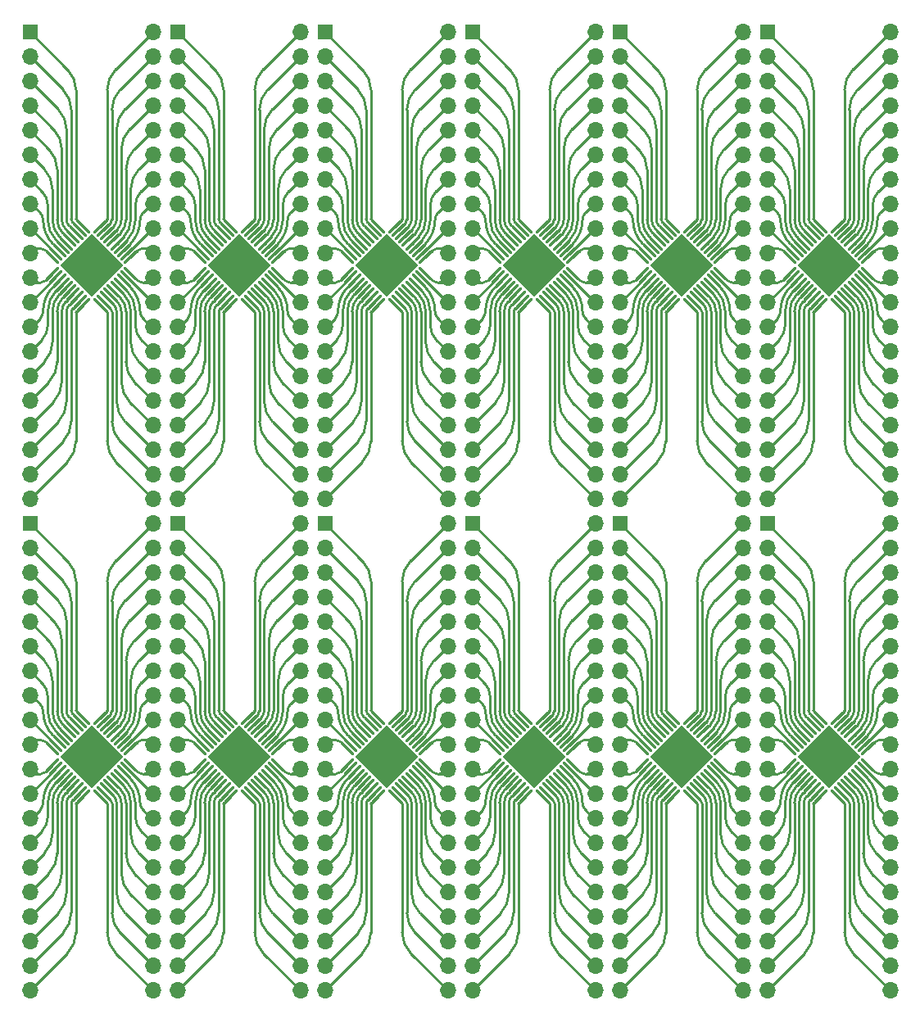
<source format=gtl>
%TF.GenerationSoftware,KiCad,Pcbnew,7.0.6*%
%TF.CreationDate,2023-08-27T21:43:50+09:00*%
%TF.ProjectId,QFN40_6x6_DIP_panelized,51464e34-305f-4367-9836-5f4449505f70,rev?*%
%TF.SameCoordinates,Original*%
%TF.FileFunction,Copper,L1,Top*%
%TF.FilePolarity,Positive*%
%FSLAX46Y46*%
G04 Gerber Fmt 4.6, Leading zero omitted, Abs format (unit mm)*
G04 Created by KiCad (PCBNEW 7.0.6) date 2023-08-27 21:43:50*
%MOMM*%
%LPD*%
G01*
G04 APERTURE LIST*
G04 Aperture macros list*
%AMRoundRect*
0 Rectangle with rounded corners*
0 $1 Rounding radius*
0 $2 $3 $4 $5 $6 $7 $8 $9 X,Y pos of 4 corners*
0 Add a 4 corners polygon primitive as box body*
4,1,4,$2,$3,$4,$5,$6,$7,$8,$9,$2,$3,0*
0 Add four circle primitives for the rounded corners*
1,1,$1+$1,$2,$3*
1,1,$1+$1,$4,$5*
1,1,$1+$1,$6,$7*
1,1,$1+$1,$8,$9*
0 Add four rect primitives between the rounded corners*
20,1,$1+$1,$2,$3,$4,$5,0*
20,1,$1+$1,$4,$5,$6,$7,0*
20,1,$1+$1,$6,$7,$8,$9,0*
20,1,$1+$1,$8,$9,$2,$3,0*%
%AMRotRect*
0 Rectangle, with rotation*
0 The origin of the aperture is its center*
0 $1 length*
0 $2 width*
0 $3 Rotation angle, in degrees counterclockwise*
0 Add horizontal line*
21,1,$1,$2,0,0,$3*%
G04 Aperture macros list end*
%TA.AperFunction,ComponentPad*%
%ADD10R,1.600000X1.600000*%
%TD*%
%TA.AperFunction,ComponentPad*%
%ADD11O,1.700000X1.700000*%
%TD*%
%TA.AperFunction,SMDPad,CuDef*%
%ADD12RoundRect,0.062500X-0.645235X0.556847X0.556847X-0.645235X0.645235X-0.556847X-0.556847X0.645235X0*%
%TD*%
%TA.AperFunction,SMDPad,CuDef*%
%ADD13RoundRect,0.062500X-0.645235X-0.556847X-0.556847X-0.645235X0.645235X0.556847X0.556847X0.645235X0*%
%TD*%
%TA.AperFunction,ComponentPad*%
%ADD14RoundRect,0.800000X-1.697056X0.000000X0.000000X-1.697056X1.697056X0.000000X0.000000X1.697056X0*%
%TD*%
%TA.AperFunction,SMDPad,CuDef*%
%ADD15RotRect,4.600000X4.600000X315.000000*%
%TD*%
%TA.AperFunction,Conductor*%
%ADD16C,0.250000*%
%TD*%
G04 APERTURE END LIST*
D10*
X114300000Y-96520000D03*
D11*
X114300000Y-99060000D03*
X114300000Y-101600000D03*
X114300000Y-104140000D03*
X114300000Y-106680000D03*
X114300000Y-109220000D03*
X114300000Y-111760000D03*
X114300000Y-114300000D03*
X114300000Y-116840000D03*
X114300000Y-119380000D03*
X114300000Y-121920000D03*
X114300000Y-124460000D03*
X114300000Y-127000000D03*
X114300000Y-129540000D03*
X114300000Y-132080000D03*
X114300000Y-134620000D03*
X114300000Y-137160000D03*
X114300000Y-139700000D03*
X114300000Y-142240000D03*
X114300000Y-144780000D03*
X127000000Y-96520000D03*
X127000000Y-99060000D03*
X127000000Y-101600000D03*
X127000000Y-104140000D03*
X127000000Y-106680000D03*
X127000000Y-109220000D03*
X127000000Y-111760000D03*
X127000000Y-114300000D03*
X127000000Y-116840000D03*
X127000000Y-119380000D03*
X127000000Y-121920000D03*
X127000000Y-124460000D03*
X127000000Y-127000000D03*
X127000000Y-129540000D03*
X127000000Y-132080000D03*
X127000000Y-134620000D03*
X127000000Y-137160000D03*
X127000000Y-139700000D03*
X127000000Y-142240000D03*
X127000000Y-144780000D03*
D10*
X129540000Y-96520000D03*
D11*
X129540000Y-99060000D03*
X129540000Y-101600000D03*
X129540000Y-104140000D03*
X129540000Y-106680000D03*
X129540000Y-109220000D03*
X129540000Y-111760000D03*
X129540000Y-114300000D03*
X129540000Y-116840000D03*
X129540000Y-119380000D03*
X129540000Y-121920000D03*
X129540000Y-124460000D03*
X129540000Y-127000000D03*
X129540000Y-129540000D03*
X129540000Y-132080000D03*
X129540000Y-134620000D03*
X129540000Y-137160000D03*
X129540000Y-139700000D03*
X129540000Y-142240000D03*
X129540000Y-144780000D03*
X142240000Y-96520000D03*
X142240000Y-99060000D03*
X142240000Y-101600000D03*
X142240000Y-104140000D03*
X142240000Y-106680000D03*
X142240000Y-109220000D03*
X142240000Y-111760000D03*
X142240000Y-114300000D03*
X142240000Y-116840000D03*
X142240000Y-119380000D03*
X142240000Y-121920000D03*
X142240000Y-124460000D03*
X142240000Y-127000000D03*
X142240000Y-129540000D03*
X142240000Y-132080000D03*
X142240000Y-134620000D03*
X142240000Y-137160000D03*
X142240000Y-139700000D03*
X142240000Y-142240000D03*
X142240000Y-144780000D03*
D12*
X104570311Y-116628330D03*
X104216757Y-116981884D03*
X103863204Y-117335437D03*
X103509651Y-117688990D03*
X103156097Y-118042544D03*
X102802544Y-118396097D03*
X102448990Y-118749651D03*
X102095437Y-119103204D03*
X101741884Y-119456757D03*
X101388330Y-119810311D03*
D13*
X101388330Y-121489689D03*
X101741884Y-121843243D03*
X102095437Y-122196796D03*
X102448990Y-122550349D03*
X102802544Y-122903903D03*
X103156097Y-123257456D03*
X103509651Y-123611010D03*
X103863204Y-123964563D03*
X104216757Y-124318116D03*
X104570311Y-124671670D03*
D12*
X106249689Y-124671670D03*
X106603243Y-124318116D03*
X106956796Y-123964563D03*
X107310349Y-123611010D03*
X107663903Y-123257456D03*
X108017456Y-122903903D03*
X108371010Y-122550349D03*
X108724563Y-122196796D03*
X109078116Y-121843243D03*
X109431670Y-121489689D03*
D13*
X109431670Y-119810311D03*
X109078116Y-119456757D03*
X108724563Y-119103204D03*
X108371010Y-118749651D03*
X108017456Y-118396097D03*
X107663903Y-118042544D03*
X107310349Y-117688990D03*
X106956796Y-117335437D03*
X106603243Y-116981884D03*
X106249689Y-116628330D03*
D14*
X105410000Y-120650000D03*
D15*
X105410000Y-120650000D03*
D10*
X99060000Y-96520000D03*
D11*
X99060000Y-99060000D03*
X99060000Y-101600000D03*
X99060000Y-104140000D03*
X99060000Y-106680000D03*
X99060000Y-109220000D03*
X99060000Y-111760000D03*
X99060000Y-114300000D03*
X99060000Y-116840000D03*
X99060000Y-119380000D03*
X99060000Y-121920000D03*
X99060000Y-124460000D03*
X99060000Y-127000000D03*
X99060000Y-129540000D03*
X99060000Y-132080000D03*
X99060000Y-134620000D03*
X99060000Y-137160000D03*
X99060000Y-139700000D03*
X99060000Y-142240000D03*
X99060000Y-144780000D03*
X81280000Y-96520000D03*
X81280000Y-99060000D03*
X81280000Y-101600000D03*
X81280000Y-104140000D03*
X81280000Y-106680000D03*
X81280000Y-109220000D03*
X81280000Y-111760000D03*
X81280000Y-114300000D03*
X81280000Y-116840000D03*
X81280000Y-119380000D03*
X81280000Y-121920000D03*
X81280000Y-124460000D03*
X81280000Y-127000000D03*
X81280000Y-129540000D03*
X81280000Y-132080000D03*
X81280000Y-134620000D03*
X81280000Y-137160000D03*
X81280000Y-139700000D03*
X81280000Y-142240000D03*
X81280000Y-144780000D03*
D10*
X68580000Y-96520000D03*
D11*
X68580000Y-99060000D03*
X68580000Y-101600000D03*
X68580000Y-104140000D03*
X68580000Y-106680000D03*
X68580000Y-109220000D03*
X68580000Y-111760000D03*
X68580000Y-114300000D03*
X68580000Y-116840000D03*
X68580000Y-119380000D03*
X68580000Y-121920000D03*
X68580000Y-124460000D03*
X68580000Y-127000000D03*
X68580000Y-129540000D03*
X68580000Y-132080000D03*
X68580000Y-134620000D03*
X68580000Y-137160000D03*
X68580000Y-139700000D03*
X68580000Y-142240000D03*
X68580000Y-144780000D03*
D12*
X89330311Y-116628330D03*
X88976757Y-116981884D03*
X88623204Y-117335437D03*
X88269651Y-117688990D03*
X87916097Y-118042544D03*
X87562544Y-118396097D03*
X87208990Y-118749651D03*
X86855437Y-119103204D03*
X86501884Y-119456757D03*
X86148330Y-119810311D03*
D13*
X86148330Y-121489689D03*
X86501884Y-121843243D03*
X86855437Y-122196796D03*
X87208990Y-122550349D03*
X87562544Y-122903903D03*
X87916097Y-123257456D03*
X88269651Y-123611010D03*
X88623204Y-123964563D03*
X88976757Y-124318116D03*
X89330311Y-124671670D03*
D12*
X91009689Y-124671670D03*
X91363243Y-124318116D03*
X91716796Y-123964563D03*
X92070349Y-123611010D03*
X92423903Y-123257456D03*
X92777456Y-122903903D03*
X93131010Y-122550349D03*
X93484563Y-122196796D03*
X93838116Y-121843243D03*
X94191670Y-121489689D03*
D13*
X94191670Y-119810311D03*
X93838116Y-119456757D03*
X93484563Y-119103204D03*
X93131010Y-118749651D03*
X92777456Y-118396097D03*
X92423903Y-118042544D03*
X92070349Y-117688990D03*
X91716796Y-117335437D03*
X91363243Y-116981884D03*
X91009689Y-116628330D03*
D14*
X90170000Y-120650000D03*
D15*
X90170000Y-120650000D03*
D11*
X96520000Y-96520000D03*
X96520000Y-99060000D03*
X96520000Y-101600000D03*
X96520000Y-104140000D03*
X96520000Y-106680000D03*
X96520000Y-109220000D03*
X96520000Y-111760000D03*
X96520000Y-114300000D03*
X96520000Y-116840000D03*
X96520000Y-119380000D03*
X96520000Y-121920000D03*
X96520000Y-124460000D03*
X96520000Y-127000000D03*
X96520000Y-129540000D03*
X96520000Y-132080000D03*
X96520000Y-134620000D03*
X96520000Y-137160000D03*
X96520000Y-139700000D03*
X96520000Y-142240000D03*
X96520000Y-144780000D03*
D10*
X53340000Y-96520000D03*
D11*
X53340000Y-99060000D03*
X53340000Y-101600000D03*
X53340000Y-104140000D03*
X53340000Y-106680000D03*
X53340000Y-109220000D03*
X53340000Y-111760000D03*
X53340000Y-114300000D03*
X53340000Y-116840000D03*
X53340000Y-119380000D03*
X53340000Y-121920000D03*
X53340000Y-124460000D03*
X53340000Y-127000000D03*
X53340000Y-129540000D03*
X53340000Y-132080000D03*
X53340000Y-134620000D03*
X53340000Y-137160000D03*
X53340000Y-139700000D03*
X53340000Y-142240000D03*
X53340000Y-144780000D03*
D12*
X74090311Y-116628330D03*
X73736757Y-116981884D03*
X73383204Y-117335437D03*
X73029651Y-117688990D03*
X72676097Y-118042544D03*
X72322544Y-118396097D03*
X71968990Y-118749651D03*
X71615437Y-119103204D03*
X71261884Y-119456757D03*
X70908330Y-119810311D03*
D13*
X70908330Y-121489689D03*
X71261884Y-121843243D03*
X71615437Y-122196796D03*
X71968990Y-122550349D03*
X72322544Y-122903903D03*
X72676097Y-123257456D03*
X73029651Y-123611010D03*
X73383204Y-123964563D03*
X73736757Y-124318116D03*
X74090311Y-124671670D03*
D12*
X75769689Y-124671670D03*
X76123243Y-124318116D03*
X76476796Y-123964563D03*
X76830349Y-123611010D03*
X77183903Y-123257456D03*
X77537456Y-122903903D03*
X77891010Y-122550349D03*
X78244563Y-122196796D03*
X78598116Y-121843243D03*
X78951670Y-121489689D03*
D13*
X78951670Y-119810311D03*
X78598116Y-119456757D03*
X78244563Y-119103204D03*
X77891010Y-118749651D03*
X77537456Y-118396097D03*
X77183903Y-118042544D03*
X76830349Y-117688990D03*
X76476796Y-117335437D03*
X76123243Y-116981884D03*
X75769689Y-116628330D03*
D14*
X74930000Y-120650000D03*
D15*
X74930000Y-120650000D03*
D11*
X66040000Y-96520000D03*
X66040000Y-99060000D03*
X66040000Y-101600000D03*
X66040000Y-104140000D03*
X66040000Y-106680000D03*
X66040000Y-109220000D03*
X66040000Y-111760000D03*
X66040000Y-114300000D03*
X66040000Y-116840000D03*
X66040000Y-119380000D03*
X66040000Y-121920000D03*
X66040000Y-124460000D03*
X66040000Y-127000000D03*
X66040000Y-129540000D03*
X66040000Y-132080000D03*
X66040000Y-134620000D03*
X66040000Y-137160000D03*
X66040000Y-139700000D03*
X66040000Y-142240000D03*
X66040000Y-144780000D03*
X111760000Y-96520000D03*
X111760000Y-99060000D03*
X111760000Y-101600000D03*
X111760000Y-104140000D03*
X111760000Y-106680000D03*
X111760000Y-109220000D03*
X111760000Y-111760000D03*
X111760000Y-114300000D03*
X111760000Y-116840000D03*
X111760000Y-119380000D03*
X111760000Y-121920000D03*
X111760000Y-124460000D03*
X111760000Y-127000000D03*
X111760000Y-129540000D03*
X111760000Y-132080000D03*
X111760000Y-134620000D03*
X111760000Y-137160000D03*
X111760000Y-139700000D03*
X111760000Y-142240000D03*
X111760000Y-144780000D03*
D10*
X83820000Y-96520000D03*
D11*
X83820000Y-99060000D03*
X83820000Y-101600000D03*
X83820000Y-104140000D03*
X83820000Y-106680000D03*
X83820000Y-109220000D03*
X83820000Y-111760000D03*
X83820000Y-114300000D03*
X83820000Y-116840000D03*
X83820000Y-119380000D03*
X83820000Y-121920000D03*
X83820000Y-124460000D03*
X83820000Y-127000000D03*
X83820000Y-129540000D03*
X83820000Y-132080000D03*
X83820000Y-134620000D03*
X83820000Y-137160000D03*
X83820000Y-139700000D03*
X83820000Y-142240000D03*
X83820000Y-144780000D03*
D12*
X135050311Y-116628330D03*
X134696757Y-116981884D03*
X134343204Y-117335437D03*
X133989651Y-117688990D03*
X133636097Y-118042544D03*
X133282544Y-118396097D03*
X132928990Y-118749651D03*
X132575437Y-119103204D03*
X132221884Y-119456757D03*
X131868330Y-119810311D03*
D13*
X131868330Y-121489689D03*
X132221884Y-121843243D03*
X132575437Y-122196796D03*
X132928990Y-122550349D03*
X133282544Y-122903903D03*
X133636097Y-123257456D03*
X133989651Y-123611010D03*
X134343204Y-123964563D03*
X134696757Y-124318116D03*
X135050311Y-124671670D03*
D12*
X136729689Y-124671670D03*
X137083243Y-124318116D03*
X137436796Y-123964563D03*
X137790349Y-123611010D03*
X138143903Y-123257456D03*
X138497456Y-122903903D03*
X138851010Y-122550349D03*
X139204563Y-122196796D03*
X139558116Y-121843243D03*
X139911670Y-121489689D03*
D13*
X139911670Y-119810311D03*
X139558116Y-119456757D03*
X139204563Y-119103204D03*
X138851010Y-118749651D03*
X138497456Y-118396097D03*
X138143903Y-118042544D03*
X137790349Y-117688990D03*
X137436796Y-117335437D03*
X137083243Y-116981884D03*
X136729689Y-116628330D03*
D14*
X135890000Y-120650000D03*
D15*
X135890000Y-120650000D03*
D12*
X119810311Y-116628330D03*
X119456757Y-116981884D03*
X119103204Y-117335437D03*
X118749651Y-117688990D03*
X118396097Y-118042544D03*
X118042544Y-118396097D03*
X117688990Y-118749651D03*
X117335437Y-119103204D03*
X116981884Y-119456757D03*
X116628330Y-119810311D03*
D13*
X116628330Y-121489689D03*
X116981884Y-121843243D03*
X117335437Y-122196796D03*
X117688990Y-122550349D03*
X118042544Y-122903903D03*
X118396097Y-123257456D03*
X118749651Y-123611010D03*
X119103204Y-123964563D03*
X119456757Y-124318116D03*
X119810311Y-124671670D03*
D12*
X121489689Y-124671670D03*
X121843243Y-124318116D03*
X122196796Y-123964563D03*
X122550349Y-123611010D03*
X122903903Y-123257456D03*
X123257456Y-122903903D03*
X123611010Y-122550349D03*
X123964563Y-122196796D03*
X124318116Y-121843243D03*
X124671670Y-121489689D03*
D13*
X124671670Y-119810311D03*
X124318116Y-119456757D03*
X123964563Y-119103204D03*
X123611010Y-118749651D03*
X123257456Y-118396097D03*
X122903903Y-118042544D03*
X122550349Y-117688990D03*
X122196796Y-117335437D03*
X121843243Y-116981884D03*
X121489689Y-116628330D03*
D14*
X120650000Y-120650000D03*
D15*
X120650000Y-120650000D03*
D12*
X58850311Y-116628330D03*
X58496757Y-116981884D03*
X58143204Y-117335437D03*
X57789651Y-117688990D03*
X57436097Y-118042544D03*
X57082544Y-118396097D03*
X56728990Y-118749651D03*
X56375437Y-119103204D03*
X56021884Y-119456757D03*
X55668330Y-119810311D03*
D13*
X55668330Y-121489689D03*
X56021884Y-121843243D03*
X56375437Y-122196796D03*
X56728990Y-122550349D03*
X57082544Y-122903903D03*
X57436097Y-123257456D03*
X57789651Y-123611010D03*
X58143204Y-123964563D03*
X58496757Y-124318116D03*
X58850311Y-124671670D03*
D12*
X60529689Y-124671670D03*
X60883243Y-124318116D03*
X61236796Y-123964563D03*
X61590349Y-123611010D03*
X61943903Y-123257456D03*
X62297456Y-122903903D03*
X62651010Y-122550349D03*
X63004563Y-122196796D03*
X63358116Y-121843243D03*
X63711670Y-121489689D03*
D13*
X63711670Y-119810311D03*
X63358116Y-119456757D03*
X63004563Y-119103204D03*
X62651010Y-118749651D03*
X62297456Y-118396097D03*
X61943903Y-118042544D03*
X61590349Y-117688990D03*
X61236796Y-117335437D03*
X60883243Y-116981884D03*
X60529689Y-116628330D03*
D14*
X59690000Y-120650000D03*
D15*
X59690000Y-120650000D03*
D10*
X129540000Y-45720000D03*
D11*
X129540000Y-48260000D03*
X129540000Y-50800000D03*
X129540000Y-53340000D03*
X129540000Y-55880000D03*
X129540000Y-58420000D03*
X129540000Y-60960000D03*
X129540000Y-63500000D03*
X129540000Y-66040000D03*
X129540000Y-68580000D03*
X129540000Y-71120000D03*
X129540000Y-73660000D03*
X129540000Y-76200000D03*
X129540000Y-78740000D03*
X129540000Y-81280000D03*
X129540000Y-83820000D03*
X129540000Y-86360000D03*
X129540000Y-88900000D03*
X129540000Y-91440000D03*
X129540000Y-93980000D03*
X142240000Y-45720000D03*
X142240000Y-48260000D03*
X142240000Y-50800000D03*
X142240000Y-53340000D03*
X142240000Y-55880000D03*
X142240000Y-58420000D03*
X142240000Y-60960000D03*
X142240000Y-63500000D03*
X142240000Y-66040000D03*
X142240000Y-68580000D03*
X142240000Y-71120000D03*
X142240000Y-73660000D03*
X142240000Y-76200000D03*
X142240000Y-78740000D03*
X142240000Y-81280000D03*
X142240000Y-83820000D03*
X142240000Y-86360000D03*
X142240000Y-88900000D03*
X142240000Y-91440000D03*
X142240000Y-93980000D03*
D12*
X135050311Y-65828330D03*
X134696757Y-66181884D03*
X134343204Y-66535437D03*
X133989651Y-66888990D03*
X133636097Y-67242544D03*
X133282544Y-67596097D03*
X132928990Y-67949651D03*
X132575437Y-68303204D03*
X132221884Y-68656757D03*
X131868330Y-69010311D03*
D13*
X131868330Y-70689689D03*
X132221884Y-71043243D03*
X132575437Y-71396796D03*
X132928990Y-71750349D03*
X133282544Y-72103903D03*
X133636097Y-72457456D03*
X133989651Y-72811010D03*
X134343204Y-73164563D03*
X134696757Y-73518116D03*
X135050311Y-73871670D03*
D12*
X136729689Y-73871670D03*
X137083243Y-73518116D03*
X137436796Y-73164563D03*
X137790349Y-72811010D03*
X138143903Y-72457456D03*
X138497456Y-72103903D03*
X138851010Y-71750349D03*
X139204563Y-71396796D03*
X139558116Y-71043243D03*
X139911670Y-70689689D03*
D13*
X139911670Y-69010311D03*
X139558116Y-68656757D03*
X139204563Y-68303204D03*
X138851010Y-67949651D03*
X138497456Y-67596097D03*
X138143903Y-67242544D03*
X137790349Y-66888990D03*
X137436796Y-66535437D03*
X137083243Y-66181884D03*
X136729689Y-65828330D03*
D14*
X135890000Y-69850000D03*
D15*
X135890000Y-69850000D03*
D12*
X119810311Y-65828330D03*
X119456757Y-66181884D03*
X119103204Y-66535437D03*
X118749651Y-66888990D03*
X118396097Y-67242544D03*
X118042544Y-67596097D03*
X117688990Y-67949651D03*
X117335437Y-68303204D03*
X116981884Y-68656757D03*
X116628330Y-69010311D03*
D13*
X116628330Y-70689689D03*
X116981884Y-71043243D03*
X117335437Y-71396796D03*
X117688990Y-71750349D03*
X118042544Y-72103903D03*
X118396097Y-72457456D03*
X118749651Y-72811010D03*
X119103204Y-73164563D03*
X119456757Y-73518116D03*
X119810311Y-73871670D03*
D12*
X121489689Y-73871670D03*
X121843243Y-73518116D03*
X122196796Y-73164563D03*
X122550349Y-72811010D03*
X122903903Y-72457456D03*
X123257456Y-72103903D03*
X123611010Y-71750349D03*
X123964563Y-71396796D03*
X124318116Y-71043243D03*
X124671670Y-70689689D03*
D13*
X124671670Y-69010311D03*
X124318116Y-68656757D03*
X123964563Y-68303204D03*
X123611010Y-67949651D03*
X123257456Y-67596097D03*
X122903903Y-67242544D03*
X122550349Y-66888990D03*
X122196796Y-66535437D03*
X121843243Y-66181884D03*
X121489689Y-65828330D03*
D14*
X120650000Y-69850000D03*
D15*
X120650000Y-69850000D03*
D10*
X114300000Y-45720000D03*
D11*
X114300000Y-48260000D03*
X114300000Y-50800000D03*
X114300000Y-53340000D03*
X114300000Y-55880000D03*
X114300000Y-58420000D03*
X114300000Y-60960000D03*
X114300000Y-63500000D03*
X114300000Y-66040000D03*
X114300000Y-68580000D03*
X114300000Y-71120000D03*
X114300000Y-73660000D03*
X114300000Y-76200000D03*
X114300000Y-78740000D03*
X114300000Y-81280000D03*
X114300000Y-83820000D03*
X114300000Y-86360000D03*
X114300000Y-88900000D03*
X114300000Y-91440000D03*
X114300000Y-93980000D03*
X127000000Y-45720000D03*
X127000000Y-48260000D03*
X127000000Y-50800000D03*
X127000000Y-53340000D03*
X127000000Y-55880000D03*
X127000000Y-58420000D03*
X127000000Y-60960000D03*
X127000000Y-63500000D03*
X127000000Y-66040000D03*
X127000000Y-68580000D03*
X127000000Y-71120000D03*
X127000000Y-73660000D03*
X127000000Y-76200000D03*
X127000000Y-78740000D03*
X127000000Y-81280000D03*
X127000000Y-83820000D03*
X127000000Y-86360000D03*
X127000000Y-88900000D03*
X127000000Y-91440000D03*
X127000000Y-93980000D03*
D12*
X104570311Y-65828330D03*
X104216757Y-66181884D03*
X103863204Y-66535437D03*
X103509651Y-66888990D03*
X103156097Y-67242544D03*
X102802544Y-67596097D03*
X102448990Y-67949651D03*
X102095437Y-68303204D03*
X101741884Y-68656757D03*
X101388330Y-69010311D03*
D13*
X101388330Y-70689689D03*
X101741884Y-71043243D03*
X102095437Y-71396796D03*
X102448990Y-71750349D03*
X102802544Y-72103903D03*
X103156097Y-72457456D03*
X103509651Y-72811010D03*
X103863204Y-73164563D03*
X104216757Y-73518116D03*
X104570311Y-73871670D03*
D12*
X106249689Y-73871670D03*
X106603243Y-73518116D03*
X106956796Y-73164563D03*
X107310349Y-72811010D03*
X107663903Y-72457456D03*
X108017456Y-72103903D03*
X108371010Y-71750349D03*
X108724563Y-71396796D03*
X109078116Y-71043243D03*
X109431670Y-70689689D03*
D13*
X109431670Y-69010311D03*
X109078116Y-68656757D03*
X108724563Y-68303204D03*
X108371010Y-67949651D03*
X108017456Y-67596097D03*
X107663903Y-67242544D03*
X107310349Y-66888990D03*
X106956796Y-66535437D03*
X106603243Y-66181884D03*
X106249689Y-65828330D03*
D14*
X105410000Y-69850000D03*
D15*
X105410000Y-69850000D03*
D11*
X111760000Y-45720000D03*
X111760000Y-48260000D03*
X111760000Y-50800000D03*
X111760000Y-53340000D03*
X111760000Y-55880000D03*
X111760000Y-58420000D03*
X111760000Y-60960000D03*
X111760000Y-63500000D03*
X111760000Y-66040000D03*
X111760000Y-68580000D03*
X111760000Y-71120000D03*
X111760000Y-73660000D03*
X111760000Y-76200000D03*
X111760000Y-78740000D03*
X111760000Y-81280000D03*
X111760000Y-83820000D03*
X111760000Y-86360000D03*
X111760000Y-88900000D03*
X111760000Y-91440000D03*
X111760000Y-93980000D03*
D10*
X99060000Y-45720000D03*
D11*
X99060000Y-48260000D03*
X99060000Y-50800000D03*
X99060000Y-53340000D03*
X99060000Y-55880000D03*
X99060000Y-58420000D03*
X99060000Y-60960000D03*
X99060000Y-63500000D03*
X99060000Y-66040000D03*
X99060000Y-68580000D03*
X99060000Y-71120000D03*
X99060000Y-73660000D03*
X99060000Y-76200000D03*
X99060000Y-78740000D03*
X99060000Y-81280000D03*
X99060000Y-83820000D03*
X99060000Y-86360000D03*
X99060000Y-88900000D03*
X99060000Y-91440000D03*
X99060000Y-93980000D03*
X96520000Y-45720000D03*
X96520000Y-48260000D03*
X96520000Y-50800000D03*
X96520000Y-53340000D03*
X96520000Y-55880000D03*
X96520000Y-58420000D03*
X96520000Y-60960000D03*
X96520000Y-63500000D03*
X96520000Y-66040000D03*
X96520000Y-68580000D03*
X96520000Y-71120000D03*
X96520000Y-73660000D03*
X96520000Y-76200000D03*
X96520000Y-78740000D03*
X96520000Y-81280000D03*
X96520000Y-83820000D03*
X96520000Y-86360000D03*
X96520000Y-88900000D03*
X96520000Y-91440000D03*
X96520000Y-93980000D03*
D10*
X83820000Y-45720000D03*
D11*
X83820000Y-48260000D03*
X83820000Y-50800000D03*
X83820000Y-53340000D03*
X83820000Y-55880000D03*
X83820000Y-58420000D03*
X83820000Y-60960000D03*
X83820000Y-63500000D03*
X83820000Y-66040000D03*
X83820000Y-68580000D03*
X83820000Y-71120000D03*
X83820000Y-73660000D03*
X83820000Y-76200000D03*
X83820000Y-78740000D03*
X83820000Y-81280000D03*
X83820000Y-83820000D03*
X83820000Y-86360000D03*
X83820000Y-88900000D03*
X83820000Y-91440000D03*
X83820000Y-93980000D03*
D12*
X89330311Y-65828330D03*
X88976757Y-66181884D03*
X88623204Y-66535437D03*
X88269651Y-66888990D03*
X87916097Y-67242544D03*
X87562544Y-67596097D03*
X87208990Y-67949651D03*
X86855437Y-68303204D03*
X86501884Y-68656757D03*
X86148330Y-69010311D03*
D13*
X86148330Y-70689689D03*
X86501884Y-71043243D03*
X86855437Y-71396796D03*
X87208990Y-71750349D03*
X87562544Y-72103903D03*
X87916097Y-72457456D03*
X88269651Y-72811010D03*
X88623204Y-73164563D03*
X88976757Y-73518116D03*
X89330311Y-73871670D03*
D12*
X91009689Y-73871670D03*
X91363243Y-73518116D03*
X91716796Y-73164563D03*
X92070349Y-72811010D03*
X92423903Y-72457456D03*
X92777456Y-72103903D03*
X93131010Y-71750349D03*
X93484563Y-71396796D03*
X93838116Y-71043243D03*
X94191670Y-70689689D03*
D13*
X94191670Y-69010311D03*
X93838116Y-68656757D03*
X93484563Y-68303204D03*
X93131010Y-67949651D03*
X92777456Y-67596097D03*
X92423903Y-67242544D03*
X92070349Y-66888990D03*
X91716796Y-66535437D03*
X91363243Y-66181884D03*
X91009689Y-65828330D03*
D14*
X90170000Y-69850000D03*
D15*
X90170000Y-69850000D03*
D10*
X68580000Y-45720000D03*
D11*
X68580000Y-48260000D03*
X68580000Y-50800000D03*
X68580000Y-53340000D03*
X68580000Y-55880000D03*
X68580000Y-58420000D03*
X68580000Y-60960000D03*
X68580000Y-63500000D03*
X68580000Y-66040000D03*
X68580000Y-68580000D03*
X68580000Y-71120000D03*
X68580000Y-73660000D03*
X68580000Y-76200000D03*
X68580000Y-78740000D03*
X68580000Y-81280000D03*
X68580000Y-83820000D03*
X68580000Y-86360000D03*
X68580000Y-88900000D03*
X68580000Y-91440000D03*
X68580000Y-93980000D03*
X81280000Y-45720000D03*
X81280000Y-48260000D03*
X81280000Y-50800000D03*
X81280000Y-53340000D03*
X81280000Y-55880000D03*
X81280000Y-58420000D03*
X81280000Y-60960000D03*
X81280000Y-63500000D03*
X81280000Y-66040000D03*
X81280000Y-68580000D03*
X81280000Y-71120000D03*
X81280000Y-73660000D03*
X81280000Y-76200000D03*
X81280000Y-78740000D03*
X81280000Y-81280000D03*
X81280000Y-83820000D03*
X81280000Y-86360000D03*
X81280000Y-88900000D03*
X81280000Y-91440000D03*
X81280000Y-93980000D03*
D12*
X74090311Y-65828330D03*
X73736757Y-66181884D03*
X73383204Y-66535437D03*
X73029651Y-66888990D03*
X72676097Y-67242544D03*
X72322544Y-67596097D03*
X71968990Y-67949651D03*
X71615437Y-68303204D03*
X71261884Y-68656757D03*
X70908330Y-69010311D03*
D13*
X70908330Y-70689689D03*
X71261884Y-71043243D03*
X71615437Y-71396796D03*
X71968990Y-71750349D03*
X72322544Y-72103903D03*
X72676097Y-72457456D03*
X73029651Y-72811010D03*
X73383204Y-73164563D03*
X73736757Y-73518116D03*
X74090311Y-73871670D03*
D12*
X75769689Y-73871670D03*
X76123243Y-73518116D03*
X76476796Y-73164563D03*
X76830349Y-72811010D03*
X77183903Y-72457456D03*
X77537456Y-72103903D03*
X77891010Y-71750349D03*
X78244563Y-71396796D03*
X78598116Y-71043243D03*
X78951670Y-70689689D03*
D13*
X78951670Y-69010311D03*
X78598116Y-68656757D03*
X78244563Y-68303204D03*
X77891010Y-67949651D03*
X77537456Y-67596097D03*
X77183903Y-67242544D03*
X76830349Y-66888990D03*
X76476796Y-66535437D03*
X76123243Y-66181884D03*
X75769689Y-65828330D03*
D14*
X74930000Y-69850000D03*
D15*
X74930000Y-69850000D03*
D10*
X53340000Y-45720000D03*
D11*
X53340000Y-48260000D03*
X53340000Y-50800000D03*
X53340000Y-53340000D03*
X53340000Y-55880000D03*
X53340000Y-58420000D03*
X53340000Y-60960000D03*
X53340000Y-63500000D03*
X53340000Y-66040000D03*
X53340000Y-68580000D03*
X53340000Y-71120000D03*
X53340000Y-73660000D03*
X53340000Y-76200000D03*
X53340000Y-78740000D03*
X53340000Y-81280000D03*
X53340000Y-83820000D03*
X53340000Y-86360000D03*
X53340000Y-88900000D03*
X53340000Y-91440000D03*
X53340000Y-93980000D03*
X66040000Y-45720000D03*
X66040000Y-48260000D03*
X66040000Y-50800000D03*
X66040000Y-53340000D03*
X66040000Y-55880000D03*
X66040000Y-58420000D03*
X66040000Y-60960000D03*
X66040000Y-63500000D03*
X66040000Y-66040000D03*
X66040000Y-68580000D03*
X66040000Y-71120000D03*
X66040000Y-73660000D03*
X66040000Y-76200000D03*
X66040000Y-78740000D03*
X66040000Y-81280000D03*
X66040000Y-83820000D03*
X66040000Y-86360000D03*
X66040000Y-88900000D03*
X66040000Y-91440000D03*
X66040000Y-93980000D03*
D12*
X58850311Y-65828330D03*
X58496757Y-66181884D03*
X58143204Y-66535437D03*
X57789651Y-66888990D03*
X57436097Y-67242544D03*
X57082544Y-67596097D03*
X56728990Y-67949651D03*
X56375437Y-68303204D03*
X56021884Y-68656757D03*
X55668330Y-69010311D03*
D13*
X55668330Y-70689689D03*
X56021884Y-71043243D03*
X56375437Y-71396796D03*
X56728990Y-71750349D03*
X57082544Y-72103903D03*
X57436097Y-72457456D03*
X57789651Y-72811010D03*
X58143204Y-73164563D03*
X58496757Y-73518116D03*
X58850311Y-73871670D03*
D12*
X60529689Y-73871670D03*
X60883243Y-73518116D03*
X61236796Y-73164563D03*
X61590349Y-72811010D03*
X61943903Y-72457456D03*
X62297456Y-72103903D03*
X62651010Y-71750349D03*
X63004563Y-71396796D03*
X63358116Y-71043243D03*
X63711670Y-70689689D03*
D13*
X63711670Y-69010311D03*
X63358116Y-68656757D03*
X63004563Y-68303204D03*
X62651010Y-67949651D03*
X62297456Y-67596097D03*
X61943903Y-67242544D03*
X61590349Y-66888990D03*
X61236796Y-66535437D03*
X60883243Y-66181884D03*
X60529689Y-65828330D03*
D14*
X59690000Y-69850000D03*
D15*
X59690000Y-69850000D03*
D16*
X122611744Y-116213363D02*
G75*
G03*
X122758200Y-115859820I-353544J353563D01*
G01*
X125171214Y-125353180D02*
G75*
G03*
X124292520Y-123231859I-3000014J-20D01*
G01*
X117663140Y-138876900D02*
G75*
G03*
X118541800Y-136755559I-2121340J2121300D01*
G01*
X123240813Y-125422781D02*
G75*
G03*
X122947906Y-124715675I-1000013J-19D01*
G01*
X117576587Y-115894619D02*
G75*
G03*
X118015940Y-116955279I1500013J19D01*
G01*
X123620204Y-117326223D02*
G75*
G03*
X124206000Y-115912020I-1414204J1414223D01*
G01*
X116611387Y-115929419D02*
G75*
G03*
X117343633Y-117697186I2500013J19D01*
G01*
X118015949Y-124344730D02*
G75*
G03*
X117576600Y-125405381I1060651J-1060670D01*
G01*
X117576571Y-108659241D02*
G75*
G03*
X116697920Y-106537920I-2999971J41D01*
G01*
X115233280Y-118871982D02*
G75*
G03*
X114844451Y-119033047I20J-549918D01*
G01*
X115647423Y-115992338D02*
G75*
G03*
X115291851Y-115133863I-1214023J38D01*
G01*
X124119460Y-104480500D02*
G75*
G03*
X123240800Y-106601841I2121340J-2121300D01*
G01*
X115354747Y-122428038D02*
G75*
G03*
X115927092Y-122190927I-47J809438D01*
G01*
X115646187Y-115964220D02*
G75*
G03*
X116671327Y-118439092I3500013J20D01*
G01*
X123240829Y-134698159D02*
G75*
G03*
X124119480Y-136819480I2999971J-41D01*
G01*
X115291865Y-126166151D02*
G75*
G03*
X115647443Y-125307662I-858465J858451D01*
G01*
X114844464Y-122266940D02*
G75*
G03*
X115233280Y-122428000I388836J388840D01*
G01*
X123636860Y-102423100D02*
G75*
G03*
X122758200Y-104544441I2121340J-2121300D01*
G01*
X125945253Y-118871962D02*
G75*
G03*
X125372908Y-119109073I47J-809438D01*
G01*
X122758229Y-136755559D02*
G75*
G03*
X123636880Y-138876880I2999971J-41D01*
G01*
X118059187Y-115877219D02*
G75*
G03*
X118352094Y-116584325I1000013J19D01*
G01*
X125652577Y-125307662D02*
G75*
G03*
X126008149Y-126166137I1214023J-38D01*
G01*
X123146660Y-100373300D02*
G75*
G03*
X122268000Y-102494641I2121340J-2121300D01*
G01*
X63728613Y-125370581D02*
G75*
G03*
X62996367Y-123602814I-2500013J-19D01*
G01*
X63728629Y-128525959D02*
G75*
G03*
X64607280Y-130647280I2999971J-41D01*
G01*
X54967065Y-119109100D02*
G75*
G03*
X54394747Y-118872000I-572365J-572300D01*
G01*
X64211155Y-126837647D02*
G75*
G03*
X64828896Y-128328894I2108945J47D01*
G01*
X64412935Y-122190900D02*
G75*
G03*
X64985253Y-122428000I572365J572300D01*
G01*
X62280813Y-125422781D02*
G75*
G03*
X61987906Y-124715675I-1000013J-19D01*
G01*
X63246014Y-125387980D02*
G75*
G03*
X62660214Y-123973767I-2000014J-20D01*
G01*
X61798214Y-125440180D02*
G75*
G03*
X61651754Y-125086627I-500014J-20D01*
G01*
X64693813Y-125335780D02*
G75*
G03*
X63668673Y-122860908I-3500013J-20D01*
G01*
X65106720Y-122428018D02*
G75*
G03*
X65495549Y-122266953I-20J549918D01*
G01*
X55651371Y-112774041D02*
G75*
G03*
X54772720Y-110652720I-2999971J41D01*
G01*
X61307985Y-125485520D02*
G75*
G03*
X61282870Y-125424851I-85785J20D01*
G01*
X62763413Y-125405381D02*
G75*
G03*
X62324060Y-124344721I-1500013J-19D01*
G01*
X54551072Y-128328862D02*
G75*
G03*
X55168800Y-126837647I-1491172J1491262D01*
G01*
X56047490Y-123231869D02*
G75*
G03*
X55168800Y-125353180I2121310J-2121331D01*
G01*
X56383643Y-123602824D02*
G75*
G03*
X55651400Y-125370581I1767757J-1767776D01*
G01*
X62324051Y-116955270D02*
G75*
G03*
X62763400Y-115894619I-1060651J1060670D01*
G01*
X61308029Y-138805359D02*
G75*
G03*
X62186680Y-140926680I2999971J-41D01*
G01*
X54772740Y-130647300D02*
G75*
G03*
X55651400Y-128525959I-2121340J2121300D01*
G01*
X56220540Y-136819500D02*
G75*
G03*
X57099200Y-134698159I-2121340J2121300D01*
G01*
X62763429Y-132640759D02*
G75*
G03*
X63642080Y-134762080I2999971J-41D01*
G01*
X57392103Y-124715684D02*
G75*
G03*
X57099200Y-125422781I707097J-707116D01*
G01*
X56719796Y-123973777D02*
G75*
G03*
X56134000Y-125387980I1414204J-1414223D01*
G01*
X63642060Y-106537900D02*
G75*
G03*
X62763400Y-108659241I2121340J-2121300D01*
G01*
X58071971Y-102494641D02*
G75*
G03*
X57193320Y-100373320I-2999971J41D01*
G01*
X56616571Y-108659241D02*
G75*
G03*
X55737920Y-106537920I-2999971J41D01*
G01*
X54687423Y-115992338D02*
G75*
G03*
X54331851Y-115133863I-1214023J38D01*
G01*
X65495536Y-119033060D02*
G75*
G03*
X65106720Y-118872000I-388836J-388840D01*
G01*
X58072015Y-115814480D02*
G75*
G03*
X58097130Y-115875149I85785J-20D01*
G01*
X61987897Y-116584316D02*
G75*
G03*
X62280800Y-115877219I-707097J707116D01*
G01*
X57581771Y-104544441D02*
G75*
G03*
X56703120Y-102423120I-2999971J41D01*
G01*
X63332510Y-118068131D02*
G75*
G03*
X64211200Y-115946820I-2121310J2121331D01*
G01*
X61798229Y-136755559D02*
G75*
G03*
X62676880Y-138876880I2999971J-41D01*
G01*
X58097120Y-125424841D02*
G75*
G03*
X58072000Y-125485520I60680J-60659D01*
G01*
X65048135Y-115133849D02*
G75*
G03*
X64692557Y-115992338I858465J-858451D01*
G01*
X57581786Y-115859820D02*
G75*
G03*
X57728246Y-116213373I500014J20D01*
G01*
X56133986Y-115912020D02*
G75*
G03*
X56719786Y-117326233I2000014J20D01*
G01*
X61651744Y-116213363D02*
G75*
G03*
X61798200Y-115859820I-353544J353563D01*
G01*
X57099187Y-115877219D02*
G75*
G03*
X57392094Y-116584325I1000013J19D01*
G01*
X54273280Y-118871982D02*
G75*
G03*
X53884451Y-119033047I20J-549918D01*
G01*
X54394747Y-122428038D02*
G75*
G03*
X54967092Y-122190927I-47J809438D01*
G01*
X62280829Y-134698159D02*
G75*
G03*
X63159480Y-136819480I2999971J-41D01*
G01*
X56616587Y-115894619D02*
G75*
G03*
X57055940Y-116955279I1500013J19D01*
G01*
X57099171Y-106601841D02*
G75*
G03*
X56220520Y-104480520I-2999971J41D01*
G01*
X57055949Y-124344730D02*
G75*
G03*
X56616600Y-125405381I1060651J-1060670D01*
G01*
X54686187Y-115964220D02*
G75*
G03*
X55711327Y-118439092I3500013J20D01*
G01*
X63246029Y-130583359D02*
G75*
G03*
X64124680Y-132704680I2999971J-41D01*
G01*
X64985253Y-118871962D02*
G75*
G03*
X64412908Y-119109073I47J-809438D01*
G01*
X61282880Y-115875159D02*
G75*
G03*
X61308000Y-115814480I-60680J60659D01*
G01*
X63159460Y-104480500D02*
G75*
G03*
X62280800Y-106601841I2121340J-2121300D01*
G01*
X62660204Y-117326223D02*
G75*
G03*
X63246000Y-115912020I-1414204J1414223D01*
G01*
X63668664Y-118439083D02*
G75*
G03*
X64693800Y-115964220I-2474864J2474883D01*
G01*
X57193340Y-140926700D02*
G75*
G03*
X58072000Y-138805359I-2121340J2121300D01*
G01*
X54331865Y-126166151D02*
G75*
G03*
X54687443Y-125307662I-858465J858451D01*
G01*
X64828928Y-112971138D02*
G75*
G03*
X64211200Y-114462353I1491172J-1491262D01*
G01*
X62676860Y-102423100D02*
G75*
G03*
X61798200Y-104544441I2121340J-2121300D01*
G01*
X64692577Y-125307662D02*
G75*
G03*
X65048149Y-126166137I1214023J-38D01*
G01*
X64211214Y-125353180D02*
G75*
G03*
X63332520Y-123231859I-3000014J-20D01*
G01*
X53884464Y-122266940D02*
G75*
G03*
X54273280Y-122428000I388836J388840D01*
G01*
X56703140Y-138876900D02*
G75*
G03*
X57581800Y-136755559I-2121340J2121300D01*
G01*
X62186660Y-100373300D02*
G75*
G03*
X61308000Y-102494641I2121340J-2121300D01*
G01*
X55651387Y-115929419D02*
G75*
G03*
X56383633Y-117697186I2500013J19D01*
G01*
X55168786Y-115946820D02*
G75*
G03*
X56047480Y-118068141I3000014J20D01*
G01*
X55255340Y-132704700D02*
G75*
G03*
X56134000Y-130583359I-2121340J2121300D01*
G01*
X64124660Y-108595300D02*
G75*
G03*
X63246000Y-110716641I2121340J-2121300D01*
G01*
X55711336Y-122860917D02*
G75*
G03*
X54686200Y-125335780I2474864J-2474883D01*
G01*
X57728256Y-125086637D02*
G75*
G03*
X57581800Y-125440180I353544J-353563D01*
G01*
X55737940Y-134762100D02*
G75*
G03*
X56616600Y-132640759I-2121340J2121300D01*
G01*
X64607260Y-110652700D02*
G75*
G03*
X63728600Y-112774041I2121340J-2121300D01*
G01*
X62996357Y-117697176D02*
G75*
G03*
X63728600Y-115929419I-1767757J1767776D01*
G01*
X55168845Y-114462353D02*
G75*
G03*
X54551104Y-112971106I-2108945J-47D01*
G01*
X56133971Y-110716641D02*
G75*
G03*
X55255320Y-108595320I-2999971J41D01*
G01*
X101457920Y-106537920D02*
X99060000Y-104140000D01*
X103863204Y-123964563D02*
X103112093Y-124715674D01*
X99060000Y-129540000D02*
X100271105Y-128328895D01*
X101741884Y-121843243D02*
X99125127Y-124460000D01*
X106603243Y-116981884D02*
X107371754Y-116213373D01*
X101940520Y-136819480D02*
X99060000Y-139700000D01*
X106249689Y-116628330D02*
X107002870Y-115875149D01*
X99568000Y-122428000D02*
X99060000Y-121920000D01*
X111252000Y-122428000D02*
X111760000Y-121920000D01*
X104216757Y-124318116D02*
X103448246Y-125086627D01*
X100888800Y-114462353D02*
X100888800Y-115946820D01*
X102802544Y-118396097D02*
X102103633Y-117697186D01*
X104216757Y-116981884D02*
X103448246Y-116213373D01*
X110705253Y-122428000D02*
X111252000Y-122428000D01*
X103301800Y-115859820D02*
X103301800Y-104544441D01*
X101940520Y-104480520D02*
X99060000Y-101600000D01*
X103509651Y-117688990D02*
X102775940Y-116955279D01*
X102095437Y-122196796D02*
X101431326Y-122860907D01*
X99060000Y-111760000D02*
X100271105Y-112971105D01*
X101767480Y-118068141D02*
X102448990Y-118749651D01*
X109078116Y-121843243D02*
X111694873Y-124460000D01*
X99528764Y-114610776D02*
X100051851Y-115133863D01*
X99060000Y-116840000D02*
X99125127Y-116840000D01*
X103792000Y-115814480D02*
X103792000Y-102494641D01*
X102095437Y-119103204D02*
X101431326Y-118439093D01*
X101371400Y-115929419D02*
X101371400Y-112774041D01*
X99518956Y-119059313D02*
X99546448Y-119031823D01*
X132816571Y-108659241D02*
G75*
G03*
X131937920Y-106537920I-2999971J41D01*
G01*
X137851744Y-116213363D02*
G75*
G03*
X137998200Y-115859820I-353544J353563D01*
G01*
X132903140Y-138876900D02*
G75*
G03*
X133781800Y-136755559I-2121340J2121300D01*
G01*
X139359460Y-104480500D02*
G75*
G03*
X138480800Y-106601841I2121340J-2121300D01*
G01*
X138860204Y-117326223D02*
G75*
G03*
X139446000Y-115912020I-1414204J1414223D01*
G01*
X138480813Y-125422781D02*
G75*
G03*
X138187906Y-124715675I-1000013J-19D01*
G01*
X130887423Y-115992338D02*
G75*
G03*
X130531851Y-115133863I-1214023J38D01*
G01*
X133255949Y-124344730D02*
G75*
G03*
X132816600Y-125405381I1060651J-1060670D01*
G01*
X131851387Y-115929419D02*
G75*
G03*
X132583633Y-117697186I2500013J19D01*
G01*
X130473280Y-118871982D02*
G75*
G03*
X130084451Y-119033047I20J-549918D01*
G01*
X140411214Y-125353180D02*
G75*
G03*
X139532520Y-123231859I-3000014J-20D01*
G01*
X132816587Y-115894619D02*
G75*
G03*
X133255940Y-116955279I1500013J19D01*
G01*
X107002880Y-115875159D02*
G75*
G03*
X107028000Y-115814480I-60680J60659D01*
G01*
X103112103Y-124715684D02*
G75*
G03*
X102819200Y-125422781I707097J-707116D01*
G01*
X109448613Y-125370581D02*
G75*
G03*
X108716367Y-123602814I-2500013J-19D01*
G01*
X109448629Y-128525959D02*
G75*
G03*
X110327280Y-130647280I2999971J-41D01*
G01*
X101853986Y-115912020D02*
G75*
G03*
X102439786Y-117326233I2000014J20D01*
G01*
X109052510Y-118068131D02*
G75*
G03*
X109931200Y-115946820I-2121310J2121331D01*
G01*
X110413813Y-125335780D02*
G75*
G03*
X109388673Y-122860908I-3500013J-20D01*
G01*
X110768135Y-115133849D02*
G75*
G03*
X110412557Y-115992338I858465J-858451D01*
G01*
X103301771Y-104544441D02*
G75*
G03*
X102423120Y-102423120I-2999971J41D01*
G01*
X111215536Y-119033060D02*
G75*
G03*
X110826720Y-118872000I-388836J-388840D01*
G01*
X100492740Y-130647300D02*
G75*
G03*
X101371400Y-128525959I-2121340J2121300D01*
G01*
X103817120Y-125424841D02*
G75*
G03*
X103792000Y-125485520I60680J-60659D01*
G01*
X100687065Y-119109100D02*
G75*
G03*
X100114747Y-118872000I-572365J-572300D01*
G01*
X108483413Y-125405381D02*
G75*
G03*
X108044060Y-124344721I-1500013J-19D01*
G01*
X101371371Y-112774041D02*
G75*
G03*
X100492720Y-110652720I-2999971J41D01*
G01*
X108044051Y-116955270D02*
G75*
G03*
X108483400Y-115894619I-1060651J1060670D01*
G01*
X107707897Y-116584316D02*
G75*
G03*
X108000800Y-115877219I-707097J707116D01*
G01*
X108483429Y-132640759D02*
G75*
G03*
X109362080Y-134762080I2999971J-41D01*
G01*
X100271072Y-128328862D02*
G75*
G03*
X100888800Y-126837647I-1491172J1491262D01*
G01*
X103792015Y-115814480D02*
G75*
G03*
X103817130Y-115875149I85785J-20D01*
G01*
X103301786Y-115859820D02*
G75*
G03*
X103448246Y-116213373I500014J20D01*
G01*
X102103643Y-123602824D02*
G75*
G03*
X101371400Y-125370581I1767757J-1767776D01*
G01*
X101457940Y-134762100D02*
G75*
G03*
X102336600Y-132640759I-2121340J2121300D01*
G01*
X107027985Y-125485520D02*
G75*
G03*
X107002870Y-125424851I-85785J20D01*
G01*
X77227897Y-116584316D02*
G75*
G03*
X77520800Y-115877219I-707097J707116D01*
G01*
X77038229Y-136755559D02*
G75*
G03*
X77916880Y-138876880I2999971J-41D01*
G01*
X73337120Y-125424841D02*
G75*
G03*
X73312000Y-125485520I60680J-60659D01*
G01*
X71856571Y-108659241D02*
G75*
G03*
X70977920Y-106537920I-2999971J41D01*
G01*
X69927423Y-115992338D02*
G75*
G03*
X69571851Y-115133863I-1214023J38D01*
G01*
X78572510Y-118068131D02*
G75*
G03*
X79451200Y-115946820I-2121310J2121331D01*
G01*
X80288135Y-115133849D02*
G75*
G03*
X79932557Y-115992338I858465J-858451D01*
G01*
X72821786Y-115859820D02*
G75*
G03*
X72968246Y-116213373I500014J20D01*
G01*
X71373986Y-115912020D02*
G75*
G03*
X71959786Y-117326233I2000014J20D01*
G01*
X80735536Y-119033060D02*
G75*
G03*
X80346720Y-118872000I-388836J-388840D01*
G01*
X73312015Y-115814480D02*
G75*
G03*
X73337130Y-115875149I85785J-20D01*
G01*
X72821771Y-104544441D02*
G75*
G03*
X71943120Y-102423120I-2999971J41D01*
G01*
X129998956Y-122240687D02*
X130026448Y-122268177D01*
X133636097Y-118042544D02*
X132919786Y-117326233D01*
X131937920Y-134762080D02*
X129540000Y-137160000D01*
X139911670Y-119810311D02*
X140612908Y-119109073D01*
X138876880Y-102423120D02*
X142240000Y-99060000D01*
X139532520Y-123231859D02*
X138851010Y-122550349D01*
X142240000Y-124460000D02*
X142174873Y-124460000D01*
X140324680Y-132704680D02*
X142240000Y-134620000D01*
X141732000Y-118872000D02*
X142240000Y-119380000D01*
X138386680Y-100373320D02*
X142240000Y-96520000D01*
X140411200Y-126837647D02*
X140411200Y-125353180D01*
X136729689Y-124671670D02*
X137482870Y-125424851D01*
X131868330Y-119810311D02*
X131167092Y-119109073D01*
X141781044Y-119059313D02*
X141753552Y-119031823D01*
X139842080Y-134762080D02*
X142240000Y-137160000D01*
X137790349Y-117688990D02*
X138524060Y-116955279D01*
X140807280Y-110652720D02*
X142240000Y-109220000D01*
X140807280Y-130647280D02*
X142240000Y-132080000D01*
X131455320Y-132704680D02*
X129540000Y-134620000D01*
X133636097Y-123257456D02*
X132919786Y-123973767D01*
X130594747Y-122428000D02*
X130048000Y-122428000D01*
X141771236Y-126689224D02*
X141248149Y-126166137D01*
X130594747Y-118872000D02*
X130048000Y-118872000D01*
X138143903Y-123257456D02*
X138860214Y-123973767D01*
X140411200Y-114462353D02*
X140411200Y-115946820D01*
X138497456Y-118396097D02*
X139196367Y-117697186D01*
X131911336Y-122860917D02*
G75*
G03*
X130886200Y-125335780I2474864J-2474883D01*
G01*
X139842060Y-106537900D02*
G75*
G03*
X138963400Y-108659241I2121340J-2121300D01*
G01*
X131937940Y-134762100D02*
G75*
G03*
X132816600Y-132640759I-2121340J2121300D01*
G01*
X131368786Y-115946820D02*
G75*
G03*
X132247480Y-118068141I3000014J20D01*
G01*
X140411155Y-126837647D02*
G75*
G03*
X141028896Y-128328894I2108945J47D01*
G01*
X133299171Y-106601841D02*
G75*
G03*
X132420520Y-104480520I-2999971J41D01*
G01*
X132333986Y-115912020D02*
G75*
G03*
X132919786Y-117326233I2000014J20D01*
G01*
X132247490Y-123231869D02*
G75*
G03*
X131368800Y-125353180I2121310J-2121331D01*
G01*
X134271971Y-102494641D02*
G75*
G03*
X133393320Y-100373320I-2999971J41D01*
G01*
X138963429Y-132640759D02*
G75*
G03*
X139842080Y-134762080I2999971J-41D01*
G01*
X139196357Y-117697176D02*
G75*
G03*
X139928600Y-115929419I-1767757J1767776D01*
G01*
X130751072Y-128328862D02*
G75*
G03*
X131368800Y-126837647I-1491172J1491262D01*
G01*
X133781786Y-115859820D02*
G75*
G03*
X133928246Y-116213373I500014J20D01*
G01*
X134297120Y-125424841D02*
G75*
G03*
X134272000Y-125485520I60680J-60659D01*
G01*
X139868664Y-118439083D02*
G75*
G03*
X140893800Y-115964220I-2474864J2474883D01*
G01*
X140807260Y-110652700D02*
G75*
G03*
X139928600Y-112774041I2121340J-2121300D01*
G01*
X134272015Y-115814480D02*
G75*
G03*
X134297130Y-115875149I85785J-20D01*
G01*
X141306720Y-122428018D02*
G75*
G03*
X141695549Y-122266953I-20J549918D01*
G01*
X132583643Y-123602824D02*
G75*
G03*
X131851400Y-125370581I1767757J-1767776D01*
G01*
X131455340Y-132704700D02*
G75*
G03*
X132334000Y-130583359I-2121340J2121300D01*
G01*
X141028928Y-112971138D02*
G75*
G03*
X140411200Y-114462353I1491172J-1491262D01*
G01*
X131368845Y-114462353D02*
G75*
G03*
X130751104Y-112971106I-2108945J-47D01*
G01*
X139446029Y-130583359D02*
G75*
G03*
X140324680Y-132704680I2999971J-41D01*
G01*
X140324660Y-108595300D02*
G75*
G03*
X139446000Y-110716641I2121340J-2121300D01*
G01*
X132333971Y-110716641D02*
G75*
G03*
X131455320Y-108595320I-2999971J41D01*
G01*
X110132935Y-122190900D02*
G75*
G03*
X110705253Y-122428000I572365J572300D01*
G01*
X103791971Y-102494641D02*
G75*
G03*
X102913320Y-100373320I-2999971J41D01*
G01*
X107518214Y-125440180D02*
G75*
G03*
X107371754Y-125086627I-500014J-20D01*
G01*
X109931155Y-126837647D02*
G75*
G03*
X110548896Y-128328894I2108945J47D01*
G01*
X102439796Y-123973777D02*
G75*
G03*
X101854000Y-125387980I1414204J-1414223D01*
G01*
X101940540Y-136819500D02*
G75*
G03*
X102819200Y-134698159I-2121340J2121300D01*
G01*
X101767490Y-123231869D02*
G75*
G03*
X100888800Y-125353180I2121310J-2121331D01*
G01*
X107028029Y-138805359D02*
G75*
G03*
X107906680Y-140926680I2999971J-41D01*
G01*
X109362060Y-106537900D02*
G75*
G03*
X108483400Y-108659241I2121340J-2121300D01*
G01*
X110826720Y-122428018D02*
G75*
G03*
X111215549Y-122266953I-20J549918D01*
G01*
X108966014Y-125387980D02*
G75*
G03*
X108380214Y-123973767I-2000014J-20D01*
G01*
X85648800Y-126837647D02*
X85648800Y-125353180D01*
X93156880Y-138876880D02*
X96520000Y-142240000D01*
X96012000Y-118872000D02*
X96520000Y-119380000D01*
X84278956Y-122240687D02*
X84306448Y-122268177D01*
X93243400Y-125405381D02*
X93243400Y-132640759D01*
X93639480Y-104480520D02*
X96520000Y-101600000D01*
X86131400Y-125370581D02*
X86131400Y-128525959D01*
X94604680Y-132704680D02*
X96520000Y-134620000D01*
X95087280Y-110652720D02*
X96520000Y-109220000D01*
X93243400Y-115894619D02*
X93243400Y-108659241D01*
X93812520Y-123231859D02*
X93131010Y-122550349D01*
X93484563Y-122196796D02*
X94148674Y-122860907D01*
X96051236Y-114610776D02*
X95528149Y-115133863D01*
X92423903Y-118042544D02*
X93140214Y-117326233D01*
X96520000Y-116840000D02*
X96454873Y-116840000D01*
X93639480Y-136819480D02*
X96520000Y-139700000D01*
X91716796Y-123964563D02*
X92467907Y-124715674D01*
X94691200Y-114462353D02*
X94691200Y-115946820D01*
X94208600Y-115929419D02*
X94208600Y-112774041D01*
X93726000Y-115912020D02*
X93726000Y-110716641D01*
X94191670Y-121489689D02*
X94892908Y-122190927D01*
X96520000Y-111760000D02*
X95308895Y-112971105D01*
X91716796Y-117335437D02*
X92467907Y-116584326D01*
X92278200Y-125440180D02*
X92278200Y-136755559D01*
X84328000Y-118872000D02*
X83820000Y-119380000D01*
X93838116Y-119456757D02*
X96454873Y-116840000D01*
X96061044Y-122240687D02*
X96033552Y-122268177D01*
X92760800Y-125422781D02*
X92760800Y-134698159D01*
X93156880Y-102423120D02*
X96520000Y-99060000D01*
X91009689Y-124671670D02*
X91762870Y-125424851D01*
X88061800Y-125440180D02*
X88061800Y-136755559D01*
X94122080Y-106537920D02*
X96520000Y-104140000D01*
X87673320Y-140926680D02*
X83820000Y-144780000D01*
X86217920Y-134762080D02*
X83820000Y-137160000D01*
X94691200Y-126837647D02*
X94691200Y-125353180D01*
X92070349Y-123611010D02*
X92804060Y-124344721D01*
X86148330Y-119810311D02*
X85447092Y-119109073D01*
X92278200Y-115859820D02*
X92278200Y-104544441D01*
X95087280Y-130647280D02*
X96520000Y-132080000D01*
X92423903Y-123257456D02*
X93140214Y-123973767D01*
X91788000Y-125485520D02*
X91788000Y-138805359D01*
X92666680Y-140926680D02*
X96520000Y-144780000D01*
X84874747Y-118872000D02*
X84328000Y-118872000D01*
X96061044Y-119059313D02*
X96033552Y-119031823D01*
X96051236Y-126689224D02*
X95528149Y-126166137D01*
X92777456Y-118396097D02*
X93476367Y-117697186D01*
X95465253Y-118872000D02*
X96012000Y-118872000D01*
X92666680Y-100373320D02*
X96520000Y-96520000D01*
X92070349Y-117688990D02*
X92804060Y-116955279D01*
X72433320Y-100373320D02*
X68580000Y-96520000D01*
X69634747Y-122428000D02*
X69088000Y-122428000D01*
X70495320Y-132704680D02*
X68580000Y-134620000D01*
X68580000Y-111760000D02*
X69791105Y-112971105D01*
X72676097Y-118042544D02*
X71959786Y-117326233D01*
X70495320Y-108595320D02*
X68580000Y-106680000D01*
X68580000Y-116840000D02*
X68645127Y-116840000D01*
X71374000Y-115912020D02*
X71374000Y-110716641D01*
X73383204Y-123964563D02*
X72632093Y-124715674D01*
X72676097Y-123257456D02*
X71959786Y-123973767D01*
X71856600Y-115894619D02*
X71856600Y-108659241D01*
X71460520Y-136819480D02*
X68580000Y-139700000D01*
X71615437Y-122196796D02*
X70951326Y-122860907D01*
X70977920Y-106537920D02*
X68580000Y-104140000D01*
X73736757Y-116981884D02*
X72968246Y-116213373D01*
X74090311Y-116628330D02*
X73337130Y-115875149D01*
X72821800Y-115859820D02*
X72821800Y-104544441D01*
X71615437Y-119103204D02*
X70951326Y-118439093D01*
X71460520Y-104480520D02*
X68580000Y-101600000D01*
X73029651Y-117688990D02*
X72295940Y-116955279D01*
X69048764Y-126689224D02*
X69571851Y-126166137D01*
X69038956Y-119059313D02*
X69066448Y-119031823D01*
X73383204Y-117335437D02*
X72632093Y-116584326D01*
X69088000Y-122428000D02*
X68580000Y-121920000D01*
X72339200Y-115877219D02*
X72339200Y-106601841D01*
X73312000Y-115814480D02*
X73312000Y-102494641D01*
X70012720Y-110652720D02*
X68580000Y-109220000D01*
X70408800Y-114462353D02*
X70408800Y-115946820D01*
X70891400Y-115929419D02*
X70891400Y-112774041D01*
X71287480Y-118068141D02*
X71968990Y-118749651D01*
X71943120Y-102423120D02*
X68580000Y-99060000D01*
X71261884Y-119456757D02*
X68645127Y-116840000D01*
X73736757Y-124318116D02*
X72968246Y-125086627D01*
X68580000Y-129540000D02*
X69791105Y-128328895D01*
X122268029Y-138805359D02*
G75*
G03*
X123146680Y-140926680I2999971J-41D01*
G01*
X115927065Y-119109100D02*
G75*
G03*
X115354747Y-118872000I-572365J-572300D01*
G01*
X123723413Y-125405381D02*
G75*
G03*
X123284060Y-124344721I-1500013J-19D01*
G01*
X122947897Y-116584316D02*
G75*
G03*
X123240800Y-115877219I-707097J707116D01*
G01*
X117180540Y-136819500D02*
G75*
G03*
X118059200Y-134698159I-2121340J2121300D01*
G01*
X116611371Y-112774041D02*
G75*
G03*
X115732720Y-110652720I-2999971J41D01*
G01*
X125372935Y-122190900D02*
G75*
G03*
X125945253Y-122428000I572365J572300D01*
G01*
X123284051Y-116955270D02*
G75*
G03*
X123723400Y-115894619I-1060651J1060670D01*
G01*
X118153340Y-140926700D02*
G75*
G03*
X119032000Y-138805359I-2121340J2121300D01*
G01*
X117679796Y-123973777D02*
G75*
G03*
X117094000Y-125387980I1414204J-1414223D01*
G01*
X122267985Y-125485520D02*
G75*
G03*
X122242870Y-125424851I-85785J20D01*
G01*
X122758214Y-125440180D02*
G75*
G03*
X122611754Y-125086627I-500014J-20D01*
G01*
X124206014Y-125387980D02*
G75*
G03*
X123620214Y-123973767I-2000014J-20D01*
G01*
X118688256Y-125086637D02*
G75*
G03*
X118541800Y-125440180I353544J-353563D01*
G01*
X119031971Y-102494641D02*
G75*
G03*
X118153320Y-100373320I-2999971J41D01*
G01*
X124602060Y-106537900D02*
G75*
G03*
X123723400Y-108659241I2121340J-2121300D01*
G01*
X123723429Y-132640759D02*
G75*
G03*
X124602080Y-134762080I2999971J-41D01*
G01*
X116697940Y-134762100D02*
G75*
G03*
X117576600Y-132640759I-2121340J2121300D01*
G01*
X115511072Y-128328862D02*
G75*
G03*
X116128800Y-126837647I-1491172J1491262D01*
G01*
X119032015Y-115814480D02*
G75*
G03*
X119057130Y-115875149I85785J-20D01*
G01*
X125171155Y-126837647D02*
G75*
G03*
X125788896Y-128328894I2108945J47D01*
G01*
X118541786Y-115859820D02*
G75*
G03*
X118688246Y-116213373I500014J20D01*
G01*
X117343643Y-123602824D02*
G75*
G03*
X116611400Y-125370581I1767757J-1767776D01*
G01*
X117007490Y-123231869D02*
G75*
G03*
X116128800Y-125353180I2121310J-2121331D01*
G01*
X126066720Y-122428018D02*
G75*
G03*
X126455549Y-122266953I-20J549918D01*
G01*
X138187897Y-116584316D02*
G75*
G03*
X138480800Y-115877219I-707097J707116D01*
G01*
X132919796Y-123973777D02*
G75*
G03*
X132334000Y-125387980I1414204J-1414223D01*
G01*
X137508029Y-138805359D02*
G75*
G03*
X138386680Y-140926680I2999971J-41D01*
G01*
X131851371Y-112774041D02*
G75*
G03*
X130972720Y-110652720I-2999971J41D01*
G01*
X137507985Y-125485520D02*
G75*
G03*
X137482870Y-125424851I-85785J20D01*
G01*
X133299187Y-115877219D02*
G75*
G03*
X133592094Y-116584325I1000013J19D01*
G01*
X139446014Y-125387980D02*
G75*
G03*
X138860214Y-123973767I-2000014J-20D01*
G01*
X130594747Y-122428038D02*
G75*
G03*
X131167092Y-122190927I-47J809438D01*
G01*
X133393340Y-140926700D02*
G75*
G03*
X134272000Y-138805359I-2121340J2121300D01*
G01*
X130886187Y-115964220D02*
G75*
G03*
X131911327Y-118439092I3500013J20D01*
G01*
X140892577Y-125307662D02*
G75*
G03*
X141248149Y-126166137I1214023J-38D01*
G01*
X138524051Y-116955270D02*
G75*
G03*
X138963400Y-115894619I-1060651J1060670D01*
G01*
X138480829Y-134698159D02*
G75*
G03*
X139359480Y-136819480I2999971J-41D01*
G01*
X130531865Y-126166151D02*
G75*
G03*
X130887443Y-125307662I-858465J858451D01*
G01*
X130084464Y-122266940D02*
G75*
G03*
X130473280Y-122428000I388836J388840D01*
G01*
X138876860Y-102423100D02*
G75*
G03*
X137998200Y-104544441I2121340J-2121300D01*
G01*
X132420540Y-136819500D02*
G75*
G03*
X133299200Y-134698159I-2121340J2121300D01*
G01*
X138386660Y-100373300D02*
G75*
G03*
X137508000Y-102494641I2121340J-2121300D01*
G01*
X141185253Y-118871962D02*
G75*
G03*
X140612908Y-119109073I47J-809438D01*
G01*
X131167065Y-119109100D02*
G75*
G03*
X130594747Y-118872000I-572365J-572300D01*
G01*
X137998214Y-125440180D02*
G75*
G03*
X137851754Y-125086627I-500014J-20D01*
G01*
X140612935Y-122190900D02*
G75*
G03*
X141185253Y-122428000I572365J572300D01*
G01*
X137998229Y-136755559D02*
G75*
G03*
X138876880Y-138876880I2999971J-41D01*
G01*
X138963413Y-125405381D02*
G75*
G03*
X138524060Y-124344721I-1500013J-19D01*
G01*
X133928256Y-125086637D02*
G75*
G03*
X133781800Y-125440180I353544J-353563D01*
G01*
X76548000Y-115814480D02*
X76548000Y-102494641D01*
X69048764Y-114610776D02*
X69571851Y-115133863D01*
X91762880Y-115875159D02*
G75*
G03*
X91788000Y-115814480I-60680J60659D01*
G01*
X95308928Y-112971138D02*
G75*
G03*
X94691200Y-114462353I1491172J-1491262D01*
G01*
X85648786Y-115946820D02*
G75*
G03*
X86527480Y-118068141I3000014J20D01*
G01*
X85648845Y-114462353D02*
G75*
G03*
X85031104Y-112971106I-2108945J-47D01*
G01*
X86191336Y-122860917D02*
G75*
G03*
X85166200Y-125335780I2474864J-2474883D01*
G01*
X87579171Y-106601841D02*
G75*
G03*
X86700520Y-104480520I-2999971J41D01*
G01*
X85735340Y-132704700D02*
G75*
G03*
X86614000Y-130583359I-2121340J2121300D01*
G01*
X93476357Y-117697176D02*
G75*
G03*
X94208600Y-115929419I-1767757J1767776D01*
G01*
X95087260Y-110652700D02*
G75*
G03*
X94208600Y-112774041I2121340J-2121300D01*
G01*
X86613971Y-110716641D02*
G75*
G03*
X85735320Y-108595320I-2999971J41D01*
G01*
X94148664Y-118439083D02*
G75*
G03*
X95173800Y-115964220I-2474864J2474883D01*
G01*
X94604660Y-108595300D02*
G75*
G03*
X93726000Y-110716641I2121340J-2121300D01*
G01*
X93726029Y-130583359D02*
G75*
G03*
X94604680Y-132704680I2999971J-41D01*
G01*
X93156860Y-102423100D02*
G75*
G03*
X92278200Y-104544441I2121340J-2121300D01*
G01*
X94691214Y-125353180D02*
G75*
G03*
X93812520Y-123231859I-3000014J-20D01*
G01*
X93639460Y-104480500D02*
G75*
G03*
X92760800Y-106601841I2121340J-2121300D01*
G01*
X87579187Y-115877219D02*
G75*
G03*
X87872094Y-116584325I1000013J19D01*
G01*
X87096587Y-115894619D02*
G75*
G03*
X87535940Y-116955279I1500013J19D01*
G01*
X88208256Y-125086637D02*
G75*
G03*
X88061800Y-125440180I353544J-353563D01*
G01*
X84874747Y-122428038D02*
G75*
G03*
X85447092Y-122190927I-47J809438D01*
G01*
X92760829Y-134698159D02*
G75*
G03*
X93639480Y-136819480I2999971J-41D01*
G01*
X86131387Y-115929419D02*
G75*
G03*
X86863633Y-117697186I2500013J19D01*
G01*
X92131744Y-116213363D02*
G75*
G03*
X92278200Y-115859820I-353544J353563D01*
G01*
X102423120Y-138876880D02*
X99060000Y-142240000D01*
X101388330Y-121489689D02*
X100687092Y-122190927D01*
X100975320Y-108595320D02*
X99060000Y-106680000D01*
X103792000Y-125485520D02*
X103792000Y-138805359D01*
X103156097Y-123257456D02*
X102439786Y-123973767D01*
X108017456Y-122903903D02*
X108716367Y-123602814D01*
X100492720Y-130647280D02*
X99060000Y-132080000D01*
X108966000Y-125387980D02*
X108966000Y-130583359D01*
X99060000Y-124460000D02*
X99125127Y-124460000D01*
X102336600Y-125405381D02*
X102336600Y-132640759D01*
X104570311Y-124671670D02*
X103817130Y-125424851D01*
X102802544Y-122903903D02*
X102103633Y-123602814D01*
X101854000Y-115912020D02*
X101854000Y-110716641D01*
X108724563Y-119103204D02*
X109388674Y-118439093D01*
X99528764Y-126689224D02*
X100051851Y-126166137D01*
X101854000Y-125387980D02*
X101854000Y-130583359D01*
X102913320Y-100373320D02*
X99060000Y-96520000D01*
X102819200Y-115877219D02*
X102819200Y-106601841D01*
X101741884Y-119456757D02*
X99125127Y-116840000D01*
X107028000Y-115814480D02*
X107028000Y-102494641D01*
X103863204Y-117335437D02*
X103112093Y-116584326D01*
X102423120Y-102423120D02*
X99060000Y-99060000D01*
X102819200Y-125422781D02*
X102819200Y-134698159D01*
X108000800Y-115877219D02*
X108000800Y-106601841D01*
X109844680Y-108595320D02*
X111760000Y-106680000D01*
X102336600Y-115894619D02*
X102336600Y-108659241D01*
X109052520Y-118068141D02*
X108371010Y-118749651D01*
X103509651Y-123611010D02*
X102775940Y-124344721D01*
X104570311Y-116628330D02*
X103817130Y-115875149D01*
X101767480Y-123231859D02*
X102448990Y-122550349D01*
X100492720Y-110652720D02*
X99060000Y-109220000D01*
X109448600Y-125370581D02*
X109448600Y-128525959D01*
X111760000Y-129540000D02*
X110548895Y-128328895D01*
X103301800Y-125440180D02*
X103301800Y-136755559D01*
X110705253Y-118872000D02*
X111252000Y-118872000D01*
X106956796Y-123964563D02*
X107707907Y-124715674D01*
X108966000Y-115912020D02*
X108966000Y-110716641D01*
X106956796Y-117335437D02*
X107707907Y-116584326D01*
X101371400Y-125370581D02*
X101371400Y-128525959D01*
X111760000Y-116840000D02*
X111694873Y-116840000D01*
X107518200Y-115859820D02*
X107518200Y-104544441D01*
X107906680Y-140926680D02*
X111760000Y-144780000D01*
X111301044Y-122240687D02*
X111273552Y-122268177D01*
X107028000Y-125485520D02*
X107028000Y-138805359D01*
X108879480Y-104480520D02*
X111760000Y-101600000D01*
X107518200Y-125440180D02*
X107518200Y-136755559D01*
X102913320Y-140926680D02*
X99060000Y-144780000D01*
X108483400Y-115894619D02*
X108483400Y-108659241D01*
X109362080Y-106537920D02*
X111760000Y-104140000D01*
X109431670Y-121489689D02*
X110132908Y-122190927D01*
X100888800Y-126837647D02*
X100888800Y-125353180D01*
X108724563Y-122196796D02*
X109388674Y-122860907D01*
X109448600Y-115929419D02*
X109448600Y-112774041D01*
X99568000Y-118872000D02*
X99060000Y-119380000D01*
X108396880Y-138876880D02*
X111760000Y-142240000D01*
X108879480Y-136819480D02*
X111760000Y-139700000D01*
X107663903Y-118042544D02*
X108380214Y-117326233D01*
X108483400Y-125405381D02*
X108483400Y-132640759D01*
X107310349Y-123611010D02*
X108044060Y-124344721D01*
X111291236Y-114610776D02*
X110768149Y-115133863D01*
X111760000Y-111760000D02*
X110548895Y-112971105D01*
X109078116Y-119456757D02*
X111694873Y-116840000D01*
X108000800Y-125422781D02*
X108000800Y-134698159D01*
X109931200Y-126837647D02*
X109931200Y-125353180D01*
X111301044Y-119059313D02*
X111273552Y-119031823D01*
X111252000Y-118872000D02*
X111760000Y-119380000D01*
X110327280Y-110652720D02*
X111760000Y-109220000D01*
X108396880Y-102423120D02*
X111760000Y-99060000D01*
X110327280Y-130647280D02*
X111760000Y-132080000D01*
X100114747Y-118872000D02*
X99568000Y-118872000D01*
X99518956Y-122240687D02*
X99546448Y-122268177D01*
X109052520Y-123231859D02*
X108371010Y-122550349D01*
X101457920Y-134762080D02*
X99060000Y-137160000D01*
X107663903Y-123257456D02*
X108380214Y-123973767D01*
X109931200Y-114462353D02*
X109931200Y-115946820D01*
X101388330Y-119810311D02*
X100687092Y-119109073D01*
X107310349Y-117688990D02*
X108044060Y-116955279D01*
X107906680Y-100373320D02*
X111760000Y-96520000D01*
X108017456Y-118396097D02*
X108716367Y-117697186D01*
X111291236Y-126689224D02*
X110768149Y-126166137D01*
X106249689Y-124671670D02*
X107002870Y-125424851D01*
X109844680Y-132704680D02*
X111760000Y-134620000D01*
X77520813Y-125422781D02*
G75*
G03*
X77227906Y-124715675I-1000013J-19D01*
G01*
X78486014Y-125387980D02*
G75*
G03*
X77900214Y-123973767I-2000014J-20D01*
G01*
X77038214Y-125440180D02*
G75*
G03*
X76891754Y-125086627I-500014J-20D01*
G01*
X79933813Y-125335780D02*
G75*
G03*
X78908673Y-122860908I-3500013J-20D01*
G01*
X80346720Y-122428018D02*
G75*
G03*
X80735549Y-122266953I-20J549918D01*
G01*
X76547985Y-125485520D02*
G75*
G03*
X76522870Y-125424851I-85785J20D01*
G01*
X78003413Y-125405381D02*
G75*
G03*
X77564060Y-124344721I-1500013J-19D01*
G01*
X70891371Y-112774041D02*
G75*
G03*
X70012720Y-110652720I-2999971J41D01*
G01*
X78968629Y-128525959D02*
G75*
G03*
X79847280Y-130647280I2999971J-41D01*
G01*
X70207065Y-119109100D02*
G75*
G03*
X69634747Y-118872000I-572365J-572300D01*
G01*
X79451155Y-126837647D02*
G75*
G03*
X80068896Y-128328894I2108945J47D01*
G01*
X79652935Y-122190900D02*
G75*
G03*
X80225253Y-122428000I572365J572300D01*
G01*
X116215340Y-132704700D02*
G75*
G03*
X117094000Y-130583359I-2121340J2121300D01*
G01*
X123956357Y-117697176D02*
G75*
G03*
X124688600Y-115929419I-1767757J1767776D01*
G01*
X116671336Y-122860917D02*
G75*
G03*
X115646200Y-125335780I2474864J-2474883D01*
G01*
X124628664Y-118439083D02*
G75*
G03*
X125653800Y-115964220I-2474864J2474883D01*
G01*
X124206029Y-130583359D02*
G75*
G03*
X125084680Y-132704680I2999971J-41D01*
G01*
X125084660Y-108595300D02*
G75*
G03*
X124206000Y-110716641I2121340J-2121300D01*
G01*
X125788928Y-112971138D02*
G75*
G03*
X125171200Y-114462353I1491172J-1491262D01*
G01*
X116128786Y-115946820D02*
G75*
G03*
X117007480Y-118068141I3000014J20D01*
G01*
X117093971Y-110716641D02*
G75*
G03*
X116215320Y-108595320I-2999971J41D01*
G01*
X118059171Y-106601841D02*
G75*
G03*
X117180520Y-104480520I-2999971J41D01*
G01*
X116128845Y-114462353D02*
G75*
G03*
X115511104Y-112971106I-2108945J-47D01*
G01*
X125567260Y-110652700D02*
G75*
G03*
X124688600Y-112774041I2121340J-2121300D01*
G01*
X78968613Y-125370581D02*
G75*
G03*
X78236367Y-123602814I-2500013J-19D01*
G01*
X78951670Y-119810311D02*
X79652908Y-119109073D01*
X78244563Y-119103204D02*
X78908674Y-118439093D01*
X75769689Y-116628330D02*
X76522870Y-115875149D01*
X72322544Y-118396097D02*
X71623633Y-117697186D01*
X78598116Y-121843243D02*
X81214873Y-124460000D01*
X69791072Y-128328862D02*
G75*
G03*
X70408800Y-126837647I-1491172J1491262D01*
G01*
X71287490Y-123231869D02*
G75*
G03*
X70408800Y-125353180I2121310J-2121331D01*
G01*
X78882060Y-106537900D02*
G75*
G03*
X78003400Y-108659241I2121340J-2121300D01*
G01*
X71623643Y-123602824D02*
G75*
G03*
X70891400Y-125370581I1767757J-1767776D01*
G01*
X77564051Y-116955270D02*
G75*
G03*
X78003400Y-115894619I-1060651J1060670D01*
G01*
X76548029Y-138805359D02*
G75*
G03*
X77426680Y-140926680I2999971J-41D01*
G01*
X70012740Y-130647300D02*
G75*
G03*
X70891400Y-128525959I-2121340J2121300D01*
G01*
X72632103Y-124715684D02*
G75*
G03*
X72339200Y-125422781I707097J-707116D01*
G01*
X71460540Y-136819500D02*
G75*
G03*
X72339200Y-134698159I-2121340J2121300D01*
G01*
X78003429Y-132640759D02*
G75*
G03*
X78882080Y-134762080I2999971J-41D01*
G01*
X71959796Y-123973777D02*
G75*
G03*
X71374000Y-125387980I1414204J-1414223D01*
G01*
X73311971Y-102494641D02*
G75*
G03*
X72433320Y-100373320I-2999971J41D01*
G01*
X70977940Y-134762100D02*
G75*
G03*
X71856600Y-132640759I-2121340J2121300D01*
G01*
X70408845Y-114462353D02*
G75*
G03*
X69791104Y-112971106I-2108945J-47D01*
G01*
X70951336Y-122860917D02*
G75*
G03*
X69926200Y-125335780I2474864J-2474883D01*
G01*
X78236357Y-117697176D02*
G75*
G03*
X78968600Y-115929419I-1767757J1767776D01*
G01*
X70408786Y-115946820D02*
G75*
G03*
X71287480Y-118068141I3000014J20D01*
G01*
X70495340Y-132704700D02*
G75*
G03*
X71374000Y-130583359I-2121340J2121300D01*
G01*
X79847260Y-110652700D02*
G75*
G03*
X78968600Y-112774041I2121340J-2121300D01*
G01*
X71373971Y-110716641D02*
G75*
G03*
X70495320Y-108595320I-2999971J41D01*
G01*
X79364660Y-108595300D02*
G75*
G03*
X78486000Y-110716641I2121340J-2121300D01*
G01*
X72968256Y-125086637D02*
G75*
G03*
X72821800Y-125440180I353544J-353563D01*
G01*
X80225253Y-122428000D02*
X80772000Y-122428000D01*
X76123243Y-124318116D02*
X76891754Y-125086627D01*
X78882080Y-134762080D02*
X81280000Y-137160000D01*
X71261884Y-121843243D02*
X68645127Y-124460000D01*
X80772000Y-122428000D02*
X81280000Y-121920000D01*
X76123243Y-116981884D02*
X76891754Y-116213373D01*
X81280000Y-124460000D02*
X81214873Y-124460000D01*
X77038200Y-115859820D02*
X77038200Y-104544441D01*
X80821044Y-119059313D02*
X80793552Y-119031823D01*
X77537456Y-118396097D02*
X78236367Y-117697186D01*
X78399480Y-104480520D02*
X81280000Y-101600000D01*
X70891400Y-125370581D02*
X70891400Y-128525959D01*
X79364680Y-132704680D02*
X81280000Y-134620000D01*
X80225253Y-118872000D02*
X80772000Y-118872000D01*
X69634747Y-118872000D02*
X69088000Y-118872000D01*
X77183903Y-118042544D02*
X77900214Y-117326233D01*
X81280000Y-116840000D02*
X81214873Y-116840000D01*
X76830349Y-117688990D02*
X77564060Y-116955279D01*
X77520800Y-125422781D02*
X77520800Y-134698159D01*
X78399480Y-136819480D02*
X81280000Y-139700000D01*
X79451200Y-114462353D02*
X79451200Y-115946820D01*
X78244563Y-122196796D02*
X78908674Y-122860907D01*
X70408800Y-126837647D02*
X70408800Y-125353180D01*
X77916880Y-102423120D02*
X81280000Y-99060000D01*
X81280000Y-111760000D02*
X80068895Y-112971105D01*
X76476796Y-123964563D02*
X77227907Y-124715674D01*
X77426680Y-100373320D02*
X81280000Y-96520000D01*
X77038200Y-125440180D02*
X77038200Y-136755559D01*
X77916880Y-138876880D02*
X81280000Y-142240000D01*
X78598116Y-119456757D02*
X81214873Y-116840000D01*
X72821800Y-125440180D02*
X72821800Y-136755559D01*
X78003400Y-115894619D02*
X78003400Y-108659241D01*
X70977920Y-134762080D02*
X68580000Y-137160000D01*
X79847280Y-130647280D02*
X81280000Y-132080000D01*
X75769689Y-124671670D02*
X76522870Y-125424851D01*
X80821044Y-122240687D02*
X80793552Y-122268177D01*
X80811236Y-114610776D02*
X80288149Y-115133863D01*
X78572520Y-123231859D02*
X77891010Y-122550349D01*
X78968600Y-115929419D02*
X78968600Y-112774041D01*
X77426680Y-140926680D02*
X81280000Y-144780000D01*
X76548000Y-125485520D02*
X76548000Y-138805359D01*
X79847280Y-110652720D02*
X81280000Y-109220000D01*
X77183903Y-123257456D02*
X77900214Y-123973767D01*
X69038956Y-122240687D02*
X69066448Y-122268177D01*
X78003400Y-125405381D02*
X78003400Y-132640759D01*
X69088000Y-118872000D02*
X68580000Y-119380000D01*
X78882080Y-106537920D02*
X81280000Y-104140000D01*
X78486000Y-115912020D02*
X78486000Y-110716641D01*
X80772000Y-118872000D02*
X81280000Y-119380000D01*
X72433320Y-140926680D02*
X68580000Y-144780000D01*
X80811236Y-126689224D02*
X80288149Y-126166137D01*
X76476796Y-117335437D02*
X77227907Y-116584326D01*
X70908330Y-119810311D02*
X70207092Y-119109073D01*
X79451200Y-126837647D02*
X79451200Y-125353180D01*
X76830349Y-123611010D02*
X77564060Y-124344721D01*
X78951670Y-121489689D02*
X79652908Y-122190927D01*
X139928600Y-125370581D02*
X139928600Y-128525959D01*
X133299200Y-125422781D02*
X133299200Y-134698159D01*
X132247480Y-123231859D02*
X132928990Y-122550349D01*
X140324680Y-108595320D02*
X142240000Y-106680000D01*
X139204563Y-122196796D02*
X139868674Y-122860907D01*
X133989651Y-123611010D02*
X133255940Y-124344721D01*
X139928600Y-115929419D02*
X139928600Y-112774041D01*
X138963400Y-125405381D02*
X138963400Y-132640759D01*
X131851400Y-125370581D02*
X131851400Y-128525959D01*
X137436796Y-123964563D02*
X138187907Y-124715674D01*
X137998200Y-115859820D02*
X137998200Y-104544441D01*
X139532520Y-118068141D02*
X138851010Y-118749651D01*
X129540000Y-124460000D02*
X129605127Y-124460000D01*
X133781800Y-125440180D02*
X133781800Y-136755559D01*
X132221884Y-119456757D02*
X129605127Y-116840000D01*
X138143903Y-118042544D02*
X138860214Y-117326233D01*
X142240000Y-129540000D02*
X141028895Y-128328895D01*
X130048000Y-118872000D02*
X129540000Y-119380000D01*
X135050311Y-124671670D02*
X134297130Y-125424851D01*
X133393320Y-140926680D02*
X129540000Y-144780000D01*
X132816600Y-125405381D02*
X132816600Y-132640759D01*
X132334000Y-115912020D02*
X132334000Y-110716641D01*
X141185253Y-118872000D02*
X141732000Y-118872000D01*
X133393320Y-100373320D02*
X129540000Y-96520000D01*
X141781044Y-122240687D02*
X141753552Y-122268177D01*
X137790349Y-123611010D02*
X138524060Y-124344721D01*
X84753280Y-118871982D02*
G75*
G03*
X84364451Y-119033047I20J-549918D01*
G01*
X87673340Y-140926700D02*
G75*
G03*
X88552000Y-138805359I-2121340J2121300D01*
G01*
X95465253Y-118871962D02*
G75*
G03*
X94892908Y-119109073I47J-809438D01*
G01*
X93140204Y-117326223D02*
G75*
G03*
X93726000Y-115912020I-1414204J1414223D01*
G01*
X85166187Y-115964220D02*
G75*
G03*
X86191327Y-118439092I3500013J20D01*
G01*
X92666660Y-100373300D02*
G75*
G03*
X91788000Y-102494641I2121340J-2121300D01*
G01*
X87535949Y-124344730D02*
G75*
G03*
X87096600Y-125405381I1060651J-1060670D01*
G01*
X87183140Y-138876900D02*
G75*
G03*
X88061800Y-136755559I-2121340J2121300D01*
G01*
X95172577Y-125307662D02*
G75*
G03*
X95528149Y-126166137I1214023J-38D01*
G01*
X84364464Y-122266940D02*
G75*
G03*
X84753280Y-122428000I388836J388840D01*
G01*
X84811865Y-126166151D02*
G75*
G03*
X85167443Y-125307662I-858465J858451D01*
G01*
X117335437Y-119103204D02*
X116671326Y-118439093D01*
X114768764Y-114610776D02*
X115291851Y-115133863D01*
X114300000Y-116840000D02*
X114365127Y-116840000D01*
X119032000Y-115814480D02*
X119032000Y-102494641D01*
X119057120Y-125424841D02*
G75*
G03*
X119032000Y-125485520I60680J-60659D01*
G01*
X117093986Y-115912020D02*
G75*
G03*
X117679786Y-117326233I2000014J20D01*
G01*
X118541771Y-104544441D02*
G75*
G03*
X117663120Y-102423120I-2999971J41D01*
G01*
X126455536Y-119033060D02*
G75*
G03*
X126066720Y-118872000I-388836J-388840D01*
G01*
X125653813Y-125335780D02*
G75*
G03*
X124628673Y-122860908I-3500013J-20D01*
G01*
X126008135Y-115133849D02*
G75*
G03*
X125652557Y-115992338I858465J-858451D01*
G01*
X124688613Y-125370581D02*
G75*
G03*
X123956367Y-123602814I-2500013J-19D01*
G01*
X124292510Y-118068131D02*
G75*
G03*
X125171200Y-115946820I-2121310J2121331D01*
G01*
X122242880Y-115875159D02*
G75*
G03*
X122268000Y-115814480I-60680J60659D01*
G01*
X115732740Y-130647300D02*
G75*
G03*
X116611400Y-128525959I-2121340J2121300D01*
G01*
X118352103Y-124715684D02*
G75*
G03*
X118059200Y-125422781I707097J-707116D01*
G01*
X124688629Y-128525959D02*
G75*
G03*
X125567280Y-130647280I2999971J-41D01*
G01*
X57082544Y-122903903D02*
X56383633Y-123602814D01*
X56616600Y-125405381D02*
X56616600Y-132640759D01*
X53340000Y-124460000D02*
X53405127Y-124460000D01*
X56134000Y-125387980D02*
X56134000Y-130583359D01*
X58850311Y-124671670D02*
X58097130Y-125424851D01*
X55668330Y-121489689D02*
X54967092Y-122190927D01*
X54772720Y-130647280D02*
X53340000Y-132080000D01*
X56047480Y-123231859D02*
X56728990Y-122550349D01*
X58072000Y-125485520D02*
X58072000Y-138805359D01*
X57099200Y-125422781D02*
X57099200Y-134698159D01*
X56703120Y-138876880D02*
X53340000Y-142240000D01*
X57789651Y-123611010D02*
X57055940Y-124344721D01*
X63728600Y-125370581D02*
X63728600Y-128525959D01*
X62297456Y-122903903D02*
X62996367Y-123602814D01*
X64124680Y-108595320D02*
X66040000Y-106680000D01*
X66040000Y-129540000D02*
X64828895Y-128328895D01*
X63332520Y-118068141D02*
X62651010Y-118749651D01*
X62280800Y-115877219D02*
X62280800Y-106601841D01*
X63246000Y-125387980D02*
X63246000Y-130583359D01*
X63728600Y-115929419D02*
X63728600Y-112774041D01*
X61308000Y-125485520D02*
X61308000Y-138805359D01*
X64985253Y-118872000D02*
X65532000Y-118872000D01*
X53848000Y-118872000D02*
X53340000Y-119380000D01*
X64607280Y-110652720D02*
X66040000Y-109220000D01*
X54394747Y-118872000D02*
X53848000Y-118872000D01*
X63642080Y-106537920D02*
X66040000Y-104140000D01*
X61590349Y-117688990D02*
X62324060Y-116955279D01*
X63246000Y-115912020D02*
X63246000Y-110716641D01*
X62280800Y-125422781D02*
X62280800Y-134698159D01*
X62763400Y-125405381D02*
X62763400Y-132640759D01*
X65532000Y-118872000D02*
X66040000Y-119380000D01*
X61590349Y-123611010D02*
X62324060Y-124344721D01*
X63159480Y-136819480D02*
X66040000Y-139700000D01*
X60883243Y-124318116D02*
X61651754Y-125086627D01*
X65571236Y-126689224D02*
X65048149Y-126166137D01*
X63711670Y-121489689D02*
X64412908Y-122190927D01*
X63004563Y-122196796D02*
X63668674Y-122860907D01*
X61943903Y-123257456D02*
X62660214Y-123973767D01*
X62676880Y-102423120D02*
X66040000Y-99060000D01*
X66040000Y-111760000D02*
X64828895Y-112971105D01*
X55668330Y-119810311D02*
X54967092Y-119109073D01*
X61236796Y-123964563D02*
X61987907Y-124715674D01*
X63642080Y-134762080D02*
X66040000Y-137160000D01*
X56021884Y-121843243D02*
X53405127Y-124460000D01*
X55168800Y-126837647D02*
X55168800Y-125353180D01*
X61236796Y-117335437D02*
X61987907Y-116584326D01*
X65532000Y-122428000D02*
X66040000Y-121920000D01*
X62186680Y-100373320D02*
X66040000Y-96520000D01*
X61798200Y-125440180D02*
X61798200Y-136755559D01*
X61943903Y-118042544D02*
X62660214Y-117326233D01*
X62676880Y-138876880D02*
X66040000Y-142240000D01*
X60883243Y-116981884D02*
X61651754Y-116213373D01*
X64607280Y-130647280D02*
X66040000Y-132080000D01*
X64211200Y-114462353D02*
X64211200Y-115946820D01*
X63332520Y-123231859D02*
X62651010Y-122550349D01*
X66040000Y-124460000D02*
X65974873Y-124460000D01*
X62763400Y-115894619D02*
X62763400Y-108659241D01*
X61798200Y-115859820D02*
X61798200Y-104544441D01*
X65581044Y-119059313D02*
X65553552Y-119031823D01*
X60529689Y-124671670D02*
X61282870Y-125424851D01*
X62297456Y-118396097D02*
X62996367Y-117697186D01*
X65571236Y-114610776D02*
X65048149Y-115133863D01*
X57193320Y-140926680D02*
X53340000Y-144780000D01*
X53798956Y-122240687D02*
X53826448Y-122268177D01*
X55737920Y-134762080D02*
X53340000Y-137160000D01*
X64985253Y-122428000D02*
X65532000Y-122428000D01*
X63358116Y-119456757D02*
X65974873Y-116840000D01*
X55651400Y-125370581D02*
X55651400Y-128525959D01*
X64211200Y-126837647D02*
X64211200Y-125353180D01*
X64124680Y-132704680D02*
X66040000Y-134620000D01*
X62186680Y-140926680D02*
X66040000Y-144780000D01*
X66040000Y-116840000D02*
X65974873Y-116840000D01*
X63159480Y-104480520D02*
X66040000Y-101600000D01*
X57581800Y-125440180D02*
X57581800Y-136755559D01*
X65581044Y-122240687D02*
X65553552Y-122268177D01*
X63358116Y-121843243D02*
X65974873Y-124460000D01*
X61308000Y-115814480D02*
X61308000Y-102494641D01*
X53808764Y-114610776D02*
X54331851Y-115133863D01*
X63004563Y-119103204D02*
X63668674Y-118439093D01*
X63711670Y-119810311D02*
X64412908Y-119109073D01*
X60529689Y-116628330D02*
X61282870Y-115875149D01*
X57082544Y-118396097D02*
X56383633Y-117697186D01*
X53340000Y-116840000D02*
X53405127Y-116840000D01*
X58143204Y-123964563D02*
X57392093Y-124715674D01*
X57436097Y-123257456D02*
X56719786Y-123973767D01*
X56134000Y-115912020D02*
X56134000Y-110716641D01*
X55737920Y-106537920D02*
X53340000Y-104140000D01*
X58496757Y-116981884D02*
X57728246Y-116213373D01*
X55255320Y-108595320D02*
X53340000Y-106680000D01*
X58850311Y-116628330D02*
X58097130Y-115875149D01*
X56375437Y-119103204D02*
X55711326Y-118439093D01*
X56616600Y-115894619D02*
X56616600Y-108659241D01*
X56220520Y-104480520D02*
X53340000Y-101600000D01*
X57789651Y-117688990D02*
X57055940Y-116955279D01*
X53808764Y-126689224D02*
X54331851Y-126166137D01*
X56703120Y-102423120D02*
X53340000Y-99060000D01*
X56021884Y-119456757D02*
X53405127Y-116840000D01*
X53798956Y-119059313D02*
X53826448Y-119031823D01*
X57193320Y-100373320D02*
X53340000Y-96520000D01*
X58143204Y-117335437D02*
X57392093Y-116584326D01*
X57099200Y-115877219D02*
X57099200Y-106601841D01*
X57581800Y-115859820D02*
X57581800Y-104544441D01*
X58072000Y-115814480D02*
X58072000Y-102494641D01*
X53340000Y-111760000D02*
X54551105Y-112971105D01*
X54394747Y-122428000D02*
X53848000Y-122428000D01*
X56047480Y-118068141D02*
X56728990Y-118749651D01*
X54772720Y-110652720D02*
X53340000Y-109220000D01*
X55255320Y-132704680D02*
X53340000Y-134620000D01*
X58496757Y-124318116D02*
X57728246Y-125086627D01*
X55168800Y-114462353D02*
X55168800Y-115946820D01*
X55651400Y-115929419D02*
X55651400Y-112774041D01*
X57436097Y-118042544D02*
X56719786Y-117326233D01*
X56220520Y-136819480D02*
X53340000Y-139700000D01*
X53848000Y-122428000D02*
X53340000Y-121920000D01*
X53340000Y-129540000D02*
X54551105Y-128328895D01*
X56375437Y-122196796D02*
X55711326Y-122860907D01*
X118042544Y-118396097D02*
X117343633Y-117697186D01*
X119456757Y-116981884D02*
X118688246Y-116213373D01*
X119103204Y-123964563D02*
X118352093Y-124715674D01*
X114300000Y-129540000D02*
X115511105Y-128328895D01*
X132420520Y-136819480D02*
X129540000Y-139700000D01*
X136729689Y-116628330D02*
X137482870Y-115875149D01*
X133989651Y-117688990D02*
X133255940Y-116955279D01*
X129540000Y-111760000D02*
X130751105Y-112971105D01*
X132334000Y-125387980D02*
X132334000Y-130583359D01*
X130048000Y-122428000D02*
X129540000Y-121920000D01*
X133781800Y-115859820D02*
X133781800Y-104544441D01*
X137083243Y-116981884D02*
X137851754Y-116213373D01*
X132575437Y-122196796D02*
X131911326Y-122860907D01*
X131368800Y-114462353D02*
X131368800Y-115946820D01*
X131937920Y-106537920D02*
X129540000Y-104140000D01*
X131455320Y-108595320D02*
X129540000Y-106680000D01*
X134272000Y-125485520D02*
X134272000Y-138805359D01*
X139359480Y-104480520D02*
X142240000Y-101600000D01*
X130008764Y-126689224D02*
X130531851Y-126166137D01*
X132221884Y-121843243D02*
X129605127Y-124460000D01*
X132420520Y-104480520D02*
X129540000Y-101600000D01*
X139558116Y-121843243D02*
X142174873Y-124460000D01*
X130972720Y-110652720D02*
X129540000Y-109220000D01*
X142240000Y-111760000D02*
X141028895Y-112971105D01*
X141732000Y-122428000D02*
X142240000Y-121920000D01*
X132247480Y-118068141D02*
X132928990Y-118749651D01*
X134696757Y-124318116D02*
X133928246Y-125086627D01*
X141185253Y-122428000D02*
X141732000Y-122428000D01*
X121843243Y-124318116D02*
X122611754Y-125086627D01*
X123240800Y-125422781D02*
X123240800Y-134698159D01*
X125171200Y-126837647D02*
X125171200Y-125353180D01*
X126541044Y-119059313D02*
X126513552Y-119031823D01*
X125567280Y-110652720D02*
X127000000Y-109220000D01*
X121489689Y-124671670D02*
X122242870Y-125424851D01*
X125567280Y-130647280D02*
X127000000Y-132080000D01*
X115354747Y-122428000D02*
X114808000Y-122428000D01*
X125171200Y-114462353D02*
X125171200Y-115946820D01*
X126492000Y-118872000D02*
X127000000Y-119380000D01*
X123636880Y-102423120D02*
X127000000Y-99060000D01*
X124292520Y-123231859D02*
X123611010Y-122550349D01*
X116697920Y-134762080D02*
X114300000Y-137160000D01*
X122903903Y-123257456D02*
X123620214Y-123973767D01*
X124602080Y-134762080D02*
X127000000Y-137160000D01*
X127000000Y-124460000D02*
X126934873Y-124460000D01*
X122550349Y-117688990D02*
X123284060Y-116955279D01*
X126531236Y-126689224D02*
X126008149Y-126166137D01*
X116215320Y-132704680D02*
X114300000Y-134620000D01*
X118396097Y-118042544D02*
X117679786Y-117326233D01*
X116628330Y-119810311D02*
X115927092Y-119109073D01*
X123146680Y-100373320D02*
X127000000Y-96520000D01*
X123257456Y-118396097D02*
X123956367Y-117697186D01*
X124671670Y-119810311D02*
X125372908Y-119109073D01*
X115354747Y-118872000D02*
X114808000Y-118872000D01*
X114758956Y-122240687D02*
X114786448Y-122268177D01*
X125084680Y-132704680D02*
X127000000Y-134620000D01*
X118396097Y-123257456D02*
X117679786Y-123973767D01*
X122758200Y-115859820D02*
X122758200Y-104544441D01*
X114300000Y-124460000D02*
X114365127Y-124460000D01*
X119810311Y-124671670D02*
X119057130Y-125424851D01*
X118153320Y-140926680D02*
X114300000Y-144780000D01*
X124688600Y-125370581D02*
X124688600Y-128525959D01*
X117094000Y-115912020D02*
X117094000Y-110716641D01*
X118059200Y-125422781D02*
X118059200Y-134698159D01*
X125084680Y-108595320D02*
X127000000Y-106680000D01*
X124292520Y-118068141D02*
X123611010Y-118749651D01*
X118153320Y-100373320D02*
X114300000Y-96520000D01*
X116981884Y-119456757D02*
X114365127Y-116840000D01*
X118541800Y-125440180D02*
X118541800Y-136755559D01*
X114808000Y-118872000D02*
X114300000Y-119380000D01*
X116611400Y-125370581D02*
X116611400Y-128525959D01*
X122550349Y-123611010D02*
X123284060Y-124344721D01*
X123964563Y-122196796D02*
X124628674Y-122860907D01*
X122196796Y-123964563D02*
X122947907Y-124715674D01*
X124688600Y-115929419D02*
X124688600Y-112774041D01*
X118749651Y-123611010D02*
X118015940Y-124344721D01*
X117007480Y-123231859D02*
X117688990Y-122550349D01*
X126541044Y-122240687D02*
X126513552Y-122268177D01*
X122903903Y-118042544D02*
X123620214Y-117326233D01*
X123723400Y-125405381D02*
X123723400Y-132640759D01*
X127000000Y-129540000D02*
X125788895Y-128328895D01*
X125945253Y-118872000D02*
X126492000Y-118872000D01*
X117576600Y-125405381D02*
X117576600Y-132640759D01*
X117663120Y-102423120D02*
X114300000Y-99060000D01*
X119810311Y-116628330D02*
X119057130Y-115875149D01*
X122268000Y-125485520D02*
X122268000Y-138805359D01*
X124318116Y-119456757D02*
X126934873Y-116840000D01*
X123636880Y-138876880D02*
X127000000Y-142240000D01*
X122268000Y-115814480D02*
X122268000Y-102494641D01*
X124602080Y-106537920D02*
X127000000Y-104140000D01*
X116611400Y-115929419D02*
X116611400Y-112774041D01*
X115732720Y-130647280D02*
X114300000Y-132080000D01*
X124206000Y-125387980D02*
X124206000Y-130583359D01*
X118059200Y-115877219D02*
X118059200Y-106601841D01*
X114758956Y-119059313D02*
X114786448Y-119031823D01*
X123257456Y-122903903D02*
X123956367Y-123602814D01*
X123964563Y-119103204D02*
X124628674Y-118439093D01*
X123723400Y-115894619D02*
X123723400Y-108659241D01*
X123146680Y-140926680D02*
X127000000Y-144780000D01*
X118042544Y-122903903D02*
X117343633Y-123602814D01*
X127000000Y-116840000D02*
X126934873Y-116840000D01*
X117663120Y-138876880D02*
X114300000Y-142240000D01*
X123240800Y-115877219D02*
X123240800Y-106601841D01*
X124119480Y-136819480D02*
X127000000Y-139700000D01*
X126531236Y-114610776D02*
X126008149Y-115133863D01*
X122758200Y-125440180D02*
X122758200Y-136755559D01*
X116128800Y-126837647D02*
X116128800Y-125353180D01*
X116628330Y-121489689D02*
X115927092Y-122190927D01*
X119103204Y-117335437D02*
X118352093Y-116584326D01*
X117576600Y-115894619D02*
X117576600Y-108659241D01*
X124206000Y-115912020D02*
X124206000Y-110716641D01*
X122196796Y-117335437D02*
X122947907Y-116584326D01*
X124671670Y-121489689D02*
X125372908Y-122190927D01*
X116215320Y-108595320D02*
X114300000Y-106680000D01*
X124119480Y-104480520D02*
X127000000Y-101600000D01*
X119032000Y-125485520D02*
X119032000Y-138805359D01*
X114768764Y-126689224D02*
X115291851Y-126166137D01*
X117094000Y-125387980D02*
X117094000Y-130583359D01*
X115732720Y-110652720D02*
X114300000Y-109220000D01*
X127000000Y-111760000D02*
X125788895Y-112971105D01*
X102913340Y-140926700D02*
G75*
G03*
X103792000Y-138805359I-2121340J2121300D01*
G01*
X103448256Y-125086637D02*
G75*
G03*
X103301800Y-125440180I353544J-353563D01*
G01*
X108000829Y-134698159D02*
G75*
G03*
X108879480Y-136819480I2999971J-41D01*
G01*
X110412577Y-125307662D02*
G75*
G03*
X110768149Y-126166137I1214023J-38D01*
G01*
X100051865Y-126166151D02*
G75*
G03*
X100407443Y-125307662I-858465J858451D01*
G01*
X108396860Y-102423100D02*
G75*
G03*
X107518200Y-104544441I2121340J-2121300D01*
G01*
X109931214Y-125353180D02*
G75*
G03*
X109052520Y-123231859I-3000014J-20D01*
G01*
X101371387Y-115929419D02*
G75*
G03*
X102103633Y-117697186I2500013J19D01*
G01*
X110705253Y-118871962D02*
G75*
G03*
X110132908Y-119109073I47J-809438D01*
G01*
X108380204Y-117326223D02*
G75*
G03*
X108966000Y-115912020I-1414204J1414223D01*
G01*
X99604464Y-122266940D02*
G75*
G03*
X99993280Y-122428000I388836J388840D01*
G01*
X102336587Y-115894619D02*
G75*
G03*
X102775940Y-116955279I1500013J19D01*
G01*
X108879460Y-104480500D02*
G75*
G03*
X108000800Y-106601841I2121340J-2121300D01*
G01*
X102819187Y-115877219D02*
G75*
G03*
X103112094Y-116584325I1000013J19D01*
G01*
X102775949Y-124344730D02*
G75*
G03*
X102336600Y-125405381I1060651J-1060670D01*
G01*
X100407423Y-115992338D02*
G75*
G03*
X100051851Y-115133863I-1214023J38D01*
G01*
X107906660Y-100373300D02*
G75*
G03*
X107028000Y-102494641I2121340J-2121300D01*
G01*
X107518229Y-136755559D02*
G75*
G03*
X108396880Y-138876880I2999971J-41D01*
G01*
X100114747Y-122428038D02*
G75*
G03*
X100687092Y-122190927I-47J809438D01*
G01*
X107371744Y-116213363D02*
G75*
G03*
X107518200Y-115859820I-353544J353563D01*
G01*
X100406187Y-115964220D02*
G75*
G03*
X101431327Y-118439092I3500013J20D01*
G01*
X102336571Y-108659241D02*
G75*
G03*
X101457920Y-106537920I-2999971J41D01*
G01*
X102423140Y-138876900D02*
G75*
G03*
X103301800Y-136755559I-2121340J2121300D01*
G01*
X108000813Y-125422781D02*
G75*
G03*
X107707906Y-124715675I-1000013J-19D01*
G01*
X99993280Y-118871982D02*
G75*
G03*
X99604451Y-119033047I20J-549918D01*
G01*
X114808000Y-122428000D02*
X114300000Y-121920000D01*
X126492000Y-122428000D02*
X127000000Y-121920000D01*
X119456757Y-124318116D02*
X118688246Y-125086627D01*
X116128800Y-114462353D02*
X116128800Y-115946820D01*
X125945253Y-122428000D02*
X126492000Y-122428000D01*
X118541800Y-115859820D02*
X118541800Y-104544441D01*
X116697920Y-106537920D02*
X114300000Y-104140000D01*
X124318116Y-121843243D02*
X126934873Y-124460000D01*
X114300000Y-111760000D02*
X115511105Y-112971105D01*
X117007480Y-118068141D02*
X117688990Y-118749651D01*
X117180520Y-136819480D02*
X114300000Y-139700000D01*
X121489689Y-116628330D02*
X122242870Y-115875149D01*
X85167423Y-115992338D02*
G75*
G03*
X84811851Y-115133863I-1214023J38D01*
G01*
X87096571Y-108659241D02*
G75*
G03*
X86217920Y-106537920I-2999971J41D01*
G01*
X141695536Y-119033060D02*
G75*
G03*
X141306720Y-118872000I-388836J-388840D01*
G01*
X140893813Y-125335780D02*
G75*
G03*
X139868673Y-122860908I-3500013J-20D01*
G01*
X141248135Y-115133849D02*
G75*
G03*
X140892557Y-115992338I858465J-858451D01*
G01*
X139928613Y-125370581D02*
G75*
G03*
X139196367Y-123602814I-2500013J-19D01*
G01*
X92278229Y-136755559D02*
G75*
G03*
X93156880Y-138876880I2999971J-41D01*
G01*
X92760813Y-125422781D02*
G75*
G03*
X92467906Y-124715675I-1000013J-19D01*
G01*
X93812510Y-118068131D02*
G75*
G03*
X94691200Y-115946820I-2121310J2121331D01*
G01*
X95528135Y-115133849D02*
G75*
G03*
X95172557Y-115992338I858465J-858451D01*
G01*
X137482880Y-115875159D02*
G75*
G03*
X137508000Y-115814480I-60680J60659D01*
G01*
X139928629Y-128525959D02*
G75*
G03*
X140807280Y-130647280I2999971J-41D01*
G01*
X88061771Y-104544441D02*
G75*
G03*
X87183120Y-102423120I-2999971J41D01*
G01*
X92467897Y-116584316D02*
G75*
G03*
X92760800Y-115877219I-707097J707116D01*
G01*
X88552015Y-115814480D02*
G75*
G03*
X88577130Y-115875149I85785J-20D01*
G01*
X130972740Y-130647300D02*
G75*
G03*
X131851400Y-128525959I-2121340J2121300D01*
G01*
X86613986Y-115912020D02*
G75*
G03*
X87199786Y-117326233I2000014J20D01*
G01*
X88061786Y-115859820D02*
G75*
G03*
X88208246Y-116213373I500014J20D01*
G01*
X95975536Y-119033060D02*
G75*
G03*
X95586720Y-118872000I-388836J-388840D01*
G01*
X139532510Y-118068131D02*
G75*
G03*
X140411200Y-115946820I-2121310J2121331D01*
G01*
X133592103Y-124715684D02*
G75*
G03*
X133299200Y-125422781I707097J-707116D01*
G01*
X88577120Y-125424841D02*
G75*
G03*
X88552000Y-125485520I60680J-60659D01*
G01*
X133781771Y-104544441D02*
G75*
G03*
X132903120Y-102423120I-2999971J41D01*
G01*
X137508000Y-125485520D02*
X137508000Y-138805359D01*
X138876880Y-138876880D02*
X142240000Y-142240000D01*
X131851400Y-115929419D02*
X131851400Y-112774041D01*
X139446000Y-125387980D02*
X139446000Y-130583359D01*
X132903120Y-138876880D02*
X129540000Y-142240000D01*
X139359480Y-136819480D02*
X142240000Y-139700000D01*
X138497456Y-122903903D02*
X139196367Y-123602814D01*
X138963400Y-115894619D02*
X138963400Y-108659241D01*
X138480800Y-115877219D02*
X138480800Y-106601841D01*
X134343204Y-117335437D02*
X133592093Y-116584326D01*
X141771236Y-114610776D02*
X141248149Y-115133863D01*
X137436796Y-117335437D02*
X138187907Y-116584326D01*
X131368800Y-126837647D02*
X131368800Y-125353180D01*
X139446000Y-115912020D02*
X139446000Y-110716641D01*
X132903120Y-102423120D02*
X129540000Y-99060000D01*
X137508000Y-115814480D02*
X137508000Y-102494641D01*
X129998956Y-119059313D02*
X130026448Y-119031823D01*
X139204563Y-119103204D02*
X139868674Y-118439093D01*
X133282544Y-122903903D02*
X132583633Y-123602814D01*
X137998200Y-125440180D02*
X137998200Y-136755559D01*
X131868330Y-121489689D02*
X131167092Y-122190927D01*
X139911670Y-121489689D02*
X140612908Y-122190927D01*
X130972720Y-130647280D02*
X129540000Y-132080000D01*
X133299200Y-115877219D02*
X133299200Y-106601841D01*
X138386680Y-140926680D02*
X142240000Y-144780000D01*
X132816600Y-115894619D02*
X132816600Y-108659241D01*
X135050311Y-116628330D02*
X134297130Y-115875149D01*
X139558116Y-119456757D02*
X142174873Y-116840000D01*
X139842080Y-106537920D02*
X142240000Y-104140000D01*
X142240000Y-116840000D02*
X142174873Y-116840000D01*
X117335437Y-122196796D02*
X116671326Y-122860907D01*
X117180520Y-104480520D02*
X114300000Y-101600000D01*
X118749651Y-117688990D02*
X118015940Y-116955279D01*
X121843243Y-116981884D02*
X122611754Y-116213373D01*
X116981884Y-121843243D02*
X114365127Y-124460000D01*
X103156097Y-118042544D02*
X102439786Y-117326233D01*
X109362080Y-134762080D02*
X111760000Y-137160000D01*
X111760000Y-124460000D02*
X111694873Y-124460000D01*
X109431670Y-119810311D02*
X110132908Y-119109073D01*
X106603243Y-124318116D02*
X107371754Y-125086627D01*
X100975320Y-132704680D02*
X99060000Y-134620000D01*
X100114747Y-122428000D02*
X99568000Y-122428000D01*
X85447065Y-119109100D02*
G75*
G03*
X84874747Y-118872000I-572365J-572300D01*
G01*
X95173813Y-125335780D02*
G75*
G03*
X94148673Y-122860908I-3500013J-20D01*
G01*
X85031072Y-128328862D02*
G75*
G03*
X85648800Y-126837647I-1491172J1491262D01*
G01*
X86131371Y-112774041D02*
G75*
G03*
X85252720Y-110652720I-2999971J41D01*
G01*
X93243429Y-132640759D02*
G75*
G03*
X94122080Y-134762080I2999971J-41D01*
G01*
X94208629Y-128525959D02*
G75*
G03*
X95087280Y-130647280I2999971J-41D01*
G01*
X94208613Y-125370581D02*
G75*
G03*
X93476367Y-123602814I-2500013J-19D01*
G01*
X92804051Y-116955270D02*
G75*
G03*
X93243400Y-115894619I-1060651J1060670D01*
G01*
X93243413Y-125405381D02*
G75*
G03*
X92804060Y-124344721I-1500013J-19D01*
G01*
X91787985Y-125485520D02*
G75*
G03*
X91762870Y-125424851I-85785J20D01*
G01*
X86863643Y-123602824D02*
G75*
G03*
X86131400Y-125370581I1767757J-1767776D01*
G01*
X87872103Y-124715684D02*
G75*
G03*
X87579200Y-125422781I707097J-707116D01*
G01*
X86217940Y-134762100D02*
G75*
G03*
X87096600Y-132640759I-2121340J2121300D01*
G01*
X85252740Y-130647300D02*
G75*
G03*
X86131400Y-128525959I-2121340J2121300D01*
G01*
X87199796Y-123973777D02*
G75*
G03*
X86614000Y-125387980I1414204J-1414223D01*
G01*
X94122060Y-106537900D02*
G75*
G03*
X93243400Y-108659241I2121340J-2121300D01*
G01*
X88551971Y-102494641D02*
G75*
G03*
X87673320Y-100373320I-2999971J41D01*
G01*
X93726014Y-125387980D02*
G75*
G03*
X93140214Y-123973767I-2000014J-20D01*
G01*
X95586720Y-122428018D02*
G75*
G03*
X95975549Y-122266953I-20J549918D01*
G01*
X94892935Y-122190900D02*
G75*
G03*
X95465253Y-122428000I572365J572300D01*
G01*
X92278214Y-125440180D02*
G75*
G03*
X92131754Y-125086627I-500014J-20D01*
G01*
X94691155Y-126837647D02*
G75*
G03*
X95308896Y-128328894I2108945J47D01*
G01*
X86700540Y-136819500D02*
G75*
G03*
X87579200Y-134698159I-2121340J2121300D01*
G01*
X86527490Y-123231869D02*
G75*
G03*
X85648800Y-125353180I2121310J-2121331D01*
G01*
X91788029Y-138805359D02*
G75*
G03*
X92666680Y-140926680I2999971J-41D01*
G01*
X79364680Y-108595320D02*
X81280000Y-106680000D01*
X71856600Y-125405381D02*
X71856600Y-132640759D01*
X71374000Y-125387980D02*
X71374000Y-130583359D01*
X78968600Y-125370581D02*
X78968600Y-128525959D01*
X81280000Y-129540000D02*
X80068895Y-128328895D01*
X72339200Y-125422781D02*
X72339200Y-134698159D01*
X78486000Y-125387980D02*
X78486000Y-130583359D01*
X71287480Y-123231859D02*
X71968990Y-122550349D01*
X77520800Y-115877219D02*
X77520800Y-106601841D01*
X77537456Y-122903903D02*
X78236367Y-123602814D01*
X72322544Y-122903903D02*
X71623633Y-123602814D01*
X73312000Y-125485520D02*
X73312000Y-138805359D01*
X78572520Y-118068141D02*
X77891010Y-118749651D01*
X71943120Y-138876880D02*
X68580000Y-142240000D01*
X73029651Y-123611010D02*
X72295940Y-124344721D01*
X70908330Y-121489689D02*
X70207092Y-122190927D01*
X74090311Y-124671670D02*
X73337130Y-125424851D01*
X70012720Y-130647280D02*
X68580000Y-132080000D01*
X68580000Y-124460000D02*
X68645127Y-124460000D01*
X87579200Y-125422781D02*
X87579200Y-134698159D01*
X92777456Y-122903903D02*
X93476367Y-123602814D01*
X87183120Y-138876880D02*
X83820000Y-142240000D01*
X96520000Y-129540000D02*
X95308895Y-128328895D01*
X85252720Y-130647280D02*
X83820000Y-132080000D01*
X83820000Y-124460000D02*
X83885127Y-124460000D01*
X86614000Y-125387980D02*
X86614000Y-130583359D01*
X86527480Y-123231859D02*
X87208990Y-122550349D01*
X87096600Y-125405381D02*
X87096600Y-132640759D01*
X92760800Y-115877219D02*
X92760800Y-106601841D01*
X87562544Y-122903903D02*
X86863633Y-123602814D01*
X93726000Y-125387980D02*
X93726000Y-130583359D01*
X94604680Y-108595320D02*
X96520000Y-106680000D01*
X89330311Y-124671670D02*
X88577130Y-125424851D01*
X88552000Y-125485520D02*
X88552000Y-138805359D01*
X94208600Y-125370581D02*
X94208600Y-128525959D01*
X93812520Y-118068141D02*
X93131010Y-118749651D01*
X88269651Y-123611010D02*
X87535940Y-124344721D01*
X86148330Y-121489689D02*
X85447092Y-122190927D01*
X78486029Y-130583359D02*
G75*
G03*
X79364680Y-132704680I2999971J-41D01*
G01*
X77520829Y-134698159D02*
G75*
G03*
X78399480Y-136819480I2999971J-41D01*
G01*
X80068928Y-112971138D02*
G75*
G03*
X79451200Y-114462353I1491172J-1491262D01*
G01*
X77916860Y-102423100D02*
G75*
G03*
X77038200Y-104544441I2121340J-2121300D01*
G01*
X70891387Y-115929419D02*
G75*
G03*
X71623633Y-117697186I2500013J19D01*
G01*
X79451214Y-125353180D02*
G75*
G03*
X78572520Y-123231859I-3000014J-20D01*
G01*
X78399460Y-104480500D02*
G75*
G03*
X77520800Y-106601841I2121340J-2121300D01*
G01*
X78908664Y-118439083D02*
G75*
G03*
X79933800Y-115964220I-2474864J2474883D01*
G01*
X76891744Y-116213363D02*
G75*
G03*
X77038200Y-115859820I-353544J353563D01*
G01*
X72339187Y-115877219D02*
G75*
G03*
X72632094Y-116584325I1000013J19D01*
G01*
X69634747Y-122428038D02*
G75*
G03*
X70207092Y-122190927I-47J809438D01*
G01*
X76522880Y-115875159D02*
G75*
G03*
X76548000Y-115814480I-60680J60659D01*
G01*
X71856587Y-115894619D02*
G75*
G03*
X72295940Y-116955279I1500013J19D01*
G01*
X72339171Y-106601841D02*
G75*
G03*
X71460520Y-104480520I-2999971J41D01*
G01*
X79932577Y-125307662D02*
G75*
G03*
X80288149Y-126166137I1214023J-38D01*
G01*
X77426660Y-100373300D02*
G75*
G03*
X76548000Y-102494641I2121340J-2121300D01*
G01*
X72433340Y-140926700D02*
G75*
G03*
X73312000Y-138805359I-2121340J2121300D01*
G01*
X77900204Y-117326223D02*
G75*
G03*
X78486000Y-115912020I-1414204J1414223D01*
G01*
X69513280Y-118871982D02*
G75*
G03*
X69124451Y-119033047I20J-549918D01*
G01*
X69124464Y-122266940D02*
G75*
G03*
X69513280Y-122428000I388836J388840D01*
G01*
X71943140Y-138876900D02*
G75*
G03*
X72821800Y-136755559I-2121340J2121300D01*
G01*
X69926187Y-115964220D02*
G75*
G03*
X70951327Y-118439092I3500013J20D01*
G01*
X80225253Y-118871962D02*
G75*
G03*
X79652908Y-119109073I47J-809438D01*
G01*
X69571865Y-126166151D02*
G75*
G03*
X69927443Y-125307662I-858465J858451D01*
G01*
X72295949Y-124344730D02*
G75*
G03*
X71856600Y-125405381I1060651J-1060670D01*
G01*
X102819171Y-106601841D02*
G75*
G03*
X101940520Y-104480520I-2999971J41D01*
G01*
X100975340Y-132704700D02*
G75*
G03*
X101854000Y-130583359I-2121340J2121300D01*
G01*
X108716357Y-117697176D02*
G75*
G03*
X109448600Y-115929419I-1767757J1767776D01*
G01*
X109388664Y-118439083D02*
G75*
G03*
X110413800Y-115964220I-2474864J2474883D01*
G01*
X108966029Y-130583359D02*
G75*
G03*
X109844680Y-132704680I2999971J-41D01*
G01*
X109844660Y-108595300D02*
G75*
G03*
X108966000Y-110716641I2121340J-2121300D01*
G01*
X110548928Y-112971138D02*
G75*
G03*
X109931200Y-114462353I1491172J-1491262D01*
G01*
X100888786Y-115946820D02*
G75*
G03*
X101767480Y-118068141I3000014J20D01*
G01*
X110327260Y-110652700D02*
G75*
G03*
X109448600Y-112774041I2121340J-2121300D01*
G01*
X101853971Y-110716641D02*
G75*
G03*
X100975320Y-108595320I-2999971J41D01*
G01*
X100888845Y-114462353D02*
G75*
G03*
X100271104Y-112971106I-2108945J-47D01*
G01*
X101431336Y-122860917D02*
G75*
G03*
X100406200Y-125335780I2474864J-2474883D01*
G01*
X86501884Y-119456757D02*
X83885127Y-116840000D01*
X93484563Y-119103204D02*
X94148674Y-118439093D01*
X87916097Y-123257456D02*
X87199786Y-123973767D01*
X84288764Y-126689224D02*
X84811851Y-126166137D01*
X86614000Y-115912020D02*
X86614000Y-110716641D01*
X89330311Y-116628330D02*
X88577130Y-115875149D01*
X87579200Y-115877219D02*
X87579200Y-106601841D01*
X87096600Y-115894619D02*
X87096600Y-108659241D01*
X85735320Y-108595320D02*
X83820000Y-106680000D01*
X85252720Y-110652720D02*
X83820000Y-109220000D01*
X88623204Y-117335437D02*
X87872093Y-116584326D01*
X87183120Y-102423120D02*
X83820000Y-99060000D01*
X91788000Y-115814480D02*
X91788000Y-102494641D01*
X87673320Y-100373320D02*
X83820000Y-96520000D01*
X85735320Y-132704680D02*
X83820000Y-134620000D01*
X91363243Y-124318116D02*
X92131754Y-125086627D01*
X96520000Y-124460000D02*
X96454873Y-124460000D01*
X94191670Y-119810311D02*
X94892908Y-119109073D01*
X84874747Y-122428000D02*
X84328000Y-122428000D01*
X94122080Y-134762080D02*
X96520000Y-137160000D01*
X87916097Y-118042544D02*
X87199786Y-117326233D01*
X93838116Y-121843243D02*
X96454873Y-124460000D01*
X83820000Y-116840000D02*
X83885127Y-116840000D01*
X84288764Y-114610776D02*
X84811851Y-115133863D01*
X91363243Y-116981884D02*
X92131754Y-116213373D01*
X86700520Y-136819480D02*
X83820000Y-139700000D01*
X84278956Y-119059313D02*
X84306448Y-119031823D01*
X87562544Y-118396097D02*
X86863633Y-117697186D01*
X88976757Y-116981884D02*
X88208246Y-116213373D01*
X88061800Y-115859820D02*
X88061800Y-104544441D01*
X91009689Y-116628330D02*
X91762870Y-115875149D01*
X88269651Y-117688990D02*
X87535940Y-116955279D01*
X88552000Y-115814480D02*
X88552000Y-102494641D01*
X86217920Y-106537920D02*
X83820000Y-104140000D01*
X88623204Y-123964563D02*
X87872093Y-124715674D01*
X83820000Y-129540000D02*
X85031105Y-128328895D01*
X95465253Y-122428000D02*
X96012000Y-122428000D01*
X84328000Y-122428000D02*
X83820000Y-121920000D01*
X85648800Y-114462353D02*
X85648800Y-115946820D01*
X86700520Y-104480520D02*
X83820000Y-101600000D01*
X86855437Y-119103204D02*
X86191326Y-118439093D01*
X83820000Y-111760000D02*
X85031105Y-112971105D01*
X86501884Y-121843243D02*
X83885127Y-124460000D01*
X86855437Y-122196796D02*
X86191326Y-122860907D01*
X86131400Y-115929419D02*
X86131400Y-112774041D01*
X86527480Y-118068141D02*
X87208990Y-118749651D01*
X88976757Y-124318116D02*
X88208246Y-125086627D01*
X96012000Y-122428000D02*
X96520000Y-121920000D01*
X133282544Y-118396097D02*
X132583633Y-117697186D01*
X130008764Y-114610776D02*
X130531851Y-115133863D01*
X134696757Y-116981884D02*
X133928246Y-116213373D01*
X129540000Y-129540000D02*
X130751105Y-128328895D01*
X137083243Y-124318116D02*
X137851754Y-125086627D01*
X138480800Y-125422781D02*
X138480800Y-134698159D01*
X134272000Y-115814480D02*
X134272000Y-102494641D01*
X129540000Y-116840000D02*
X129605127Y-116840000D01*
X132575437Y-119103204D02*
X131911326Y-118439093D01*
X134343204Y-123964563D02*
X133592093Y-124715674D01*
X137851744Y-65413363D02*
G75*
G03*
X137998200Y-65059820I-353544J353563D01*
G01*
X140411214Y-74553180D02*
G75*
G03*
X139532520Y-72431859I-3000014J-20D01*
G01*
X132903140Y-88076900D02*
G75*
G03*
X133781800Y-85955559I-2121340J2121300D01*
G01*
X138480813Y-74622781D02*
G75*
G03*
X138187906Y-73915675I-1000013J-19D01*
G01*
X132816587Y-65094619D02*
G75*
G03*
X133255940Y-66155279I1500013J19D01*
G01*
X138860204Y-66526223D02*
G75*
G03*
X139446000Y-65112020I-1414204J1414223D01*
G01*
X131851387Y-65129419D02*
G75*
G03*
X132583633Y-66897186I2500013J19D01*
G01*
X133255949Y-73544730D02*
G75*
G03*
X132816600Y-74605381I1060651J-1060670D01*
G01*
X132816571Y-57859241D02*
G75*
G03*
X131937920Y-55737920I-2999971J41D01*
G01*
X130473280Y-68071982D02*
G75*
G03*
X130084451Y-68233047I20J-549918D01*
G01*
X130887423Y-65192338D02*
G75*
G03*
X130531851Y-64333863I-1214023J38D01*
G01*
X139359460Y-53680500D02*
G75*
G03*
X138480800Y-55801841I2121340J-2121300D01*
G01*
X130594747Y-71628038D02*
G75*
G03*
X131167092Y-71390927I-47J809438D01*
G01*
X130886187Y-65164220D02*
G75*
G03*
X131911327Y-67639092I3500013J20D01*
G01*
X138480829Y-83898159D02*
G75*
G03*
X139359480Y-86019480I2999971J-41D01*
G01*
X130531865Y-75366151D02*
G75*
G03*
X130887443Y-74507662I-858465J858451D01*
G01*
X130084464Y-71466940D02*
G75*
G03*
X130473280Y-71628000I388836J388840D01*
G01*
X138876860Y-51623100D02*
G75*
G03*
X137998200Y-53744441I2121340J-2121300D01*
G01*
X141185253Y-68071962D02*
G75*
G03*
X140612908Y-68309073I47J-809438D01*
G01*
X137998229Y-85955559D02*
G75*
G03*
X138876880Y-88076880I2999971J-41D01*
G01*
X133299187Y-65077219D02*
G75*
G03*
X133592094Y-65784325I1000013J19D01*
G01*
X140892577Y-74507662D02*
G75*
G03*
X141248149Y-75366137I1214023J-38D01*
G01*
X138386660Y-49573300D02*
G75*
G03*
X137508000Y-51694641I2121340J-2121300D01*
G01*
X137508029Y-88005359D02*
G75*
G03*
X138386680Y-90126680I2999971J-41D01*
G01*
X131167065Y-68309100D02*
G75*
G03*
X130594747Y-68072000I-572365J-572300D01*
G01*
X138963413Y-74605381D02*
G75*
G03*
X138524060Y-73544721I-1500013J-19D01*
G01*
X138187897Y-65784316D02*
G75*
G03*
X138480800Y-65077219I-707097J707116D01*
G01*
X132420540Y-86019500D02*
G75*
G03*
X133299200Y-83898159I-2121340J2121300D01*
G01*
X131851371Y-61974041D02*
G75*
G03*
X130972720Y-59852720I-2999971J41D01*
G01*
X140612935Y-71390900D02*
G75*
G03*
X141185253Y-71628000I572365J572300D01*
G01*
X138524051Y-66155270D02*
G75*
G03*
X138963400Y-65094619I-1060651J1060670D01*
G01*
X133393340Y-90126700D02*
G75*
G03*
X134272000Y-88005359I-2121340J2121300D01*
G01*
X132919796Y-73173777D02*
G75*
G03*
X132334000Y-74587980I1414204J-1414223D01*
G01*
X137507985Y-74685520D02*
G75*
G03*
X137482870Y-74624851I-85785J20D01*
G01*
X137998214Y-74640180D02*
G75*
G03*
X137851754Y-74286627I-500014J-20D01*
G01*
X139446014Y-74587980D02*
G75*
G03*
X138860214Y-73173767I-2000014J-20D01*
G01*
X133928256Y-74286637D02*
G75*
G03*
X133781800Y-74640180I353544J-353563D01*
G01*
X134271971Y-51694641D02*
G75*
G03*
X133393320Y-49573320I-2999971J41D01*
G01*
X139842060Y-55737900D02*
G75*
G03*
X138963400Y-57859241I2121340J-2121300D01*
G01*
X138963429Y-81840759D02*
G75*
G03*
X139842080Y-83962080I2999971J-41D01*
G01*
X131937940Y-83962100D02*
G75*
G03*
X132816600Y-81840759I-2121340J2121300D01*
G01*
X130751072Y-77528862D02*
G75*
G03*
X131368800Y-76037647I-1491172J1491262D01*
G01*
X134272015Y-65014480D02*
G75*
G03*
X134297130Y-65075149I85785J-20D01*
G01*
X140411155Y-76037647D02*
G75*
G03*
X141028896Y-77528894I2108945J47D01*
G01*
X133781786Y-65059820D02*
G75*
G03*
X133928246Y-65413373I500014J20D01*
G01*
X132583643Y-72802824D02*
G75*
G03*
X131851400Y-74570581I1767757J-1767776D01*
G01*
X132247490Y-72431869D02*
G75*
G03*
X131368800Y-74553180I2121310J-2121331D01*
G01*
X141306720Y-71628018D02*
G75*
G03*
X141695549Y-71466953I-20J549918D01*
G01*
X131455340Y-81904700D02*
G75*
G03*
X132334000Y-79783359I-2121340J2121300D01*
G01*
X139196357Y-66897176D02*
G75*
G03*
X139928600Y-65129419I-1767757J1767776D01*
G01*
X131911336Y-72060917D02*
G75*
G03*
X130886200Y-74535780I2474864J-2474883D01*
G01*
X139868664Y-67639083D02*
G75*
G03*
X140893800Y-65164220I-2474864J2474883D01*
G01*
X139446029Y-79783359D02*
G75*
G03*
X140324680Y-81904680I2999971J-41D01*
G01*
X140324660Y-57795300D02*
G75*
G03*
X139446000Y-59916641I2121340J-2121300D01*
G01*
X141028928Y-62171138D02*
G75*
G03*
X140411200Y-63662353I1491172J-1491262D01*
G01*
X131368786Y-65146820D02*
G75*
G03*
X132247480Y-67268141I3000014J20D01*
G01*
X132333971Y-59916641D02*
G75*
G03*
X131455320Y-57795320I-2999971J41D01*
G01*
X133299171Y-55801841D02*
G75*
G03*
X132420520Y-53680520I-2999971J41D01*
G01*
X131368845Y-63662353D02*
G75*
G03*
X130751104Y-62171106I-2108945J-47D01*
G01*
X140807260Y-59852700D02*
G75*
G03*
X139928600Y-61974041I2121340J-2121300D01*
G01*
X132575437Y-68303204D02*
X131911326Y-67639093D01*
X130008764Y-63810776D02*
X130531851Y-64333863D01*
X129540000Y-66040000D02*
X129605127Y-66040000D01*
X134272000Y-65014480D02*
X134272000Y-51694641D01*
X134297120Y-74624841D02*
G75*
G03*
X134272000Y-74685520I60680J-60659D01*
G01*
X132333986Y-65112020D02*
G75*
G03*
X132919786Y-66526233I2000014J20D01*
G01*
X133781771Y-53744441D02*
G75*
G03*
X132903120Y-51623120I-2999971J41D01*
G01*
X141695536Y-68233060D02*
G75*
G03*
X141306720Y-68072000I-388836J-388840D01*
G01*
X140893813Y-74535780D02*
G75*
G03*
X139868673Y-72060908I-3500013J-20D01*
G01*
X141248135Y-64333849D02*
G75*
G03*
X140892557Y-65192338I858465J-858451D01*
G01*
X139928613Y-74570581D02*
G75*
G03*
X139196367Y-72802814I-2500013J-19D01*
G01*
X139532510Y-67268131D02*
G75*
G03*
X140411200Y-65146820I-2121310J2121331D01*
G01*
X137482880Y-65075159D02*
G75*
G03*
X137508000Y-65014480I-60680J60659D01*
G01*
X130972740Y-79847300D02*
G75*
G03*
X131851400Y-77725959I-2121340J2121300D01*
G01*
X133592103Y-73915684D02*
G75*
G03*
X133299200Y-74622781I707097J-707116D01*
G01*
X139928629Y-77725959D02*
G75*
G03*
X140807280Y-79847280I2999971J-41D01*
G01*
X133282544Y-67596097D02*
X132583633Y-66897186D01*
X134696757Y-66181884D02*
X133928246Y-65413373D01*
X134343204Y-73164563D02*
X133592093Y-73915674D01*
X129540000Y-78740000D02*
X130751105Y-77528895D01*
X137083243Y-73518116D02*
X137851754Y-74286627D01*
X138480800Y-74622781D02*
X138480800Y-83898159D01*
X140411200Y-76037647D02*
X140411200Y-74553180D01*
X141781044Y-68259313D02*
X141753552Y-68231823D01*
X140807280Y-59852720D02*
X142240000Y-58420000D01*
X136729689Y-73871670D02*
X137482870Y-74624851D01*
X140807280Y-79847280D02*
X142240000Y-81280000D01*
X130594747Y-71628000D02*
X130048000Y-71628000D01*
X140411200Y-63662353D02*
X140411200Y-65146820D01*
X141732000Y-68072000D02*
X142240000Y-68580000D01*
X138876880Y-51623120D02*
X142240000Y-48260000D01*
X139532520Y-72431859D02*
X138851010Y-71750349D01*
X131937920Y-83962080D02*
X129540000Y-86360000D01*
X138143903Y-72457456D02*
X138860214Y-73173767D01*
X139842080Y-83962080D02*
X142240000Y-86360000D01*
X142240000Y-73660000D02*
X142174873Y-73660000D01*
X137790349Y-66888990D02*
X138524060Y-66155279D01*
X141771236Y-75889224D02*
X141248149Y-75366137D01*
X131455320Y-81904680D02*
X129540000Y-83820000D01*
X133636097Y-67242544D02*
X132919786Y-66526233D01*
X131868330Y-69010311D02*
X131167092Y-68309073D01*
X138386680Y-49573320D02*
X142240000Y-45720000D01*
X138497456Y-67596097D02*
X139196367Y-66897186D01*
X139911670Y-69010311D02*
X140612908Y-68309073D01*
X130594747Y-68072000D02*
X130048000Y-68072000D01*
X129998956Y-71440687D02*
X130026448Y-71468177D01*
X140324680Y-81904680D02*
X142240000Y-83820000D01*
X133636097Y-72457456D02*
X132919786Y-73173767D01*
X137998200Y-65059820D02*
X137998200Y-53744441D01*
X129540000Y-73660000D02*
X129605127Y-73660000D01*
X135050311Y-73871670D02*
X134297130Y-74624851D01*
X133393320Y-90126680D02*
X129540000Y-93980000D01*
X139928600Y-74570581D02*
X139928600Y-77725959D01*
X132334000Y-65112020D02*
X132334000Y-59916641D01*
X133299200Y-74622781D02*
X133299200Y-83898159D01*
X140324680Y-57795320D02*
X142240000Y-55880000D01*
X139532520Y-67268141D02*
X138851010Y-67949651D01*
X133393320Y-49573320D02*
X129540000Y-45720000D01*
X132221884Y-68656757D02*
X129605127Y-66040000D01*
X133781800Y-74640180D02*
X133781800Y-85955559D01*
X130048000Y-68072000D02*
X129540000Y-68580000D01*
X131851400Y-74570581D02*
X131851400Y-77725959D01*
X137790349Y-72811010D02*
X138524060Y-73544721D01*
X139204563Y-71396796D02*
X139868674Y-72060907D01*
X137436796Y-73164563D02*
X138187907Y-73915674D01*
X139928600Y-65129419D02*
X139928600Y-61974041D01*
X133989651Y-72811010D02*
X133255940Y-73544721D01*
X132247480Y-72431859D02*
X132928990Y-71750349D01*
X141781044Y-71440687D02*
X141753552Y-71468177D01*
X138143903Y-67242544D02*
X138860214Y-66526233D01*
X138963400Y-74605381D02*
X138963400Y-81840759D01*
X142240000Y-78740000D02*
X141028895Y-77528895D01*
X141185253Y-68072000D02*
X141732000Y-68072000D01*
X132816600Y-74605381D02*
X132816600Y-81840759D01*
X132903120Y-51623120D02*
X129540000Y-48260000D01*
X135050311Y-65828330D02*
X134297130Y-65075149D01*
X137508000Y-74685520D02*
X137508000Y-88005359D01*
X139558116Y-68656757D02*
X142174873Y-66040000D01*
X138876880Y-88076880D02*
X142240000Y-91440000D01*
X137508000Y-65014480D02*
X137508000Y-51694641D01*
X139842080Y-55737920D02*
X142240000Y-53340000D01*
X131851400Y-65129419D02*
X131851400Y-61974041D01*
X130972720Y-79847280D02*
X129540000Y-81280000D01*
X139446000Y-74587980D02*
X139446000Y-79783359D01*
X133299200Y-65077219D02*
X133299200Y-55801841D01*
X129998956Y-68259313D02*
X130026448Y-68231823D01*
X138497456Y-72103903D02*
X139196367Y-72802814D01*
X139204563Y-68303204D02*
X139868674Y-67639093D01*
X138963400Y-65094619D02*
X138963400Y-57859241D01*
X138386680Y-90126680D02*
X142240000Y-93980000D01*
X133282544Y-72103903D02*
X132583633Y-72802814D01*
X142240000Y-66040000D02*
X142174873Y-66040000D01*
X132903120Y-88076880D02*
X129540000Y-91440000D01*
X138480800Y-65077219D02*
X138480800Y-55801841D01*
X139359480Y-86019480D02*
X142240000Y-88900000D01*
X141771236Y-63810776D02*
X141248149Y-64333863D01*
X137998200Y-74640180D02*
X137998200Y-85955559D01*
X131368800Y-76037647D02*
X131368800Y-74553180D01*
X131868330Y-70689689D02*
X131167092Y-71390927D01*
X134343204Y-66535437D02*
X133592093Y-65784326D01*
X132816600Y-65094619D02*
X132816600Y-57859241D01*
X139446000Y-65112020D02*
X139446000Y-59916641D01*
X137436796Y-66535437D02*
X138187907Y-65784326D01*
X139911670Y-70689689D02*
X140612908Y-71390927D01*
X131455320Y-57795320D02*
X129540000Y-55880000D01*
X139359480Y-53680520D02*
X142240000Y-50800000D01*
X134272000Y-74685520D02*
X134272000Y-88005359D01*
X130008764Y-75889224D02*
X130531851Y-75366137D01*
X132334000Y-74587980D02*
X132334000Y-79783359D01*
X130972720Y-59852720D02*
X129540000Y-58420000D01*
X142240000Y-60960000D02*
X141028895Y-62171105D01*
X130048000Y-71628000D02*
X129540000Y-71120000D01*
X141732000Y-71628000D02*
X142240000Y-71120000D01*
X134696757Y-73518116D02*
X133928246Y-74286627D01*
X131368800Y-63662353D02*
X131368800Y-65146820D01*
X141185253Y-71628000D02*
X141732000Y-71628000D01*
X133781800Y-65059820D02*
X133781800Y-53744441D01*
X131937920Y-55737920D02*
X129540000Y-53340000D01*
X139558116Y-71043243D02*
X142174873Y-73660000D01*
X129540000Y-60960000D02*
X130751105Y-62171105D01*
X132247480Y-67268141D02*
X132928990Y-67949651D01*
X132420520Y-86019480D02*
X129540000Y-88900000D01*
X136729689Y-65828330D02*
X137482870Y-65075149D01*
X132575437Y-71396796D02*
X131911326Y-72060907D01*
X132420520Y-53680520D02*
X129540000Y-50800000D01*
X133989651Y-66888990D02*
X133255940Y-66155279D01*
X137083243Y-66181884D02*
X137851754Y-65413373D01*
X132221884Y-71043243D02*
X129605127Y-73660000D01*
X116697920Y-55737920D02*
X114300000Y-53340000D01*
X119103204Y-73164563D02*
X118352093Y-73915674D01*
X114300000Y-78740000D02*
X115511105Y-77528895D01*
X116981884Y-71043243D02*
X114365127Y-73660000D01*
X121843243Y-66181884D02*
X122611754Y-65413373D01*
X117180520Y-86019480D02*
X114300000Y-88900000D01*
X121489689Y-65828330D02*
X122242870Y-65075149D01*
X114808000Y-71628000D02*
X114300000Y-71120000D01*
X126492000Y-71628000D02*
X127000000Y-71120000D01*
X119456757Y-73518116D02*
X118688246Y-74286627D01*
X116128800Y-63662353D02*
X116128800Y-65146820D01*
X118042544Y-67596097D02*
X117343633Y-66897186D01*
X119456757Y-66181884D02*
X118688246Y-65413373D01*
X125945253Y-71628000D02*
X126492000Y-71628000D01*
X118541800Y-65059820D02*
X118541800Y-53744441D01*
X117180520Y-53680520D02*
X114300000Y-50800000D01*
X118749651Y-66888990D02*
X118015940Y-66155279D01*
X117335437Y-71396796D02*
X116671326Y-72060907D01*
X114300000Y-60960000D02*
X115511105Y-62171105D01*
X117007480Y-67268141D02*
X117688990Y-67949651D01*
X124318116Y-71043243D02*
X126934873Y-73660000D01*
X114768764Y-63810776D02*
X115291851Y-64333863D01*
X114300000Y-66040000D02*
X114365127Y-66040000D01*
X119032000Y-65014480D02*
X119032000Y-51694641D01*
X117335437Y-68303204D02*
X116671326Y-67639093D01*
X116611400Y-65129419D02*
X116611400Y-61974041D01*
X114758956Y-68259313D02*
X114786448Y-68231823D01*
X122242880Y-65075159D02*
G75*
G03*
X122268000Y-65014480I-60680J60659D01*
G01*
X118352103Y-73915684D02*
G75*
G03*
X118059200Y-74622781I707097J-707116D01*
G01*
X124688613Y-74570581D02*
G75*
G03*
X123956367Y-72802814I-2500013J-19D01*
G01*
X124688629Y-77725959D02*
G75*
G03*
X125567280Y-79847280I2999971J-41D01*
G01*
X117093986Y-65112020D02*
G75*
G03*
X117679786Y-66526233I2000014J20D01*
G01*
X124292510Y-67268131D02*
G75*
G03*
X125171200Y-65146820I-2121310J2121331D01*
G01*
X125653813Y-74535780D02*
G75*
G03*
X124628673Y-72060908I-3500013J-20D01*
G01*
X126008135Y-64333849D02*
G75*
G03*
X125652557Y-65192338I858465J-858451D01*
G01*
X118541771Y-53744441D02*
G75*
G03*
X117663120Y-51623120I-2999971J41D01*
G01*
X126455536Y-68233060D02*
G75*
G03*
X126066720Y-68072000I-388836J-388840D01*
G01*
X115732740Y-79847300D02*
G75*
G03*
X116611400Y-77725959I-2121340J2121300D01*
G01*
X119057120Y-74624841D02*
G75*
G03*
X119032000Y-74685520I60680J-60659D01*
G01*
X115927065Y-68309100D02*
G75*
G03*
X115354747Y-68072000I-572365J-572300D01*
G01*
X123723413Y-74605381D02*
G75*
G03*
X123284060Y-73544721I-1500013J-19D01*
G01*
X116611371Y-61974041D02*
G75*
G03*
X115732720Y-59852720I-2999971J41D01*
G01*
X123284051Y-66155270D02*
G75*
G03*
X123723400Y-65094619I-1060651J1060670D01*
G01*
X122947897Y-65784316D02*
G75*
G03*
X123240800Y-65077219I-707097J707116D01*
G01*
X123723429Y-81840759D02*
G75*
G03*
X124602080Y-83962080I2999971J-41D01*
G01*
X115511072Y-77528862D02*
G75*
G03*
X116128800Y-76037647I-1491172J1491262D01*
G01*
X119032015Y-65014480D02*
G75*
G03*
X119057130Y-65075149I85785J-20D01*
G01*
X118541786Y-65059820D02*
G75*
G03*
X118688246Y-65413373I500014J20D01*
G01*
X117343643Y-72802824D02*
G75*
G03*
X116611400Y-74570581I1767757J-1767776D01*
G01*
X116697940Y-83962100D02*
G75*
G03*
X117576600Y-81840759I-2121340J2121300D01*
G01*
X122267985Y-74685520D02*
G75*
G03*
X122242870Y-74624851I-85785J20D01*
G01*
X125372935Y-71390900D02*
G75*
G03*
X125945253Y-71628000I572365J572300D01*
G01*
X119031971Y-51694641D02*
G75*
G03*
X118153320Y-49573320I-2999971J41D01*
G01*
X122758214Y-74640180D02*
G75*
G03*
X122611754Y-74286627I-500014J-20D01*
G01*
X125171155Y-76037647D02*
G75*
G03*
X125788896Y-77528894I2108945J47D01*
G01*
X117679796Y-73173777D02*
G75*
G03*
X117094000Y-74587980I1414204J-1414223D01*
G01*
X117180540Y-86019500D02*
G75*
G03*
X118059200Y-83898159I-2121340J2121300D01*
G01*
X117007490Y-72431869D02*
G75*
G03*
X116128800Y-74553180I2121310J-2121331D01*
G01*
X122268029Y-88005359D02*
G75*
G03*
X123146680Y-90126680I2999971J-41D01*
G01*
X124602060Y-55737900D02*
G75*
G03*
X123723400Y-57859241I2121340J-2121300D01*
G01*
X126066720Y-71628018D02*
G75*
G03*
X126455549Y-71466953I-20J549918D01*
G01*
X124206014Y-74587980D02*
G75*
G03*
X123620214Y-73173767I-2000014J-20D01*
G01*
X117663120Y-88076880D02*
X114300000Y-91440000D01*
X116628330Y-70689689D02*
X115927092Y-71390927D01*
X116215320Y-57795320D02*
X114300000Y-55880000D01*
X119032000Y-74685520D02*
X119032000Y-88005359D01*
X118396097Y-72457456D02*
X117679786Y-73173767D01*
X123257456Y-72103903D02*
X123956367Y-72802814D01*
X115732720Y-79847280D02*
X114300000Y-81280000D01*
X124206000Y-74587980D02*
X124206000Y-79783359D01*
X114300000Y-73660000D02*
X114365127Y-73660000D01*
X117576600Y-74605381D02*
X117576600Y-81840759D01*
X119810311Y-73871670D02*
X119057130Y-74624851D01*
X118042544Y-72103903D02*
X117343633Y-72802814D01*
X117094000Y-65112020D02*
X117094000Y-59916641D01*
X123964563Y-68303204D02*
X124628674Y-67639093D01*
X114768764Y-75889224D02*
X115291851Y-75366137D01*
X117094000Y-74587980D02*
X117094000Y-79783359D01*
X118153320Y-49573320D02*
X114300000Y-45720000D01*
X118059200Y-65077219D02*
X118059200Y-55801841D01*
X116981884Y-68656757D02*
X114365127Y-66040000D01*
X122268000Y-65014480D02*
X122268000Y-51694641D01*
X119103204Y-66535437D02*
X118352093Y-65784326D01*
X117663120Y-51623120D02*
X114300000Y-48260000D01*
X118059200Y-74622781D02*
X118059200Y-83898159D01*
X123240800Y-65077219D02*
X123240800Y-55801841D01*
X125084680Y-57795320D02*
X127000000Y-55880000D01*
X117576600Y-65094619D02*
X117576600Y-57859241D01*
X124292520Y-67268141D02*
X123611010Y-67949651D01*
X118749651Y-72811010D02*
X118015940Y-73544721D01*
X119810311Y-65828330D02*
X119057130Y-65075149D01*
X117007480Y-72431859D02*
X117688990Y-71750349D01*
X115732720Y-59852720D02*
X114300000Y-58420000D01*
X124688600Y-74570581D02*
X124688600Y-77725959D01*
X127000000Y-78740000D02*
X125788895Y-77528895D01*
X118541800Y-74640180D02*
X118541800Y-85955559D01*
X125945253Y-68072000D02*
X126492000Y-68072000D01*
X122196796Y-73164563D02*
X122947907Y-73915674D01*
X124206000Y-65112020D02*
X124206000Y-59916641D01*
X122196796Y-66535437D02*
X122947907Y-65784326D01*
X116611400Y-74570581D02*
X116611400Y-77725959D01*
X127000000Y-66040000D02*
X126934873Y-66040000D01*
X122758200Y-65059820D02*
X122758200Y-53744441D01*
X123146680Y-90126680D02*
X127000000Y-93980000D01*
X126541044Y-71440687D02*
X126513552Y-71468177D01*
X122268000Y-74685520D02*
X122268000Y-88005359D01*
X124119480Y-53680520D02*
X127000000Y-50800000D01*
X122758200Y-74640180D02*
X122758200Y-85955559D01*
X118153320Y-90126680D02*
X114300000Y-93980000D01*
X123723400Y-65094619D02*
X123723400Y-57859241D01*
X124602080Y-55737920D02*
X127000000Y-53340000D01*
X124671670Y-70689689D02*
X125372908Y-71390927D01*
X116128800Y-76037647D02*
X116128800Y-74553180D01*
X123964563Y-71396796D02*
X124628674Y-72060907D01*
X124688600Y-65129419D02*
X124688600Y-61974041D01*
X114808000Y-68072000D02*
X114300000Y-68580000D01*
X123636880Y-88076880D02*
X127000000Y-91440000D01*
X124119480Y-86019480D02*
X127000000Y-88900000D01*
X122903903Y-67242544D02*
X123620214Y-66526233D01*
X123723400Y-74605381D02*
X123723400Y-81840759D01*
X122550349Y-72811010D02*
X123284060Y-73544721D01*
X126531236Y-63810776D02*
X126008149Y-64333863D01*
X127000000Y-60960000D02*
X125788895Y-62171105D01*
X124318116Y-68656757D02*
X126934873Y-66040000D01*
X123240800Y-74622781D02*
X123240800Y-83898159D01*
X125171200Y-76037647D02*
X125171200Y-74553180D01*
X126541044Y-68259313D02*
X126513552Y-68231823D01*
X126492000Y-68072000D02*
X127000000Y-68580000D01*
X125567280Y-59852720D02*
X127000000Y-58420000D01*
X123636880Y-51623120D02*
X127000000Y-48260000D01*
X125567280Y-79847280D02*
X127000000Y-81280000D01*
X115354747Y-68072000D02*
X114808000Y-68072000D01*
X114758956Y-71440687D02*
X114786448Y-71468177D01*
X124292520Y-72431859D02*
X123611010Y-71750349D01*
X116697920Y-83962080D02*
X114300000Y-86360000D01*
X122903903Y-72457456D02*
X123620214Y-73173767D01*
X125171200Y-63662353D02*
X125171200Y-65146820D01*
X116628330Y-69010311D02*
X115927092Y-68309073D01*
X122550349Y-66888990D02*
X123284060Y-66155279D01*
X123146680Y-49573320D02*
X127000000Y-45720000D01*
X123257456Y-67596097D02*
X123956367Y-66897186D01*
X126531236Y-75889224D02*
X126008149Y-75366137D01*
X121489689Y-73871670D02*
X122242870Y-74624851D01*
X125084680Y-81904680D02*
X127000000Y-83820000D01*
X118153340Y-90126700D02*
G75*
G03*
X119032000Y-88005359I-2121340J2121300D01*
G01*
X118688256Y-74286637D02*
G75*
G03*
X118541800Y-74640180I353544J-353563D01*
G01*
X123240829Y-83898159D02*
G75*
G03*
X124119480Y-86019480I2999971J-41D01*
G01*
X125652577Y-74507662D02*
G75*
G03*
X126008149Y-75366137I1214023J-38D01*
G01*
X115291865Y-75366151D02*
G75*
G03*
X115647443Y-74507662I-858465J858451D01*
G01*
X123636860Y-51623100D02*
G75*
G03*
X122758200Y-53744441I2121340J-2121300D01*
G01*
X125171214Y-74553180D02*
G75*
G03*
X124292520Y-72431859I-3000014J-20D01*
G01*
X116611387Y-65129419D02*
G75*
G03*
X117343633Y-66897186I2500013J19D01*
G01*
X125945253Y-68071962D02*
G75*
G03*
X125372908Y-68309073I47J-809438D01*
G01*
X123620204Y-66526223D02*
G75*
G03*
X124206000Y-65112020I-1414204J1414223D01*
G01*
X114844464Y-71466940D02*
G75*
G03*
X115233280Y-71628000I388836J388840D01*
G01*
X117576587Y-65094619D02*
G75*
G03*
X118015940Y-66155279I1500013J19D01*
G01*
X124119460Y-53680500D02*
G75*
G03*
X123240800Y-55801841I2121340J-2121300D01*
G01*
X118059187Y-65077219D02*
G75*
G03*
X118352094Y-65784325I1000013J19D01*
G01*
X118015949Y-73544730D02*
G75*
G03*
X117576600Y-74605381I1060651J-1060670D01*
G01*
X115647423Y-65192338D02*
G75*
G03*
X115291851Y-64333863I-1214023J38D01*
G01*
X123146660Y-49573300D02*
G75*
G03*
X122268000Y-51694641I2121340J-2121300D01*
G01*
X122758229Y-85955559D02*
G75*
G03*
X123636880Y-88076880I2999971J-41D01*
G01*
X115354747Y-71628038D02*
G75*
G03*
X115927092Y-71390927I-47J809438D01*
G01*
X122611744Y-65413363D02*
G75*
G03*
X122758200Y-65059820I-353544J353563D01*
G01*
X115646187Y-65164220D02*
G75*
G03*
X116671327Y-67639092I3500013J20D01*
G01*
X117576571Y-57859241D02*
G75*
G03*
X116697920Y-55737920I-2999971J41D01*
G01*
X117663140Y-88076900D02*
G75*
G03*
X118541800Y-85955559I-2121340J2121300D01*
G01*
X123240813Y-74622781D02*
G75*
G03*
X122947906Y-73915675I-1000013J-19D01*
G01*
X115233280Y-68071982D02*
G75*
G03*
X114844451Y-68233047I20J-549918D01*
G01*
X118396097Y-67242544D02*
X117679786Y-66526233D01*
X124602080Y-83962080D02*
X127000000Y-86360000D01*
X127000000Y-73660000D02*
X126934873Y-73660000D01*
X124671670Y-69010311D02*
X125372908Y-68309073D01*
X121843243Y-73518116D02*
X122611754Y-74286627D01*
X116215320Y-81904680D02*
X114300000Y-83820000D01*
X115354747Y-71628000D02*
X114808000Y-71628000D01*
X118059171Y-55801841D02*
G75*
G03*
X117180520Y-53680520I-2999971J41D01*
G01*
X116215340Y-81904700D02*
G75*
G03*
X117094000Y-79783359I-2121340J2121300D01*
G01*
X123956357Y-66897176D02*
G75*
G03*
X124688600Y-65129419I-1767757J1767776D01*
G01*
X124628664Y-67639083D02*
G75*
G03*
X125653800Y-65164220I-2474864J2474883D01*
G01*
X124206029Y-79783359D02*
G75*
G03*
X125084680Y-81904680I2999971J-41D01*
G01*
X125084660Y-57795300D02*
G75*
G03*
X124206000Y-59916641I2121340J-2121300D01*
G01*
X125788928Y-62171138D02*
G75*
G03*
X125171200Y-63662353I1491172J-1491262D01*
G01*
X116128786Y-65146820D02*
G75*
G03*
X117007480Y-67268141I3000014J20D01*
G01*
X125567260Y-59852700D02*
G75*
G03*
X124688600Y-61974041I2121340J-2121300D01*
G01*
X117093971Y-59916641D02*
G75*
G03*
X116215320Y-57795320I-2999971J41D01*
G01*
X116128845Y-63662353D02*
G75*
G03*
X115511104Y-62171106I-2108945J-47D01*
G01*
X116671336Y-72060917D02*
G75*
G03*
X115646200Y-74535780I2474864J-2474883D01*
G01*
X100888800Y-76037647D02*
X100888800Y-74553180D01*
X108396880Y-88076880D02*
X111760000Y-91440000D01*
X111252000Y-68072000D02*
X111760000Y-68580000D01*
X99518956Y-71440687D02*
X99546448Y-71468177D01*
X108483400Y-74605381D02*
X108483400Y-81840759D01*
X108879480Y-53680520D02*
X111760000Y-50800000D01*
X101371400Y-74570581D02*
X101371400Y-77725959D01*
X109844680Y-81904680D02*
X111760000Y-83820000D01*
X110327280Y-59852720D02*
X111760000Y-58420000D01*
X108483400Y-65094619D02*
X108483400Y-57859241D01*
X109052520Y-72431859D02*
X108371010Y-71750349D01*
X108724563Y-71396796D02*
X109388674Y-72060907D01*
X111291236Y-63810776D02*
X110768149Y-64333863D01*
X107663903Y-67242544D02*
X108380214Y-66526233D01*
X111760000Y-66040000D02*
X111694873Y-66040000D01*
X108879480Y-86019480D02*
X111760000Y-88900000D01*
X106956796Y-73164563D02*
X107707907Y-73915674D01*
X109931200Y-63662353D02*
X109931200Y-65146820D01*
X109448600Y-65129419D02*
X109448600Y-61974041D01*
X108966000Y-65112020D02*
X108966000Y-59916641D01*
X109431670Y-70689689D02*
X110132908Y-71390927D01*
X111760000Y-60960000D02*
X110548895Y-62171105D01*
X106956796Y-66535437D02*
X107707907Y-65784326D01*
X107518200Y-74640180D02*
X107518200Y-85955559D01*
X99568000Y-68072000D02*
X99060000Y-68580000D01*
X109078116Y-68656757D02*
X111694873Y-66040000D01*
X111301044Y-71440687D02*
X111273552Y-71468177D01*
X108000800Y-74622781D02*
X108000800Y-83898159D01*
X108396880Y-51623120D02*
X111760000Y-48260000D01*
X106249689Y-73871670D02*
X107002870Y-74624851D01*
X103301800Y-74640180D02*
X103301800Y-85955559D01*
X109362080Y-55737920D02*
X111760000Y-53340000D01*
X102913320Y-90126680D02*
X99060000Y-93980000D01*
X101457920Y-83962080D02*
X99060000Y-86360000D01*
X109931200Y-76037647D02*
X109931200Y-74553180D01*
X107310349Y-72811010D02*
X108044060Y-73544721D01*
X101388330Y-69010311D02*
X100687092Y-68309073D01*
X107518200Y-65059820D02*
X107518200Y-53744441D01*
X110327280Y-79847280D02*
X111760000Y-81280000D01*
X107663903Y-72457456D02*
X108380214Y-73173767D01*
X107028000Y-74685520D02*
X107028000Y-88005359D01*
X107906680Y-90126680D02*
X111760000Y-93980000D01*
X100114747Y-68072000D02*
X99568000Y-68072000D01*
X111301044Y-68259313D02*
X111273552Y-68231823D01*
X111291236Y-75889224D02*
X110768149Y-75366137D01*
X108017456Y-67596097D02*
X108716367Y-66897186D01*
X110705253Y-68072000D02*
X111252000Y-68072000D01*
X107906680Y-49573320D02*
X111760000Y-45720000D01*
X107310349Y-66888990D02*
X108044060Y-66155279D01*
X107002880Y-65075159D02*
G75*
G03*
X107028000Y-65014480I-60680J60659D01*
G01*
X110548928Y-62171138D02*
G75*
G03*
X109931200Y-63662353I1491172J-1491262D01*
G01*
X100888786Y-65146820D02*
G75*
G03*
X101767480Y-67268141I3000014J20D01*
G01*
X100888845Y-63662353D02*
G75*
G03*
X100271104Y-62171106I-2108945J-47D01*
G01*
X101431336Y-72060917D02*
G75*
G03*
X100406200Y-74535780I2474864J-2474883D01*
G01*
X102819171Y-55801841D02*
G75*
G03*
X101940520Y-53680520I-2999971J41D01*
G01*
X100975340Y-81904700D02*
G75*
G03*
X101854000Y-79783359I-2121340J2121300D01*
G01*
X108716357Y-66897176D02*
G75*
G03*
X109448600Y-65129419I-1767757J1767776D01*
G01*
X110327260Y-59852700D02*
G75*
G03*
X109448600Y-61974041I2121340J-2121300D01*
G01*
X101853971Y-59916641D02*
G75*
G03*
X100975320Y-57795320I-2999971J41D01*
G01*
X109388664Y-67639083D02*
G75*
G03*
X110413800Y-65164220I-2474864J2474883D01*
G01*
X109844660Y-57795300D02*
G75*
G03*
X108966000Y-59916641I2121340J-2121300D01*
G01*
X108966029Y-79783359D02*
G75*
G03*
X109844680Y-81904680I2999971J-41D01*
G01*
X108396860Y-51623100D02*
G75*
G03*
X107518200Y-53744441I2121340J-2121300D01*
G01*
X109931214Y-74553180D02*
G75*
G03*
X109052520Y-72431859I-3000014J-20D01*
G01*
X108879460Y-53680500D02*
G75*
G03*
X108000800Y-55801841I2121340J-2121300D01*
G01*
X102819187Y-65077219D02*
G75*
G03*
X103112094Y-65784325I1000013J19D01*
G01*
X102336587Y-65094619D02*
G75*
G03*
X102775940Y-66155279I1500013J19D01*
G01*
X103448256Y-74286637D02*
G75*
G03*
X103301800Y-74640180I353544J-353563D01*
G01*
X100114747Y-71628038D02*
G75*
G03*
X100687092Y-71390927I-47J809438D01*
G01*
X108000829Y-83898159D02*
G75*
G03*
X108879480Y-86019480I2999971J-41D01*
G01*
X101371387Y-65129419D02*
G75*
G03*
X102103633Y-66897186I2500013J19D01*
G01*
X107371744Y-65413363D02*
G75*
G03*
X107518200Y-65059820I-353544J353563D01*
G01*
X99993280Y-68071982D02*
G75*
G03*
X99604451Y-68233047I20J-549918D01*
G01*
X102913340Y-90126700D02*
G75*
G03*
X103792000Y-88005359I-2121340J2121300D01*
G01*
X110705253Y-68071962D02*
G75*
G03*
X110132908Y-68309073I47J-809438D01*
G01*
X108380204Y-66526223D02*
G75*
G03*
X108966000Y-65112020I-1414204J1414223D01*
G01*
X100406187Y-65164220D02*
G75*
G03*
X101431327Y-67639092I3500013J20D01*
G01*
X107906660Y-49573300D02*
G75*
G03*
X107028000Y-51694641I2121340J-2121300D01*
G01*
X102775949Y-73544730D02*
G75*
G03*
X102336600Y-74605381I1060651J-1060670D01*
G01*
X102423140Y-88076900D02*
G75*
G03*
X103301800Y-85955559I-2121340J2121300D01*
G01*
X110412577Y-74507662D02*
G75*
G03*
X110768149Y-75366137I1214023J-38D01*
G01*
X99604464Y-71466940D02*
G75*
G03*
X99993280Y-71628000I388836J388840D01*
G01*
X100051865Y-75366151D02*
G75*
G03*
X100407443Y-74507662I-858465J858451D01*
G01*
X100407423Y-65192338D02*
G75*
G03*
X100051851Y-64333863I-1214023J38D01*
G01*
X102336571Y-57859241D02*
G75*
G03*
X101457920Y-55737920I-2999971J41D01*
G01*
X107518229Y-85955559D02*
G75*
G03*
X108396880Y-88076880I2999971J-41D01*
G01*
X108000813Y-74622781D02*
G75*
G03*
X107707906Y-73915675I-1000013J-19D01*
G01*
X109052510Y-67268131D02*
G75*
G03*
X109931200Y-65146820I-2121310J2121331D01*
G01*
X110768135Y-64333849D02*
G75*
G03*
X110412557Y-65192338I858465J-858451D01*
G01*
X103301771Y-53744441D02*
G75*
G03*
X102423120Y-51623120I-2999971J41D01*
G01*
X107707897Y-65784316D02*
G75*
G03*
X108000800Y-65077219I-707097J707116D01*
G01*
X103792015Y-65014480D02*
G75*
G03*
X103817130Y-65075149I85785J-20D01*
G01*
X101853986Y-65112020D02*
G75*
G03*
X102439786Y-66526233I2000014J20D01*
G01*
X103301786Y-65059820D02*
G75*
G03*
X103448246Y-65413373I500014J20D01*
G01*
X111215536Y-68233060D02*
G75*
G03*
X110826720Y-68072000I-388836J-388840D01*
G01*
X103817120Y-74624841D02*
G75*
G03*
X103792000Y-74685520I60680J-60659D01*
G01*
X100687065Y-68309100D02*
G75*
G03*
X100114747Y-68072000I-572365J-572300D01*
G01*
X110413813Y-74535780D02*
G75*
G03*
X109388673Y-72060908I-3500013J-20D01*
G01*
X100271072Y-77528862D02*
G75*
G03*
X100888800Y-76037647I-1491172J1491262D01*
G01*
X101371371Y-61974041D02*
G75*
G03*
X100492720Y-59852720I-2999971J41D01*
G01*
X108483429Y-81840759D02*
G75*
G03*
X109362080Y-83962080I2999971J-41D01*
G01*
X109448629Y-77725959D02*
G75*
G03*
X110327280Y-79847280I2999971J-41D01*
G01*
X109448613Y-74570581D02*
G75*
G03*
X108716367Y-72802814I-2500013J-19D01*
G01*
X108044051Y-66155270D02*
G75*
G03*
X108483400Y-65094619I-1060651J1060670D01*
G01*
X108483413Y-74605381D02*
G75*
G03*
X108044060Y-73544721I-1500013J-19D01*
G01*
X107027985Y-74685520D02*
G75*
G03*
X107002870Y-74624851I-85785J20D01*
G01*
X102103643Y-72802824D02*
G75*
G03*
X101371400Y-74570581I1767757J-1767776D01*
G01*
X103112103Y-73915684D02*
G75*
G03*
X102819200Y-74622781I707097J-707116D01*
G01*
X101457940Y-83962100D02*
G75*
G03*
X102336600Y-81840759I-2121340J2121300D01*
G01*
X100492740Y-79847300D02*
G75*
G03*
X101371400Y-77725959I-2121340J2121300D01*
G01*
X102439796Y-73173777D02*
G75*
G03*
X101854000Y-74587980I1414204J-1414223D01*
G01*
X109362060Y-55737900D02*
G75*
G03*
X108483400Y-57859241I2121340J-2121300D01*
G01*
X103791971Y-51694641D02*
G75*
G03*
X102913320Y-49573320I-2999971J41D01*
G01*
X108966014Y-74587980D02*
G75*
G03*
X108380214Y-73173767I-2000014J-20D01*
G01*
X110826720Y-71628018D02*
G75*
G03*
X111215549Y-71466953I-20J549918D01*
G01*
X110132935Y-71390900D02*
G75*
G03*
X110705253Y-71628000I572365J572300D01*
G01*
X107518214Y-74640180D02*
G75*
G03*
X107371754Y-74286627I-500014J-20D01*
G01*
X109931155Y-76037647D02*
G75*
G03*
X110548896Y-77528894I2108945J47D01*
G01*
X101940540Y-86019500D02*
G75*
G03*
X102819200Y-83898159I-2121340J2121300D01*
G01*
X101767490Y-72431869D02*
G75*
G03*
X100888800Y-74553180I2121310J-2121331D01*
G01*
X107028029Y-88005359D02*
G75*
G03*
X107906680Y-90126680I2999971J-41D01*
G01*
X102819200Y-74622781D02*
X102819200Y-83898159D01*
X108017456Y-72103903D02*
X108716367Y-72802814D01*
X102423120Y-88076880D02*
X99060000Y-91440000D01*
X111760000Y-78740000D02*
X110548895Y-77528895D01*
X100492720Y-79847280D02*
X99060000Y-81280000D01*
X99060000Y-73660000D02*
X99125127Y-73660000D01*
X101854000Y-74587980D02*
X101854000Y-79783359D01*
X101767480Y-72431859D02*
X102448990Y-71750349D01*
X102336600Y-74605381D02*
X102336600Y-81840759D01*
X108000800Y-65077219D02*
X108000800Y-55801841D01*
X102802544Y-72103903D02*
X102103633Y-72802814D01*
X108966000Y-74587980D02*
X108966000Y-79783359D01*
X109844680Y-57795320D02*
X111760000Y-55880000D01*
X104570311Y-73871670D02*
X103817130Y-74624851D01*
X103792000Y-74685520D02*
X103792000Y-88005359D01*
X109448600Y-74570581D02*
X109448600Y-77725959D01*
X109052520Y-67268141D02*
X108371010Y-67949651D01*
X103509651Y-72811010D02*
X102775940Y-73544721D01*
X101388330Y-70689689D02*
X100687092Y-71390927D01*
X101741884Y-68656757D02*
X99125127Y-66040000D01*
X108724563Y-68303204D02*
X109388674Y-67639093D01*
X103156097Y-72457456D02*
X102439786Y-73173767D01*
X99528764Y-75889224D02*
X100051851Y-75366137D01*
X101854000Y-65112020D02*
X101854000Y-59916641D01*
X104570311Y-65828330D02*
X103817130Y-65075149D01*
X102819200Y-65077219D02*
X102819200Y-55801841D01*
X102336600Y-65094619D02*
X102336600Y-57859241D01*
X100975320Y-57795320D02*
X99060000Y-55880000D01*
X100492720Y-59852720D02*
X99060000Y-58420000D01*
X103863204Y-66535437D02*
X103112093Y-65784326D01*
X102423120Y-51623120D02*
X99060000Y-48260000D01*
X107028000Y-65014480D02*
X107028000Y-51694641D01*
X102913320Y-49573320D02*
X99060000Y-45720000D01*
X100975320Y-81904680D02*
X99060000Y-83820000D01*
X106603243Y-73518116D02*
X107371754Y-74286627D01*
X111760000Y-73660000D02*
X111694873Y-73660000D01*
X109431670Y-69010311D02*
X110132908Y-68309073D01*
X100114747Y-71628000D02*
X99568000Y-71628000D01*
X109362080Y-83962080D02*
X111760000Y-86360000D01*
X103156097Y-67242544D02*
X102439786Y-66526233D01*
X109078116Y-71043243D02*
X111694873Y-73660000D01*
X99060000Y-66040000D02*
X99125127Y-66040000D01*
X99528764Y-63810776D02*
X100051851Y-64333863D01*
X106603243Y-66181884D02*
X107371754Y-65413373D01*
X101940520Y-86019480D02*
X99060000Y-88900000D01*
X99518956Y-68259313D02*
X99546448Y-68231823D01*
X102802544Y-67596097D02*
X102103633Y-66897186D01*
X104216757Y-66181884D02*
X103448246Y-65413373D01*
X103301800Y-65059820D02*
X103301800Y-53744441D01*
X106249689Y-65828330D02*
X107002870Y-65075149D01*
X103509651Y-66888990D02*
X102775940Y-66155279D01*
X103792000Y-65014480D02*
X103792000Y-51694641D01*
X101457920Y-55737920D02*
X99060000Y-53340000D01*
X103863204Y-73164563D02*
X103112093Y-73915674D01*
X99060000Y-78740000D02*
X100271105Y-77528895D01*
X110705253Y-71628000D02*
X111252000Y-71628000D01*
X99568000Y-71628000D02*
X99060000Y-71120000D01*
X100888800Y-63662353D02*
X100888800Y-65146820D01*
X101940520Y-53680520D02*
X99060000Y-50800000D01*
X102095437Y-68303204D02*
X101431326Y-67639093D01*
X99060000Y-60960000D02*
X100271105Y-62171105D01*
X101741884Y-71043243D02*
X99125127Y-73660000D01*
X102095437Y-71396796D02*
X101431326Y-72060907D01*
X101371400Y-65129419D02*
X101371400Y-61974041D01*
X101767480Y-67268141D02*
X102448990Y-67949651D01*
X104216757Y-73518116D02*
X103448246Y-74286627D01*
X111252000Y-71628000D02*
X111760000Y-71120000D01*
X92467897Y-65784316D02*
G75*
G03*
X92760800Y-65077219I-707097J707116D01*
G01*
X92278229Y-85955559D02*
G75*
G03*
X93156880Y-88076880I2999971J-41D01*
G01*
X88577120Y-74624841D02*
G75*
G03*
X88552000Y-74685520I60680J-60659D01*
G01*
X87096571Y-57859241D02*
G75*
G03*
X86217920Y-55737920I-2999971J41D01*
G01*
X85167423Y-65192338D02*
G75*
G03*
X84811851Y-64333863I-1214023J38D01*
G01*
X93812510Y-67268131D02*
G75*
G03*
X94691200Y-65146820I-2121310J2121331D01*
G01*
X95528135Y-64333849D02*
G75*
G03*
X95172557Y-65192338I858465J-858451D01*
G01*
X88061786Y-65059820D02*
G75*
G03*
X88208246Y-65413373I500014J20D01*
G01*
X86613986Y-65112020D02*
G75*
G03*
X87199786Y-66526233I2000014J20D01*
G01*
X95975536Y-68233060D02*
G75*
G03*
X95586720Y-68072000I-388836J-388840D01*
G01*
X88552015Y-65014480D02*
G75*
G03*
X88577130Y-65075149I85785J-20D01*
G01*
X88061771Y-53744441D02*
G75*
G03*
X87183120Y-51623120I-2999971J41D01*
G01*
X87673320Y-49573320D02*
X83820000Y-45720000D01*
X84874747Y-71628000D02*
X84328000Y-71628000D01*
X85735320Y-81904680D02*
X83820000Y-83820000D01*
X83820000Y-60960000D02*
X85031105Y-62171105D01*
X87916097Y-67242544D02*
X87199786Y-66526233D01*
X85735320Y-57795320D02*
X83820000Y-55880000D01*
X83820000Y-66040000D02*
X83885127Y-66040000D01*
X86614000Y-65112020D02*
X86614000Y-59916641D01*
X88623204Y-73164563D02*
X87872093Y-73915674D01*
X87916097Y-72457456D02*
X87199786Y-73173767D01*
X87096600Y-65094619D02*
X87096600Y-57859241D01*
X86700520Y-86019480D02*
X83820000Y-88900000D01*
X86855437Y-71396796D02*
X86191326Y-72060907D01*
X86217920Y-55737920D02*
X83820000Y-53340000D01*
X88976757Y-66181884D02*
X88208246Y-65413373D01*
X89330311Y-65828330D02*
X88577130Y-65075149D01*
X88061800Y-65059820D02*
X88061800Y-53744441D01*
X86855437Y-68303204D02*
X86191326Y-67639093D01*
X86700520Y-53680520D02*
X83820000Y-50800000D01*
X88269651Y-66888990D02*
X87535940Y-66155279D01*
X84288764Y-75889224D02*
X84811851Y-75366137D01*
X84278956Y-68259313D02*
X84306448Y-68231823D01*
X88623204Y-66535437D02*
X87872093Y-65784326D01*
X84328000Y-71628000D02*
X83820000Y-71120000D01*
X87579200Y-65077219D02*
X87579200Y-55801841D01*
X88552000Y-65014480D02*
X88552000Y-51694641D01*
X85252720Y-59852720D02*
X83820000Y-58420000D01*
X85648800Y-63662353D02*
X85648800Y-65146820D01*
X86131400Y-65129419D02*
X86131400Y-61974041D01*
X86527480Y-67268141D02*
X87208990Y-67949651D01*
X87183120Y-51623120D02*
X83820000Y-48260000D01*
X86501884Y-68656757D02*
X83885127Y-66040000D01*
X88976757Y-73518116D02*
X88208246Y-74286627D01*
X83820000Y-78740000D02*
X85031105Y-77528895D01*
X91788000Y-65014480D02*
X91788000Y-51694641D01*
X84288764Y-63810776D02*
X84811851Y-64333863D01*
X92760813Y-74622781D02*
G75*
G03*
X92467906Y-73915675I-1000013J-19D01*
G01*
X93726014Y-74587980D02*
G75*
G03*
X93140214Y-73173767I-2000014J-20D01*
G01*
X92278214Y-74640180D02*
G75*
G03*
X92131754Y-74286627I-500014J-20D01*
G01*
X95173813Y-74535780D02*
G75*
G03*
X94148673Y-72060908I-3500013J-20D01*
G01*
X95586720Y-71628018D02*
G75*
G03*
X95975549Y-71466953I-20J549918D01*
G01*
X91787985Y-74685520D02*
G75*
G03*
X91762870Y-74624851I-85785J20D01*
G01*
X93243413Y-74605381D02*
G75*
G03*
X92804060Y-73544721I-1500013J-19D01*
G01*
X86131371Y-61974041D02*
G75*
G03*
X85252720Y-59852720I-2999971J41D01*
G01*
X94208629Y-77725959D02*
G75*
G03*
X95087280Y-79847280I2999971J-41D01*
G01*
X85447065Y-68309100D02*
G75*
G03*
X84874747Y-68072000I-572365J-572300D01*
G01*
X94691155Y-76037647D02*
G75*
G03*
X95308896Y-77528894I2108945J47D01*
G01*
X94892935Y-71390900D02*
G75*
G03*
X95465253Y-71628000I572365J572300D01*
G01*
X94208613Y-74570581D02*
G75*
G03*
X93476367Y-72802814I-2500013J-19D01*
G01*
X94191670Y-69010311D02*
X94892908Y-68309073D01*
X93484563Y-68303204D02*
X94148674Y-67639093D01*
X91009689Y-65828330D02*
X91762870Y-65075149D01*
X87562544Y-67596097D02*
X86863633Y-66897186D01*
X93838116Y-71043243D02*
X96454873Y-73660000D01*
X85031072Y-77528862D02*
G75*
G03*
X85648800Y-76037647I-1491172J1491262D01*
G01*
X86527490Y-72431869D02*
G75*
G03*
X85648800Y-74553180I2121310J-2121331D01*
G01*
X94122060Y-55737900D02*
G75*
G03*
X93243400Y-57859241I2121340J-2121300D01*
G01*
X86863643Y-72802824D02*
G75*
G03*
X86131400Y-74570581I1767757J-1767776D01*
G01*
X92804051Y-66155270D02*
G75*
G03*
X93243400Y-65094619I-1060651J1060670D01*
G01*
X91788029Y-88005359D02*
G75*
G03*
X92666680Y-90126680I2999971J-41D01*
G01*
X85252740Y-79847300D02*
G75*
G03*
X86131400Y-77725959I-2121340J2121300D01*
G01*
X87872103Y-73915684D02*
G75*
G03*
X87579200Y-74622781I707097J-707116D01*
G01*
X86700540Y-86019500D02*
G75*
G03*
X87579200Y-83898159I-2121340J2121300D01*
G01*
X93243429Y-81840759D02*
G75*
G03*
X94122080Y-83962080I2999971J-41D01*
G01*
X87199796Y-73173777D02*
G75*
G03*
X86614000Y-74587980I1414204J-1414223D01*
G01*
X88551971Y-51694641D02*
G75*
G03*
X87673320Y-49573320I-2999971J41D01*
G01*
X86217940Y-83962100D02*
G75*
G03*
X87096600Y-81840759I-2121340J2121300D01*
G01*
X85648845Y-63662353D02*
G75*
G03*
X85031104Y-62171106I-2108945J-47D01*
G01*
X86191336Y-72060917D02*
G75*
G03*
X85166200Y-74535780I2474864J-2474883D01*
G01*
X93476357Y-66897176D02*
G75*
G03*
X94208600Y-65129419I-1767757J1767776D01*
G01*
X85648786Y-65146820D02*
G75*
G03*
X86527480Y-67268141I3000014J20D01*
G01*
X85735340Y-81904700D02*
G75*
G03*
X86614000Y-79783359I-2121340J2121300D01*
G01*
X95087260Y-59852700D02*
G75*
G03*
X94208600Y-61974041I2121340J-2121300D01*
G01*
X86613971Y-59916641D02*
G75*
G03*
X85735320Y-57795320I-2999971J41D01*
G01*
X94604660Y-57795300D02*
G75*
G03*
X93726000Y-59916641I2121340J-2121300D01*
G01*
X88208256Y-74286637D02*
G75*
G03*
X88061800Y-74640180I353544J-353563D01*
G01*
X95465253Y-71628000D02*
X96012000Y-71628000D01*
X91363243Y-73518116D02*
X92131754Y-74286627D01*
X94122080Y-83962080D02*
X96520000Y-86360000D01*
X86501884Y-71043243D02*
X83885127Y-73660000D01*
X96012000Y-71628000D02*
X96520000Y-71120000D01*
X91363243Y-66181884D02*
X92131754Y-65413373D01*
X96520000Y-73660000D02*
X96454873Y-73660000D01*
X92278200Y-65059820D02*
X92278200Y-53744441D01*
X96061044Y-68259313D02*
X96033552Y-68231823D01*
X92777456Y-67596097D02*
X93476367Y-66897186D01*
X93639480Y-53680520D02*
X96520000Y-50800000D01*
X86131400Y-74570581D02*
X86131400Y-77725959D01*
X94604680Y-81904680D02*
X96520000Y-83820000D01*
X95465253Y-68072000D02*
X96012000Y-68072000D01*
X84874747Y-68072000D02*
X84328000Y-68072000D01*
X92423903Y-67242544D02*
X93140214Y-66526233D01*
X96520000Y-66040000D02*
X96454873Y-66040000D01*
X92070349Y-66888990D02*
X92804060Y-66155279D01*
X92760800Y-74622781D02*
X92760800Y-83898159D01*
X93639480Y-86019480D02*
X96520000Y-88900000D01*
X94691200Y-63662353D02*
X94691200Y-65146820D01*
X93484563Y-71396796D02*
X94148674Y-72060907D01*
X85648800Y-76037647D02*
X85648800Y-74553180D01*
X93156880Y-51623120D02*
X96520000Y-48260000D01*
X96520000Y-60960000D02*
X95308895Y-62171105D01*
X91716796Y-73164563D02*
X92467907Y-73915674D01*
X92666680Y-49573320D02*
X96520000Y-45720000D01*
X92278200Y-74640180D02*
X92278200Y-85955559D01*
X93156880Y-88076880D02*
X96520000Y-91440000D01*
X93838116Y-68656757D02*
X96454873Y-66040000D01*
X88061800Y-74640180D02*
X88061800Y-85955559D01*
X93243400Y-65094619D02*
X93243400Y-57859241D01*
X86217920Y-83962080D02*
X83820000Y-86360000D01*
X95087280Y-79847280D02*
X96520000Y-81280000D01*
X91009689Y-73871670D02*
X91762870Y-74624851D01*
X96061044Y-71440687D02*
X96033552Y-71468177D01*
X96051236Y-63810776D02*
X95528149Y-64333863D01*
X93812520Y-72431859D02*
X93131010Y-71750349D01*
X94208600Y-65129419D02*
X94208600Y-61974041D01*
X92666680Y-90126680D02*
X96520000Y-93980000D01*
X91788000Y-74685520D02*
X91788000Y-88005359D01*
X95087280Y-59852720D02*
X96520000Y-58420000D01*
X92423903Y-72457456D02*
X93140214Y-73173767D01*
X84278956Y-71440687D02*
X84306448Y-71468177D01*
X93243400Y-74605381D02*
X93243400Y-81840759D01*
X84328000Y-68072000D02*
X83820000Y-68580000D01*
X94122080Y-55737920D02*
X96520000Y-53340000D01*
X93726000Y-65112020D02*
X93726000Y-59916641D01*
X96012000Y-68072000D02*
X96520000Y-68580000D01*
X87673320Y-90126680D02*
X83820000Y-93980000D01*
X96051236Y-75889224D02*
X95528149Y-75366137D01*
X91716796Y-66535437D02*
X92467907Y-65784326D01*
X86148330Y-69010311D02*
X85447092Y-68309073D01*
X94691200Y-76037647D02*
X94691200Y-74553180D01*
X92070349Y-72811010D02*
X92804060Y-73544721D01*
X94191670Y-70689689D02*
X94892908Y-71390927D01*
X94604680Y-57795320D02*
X96520000Y-55880000D01*
X87096600Y-74605381D02*
X87096600Y-81840759D01*
X86614000Y-74587980D02*
X86614000Y-79783359D01*
X94208600Y-74570581D02*
X94208600Y-77725959D01*
X96520000Y-78740000D02*
X95308895Y-77528895D01*
X87579200Y-74622781D02*
X87579200Y-83898159D01*
X93726000Y-74587980D02*
X93726000Y-79783359D01*
X86527480Y-72431859D02*
X87208990Y-71750349D01*
X92760800Y-65077219D02*
X92760800Y-55801841D01*
X92777456Y-72103903D02*
X93476367Y-72802814D01*
X87562544Y-72103903D02*
X86863633Y-72802814D01*
X88552000Y-74685520D02*
X88552000Y-88005359D01*
X93812520Y-67268141D02*
X93131010Y-67949651D01*
X87183120Y-88076880D02*
X83820000Y-91440000D01*
X88269651Y-72811010D02*
X87535940Y-73544721D01*
X86148330Y-70689689D02*
X85447092Y-71390927D01*
X89330311Y-73871670D02*
X88577130Y-74624851D01*
X85252720Y-79847280D02*
X83820000Y-81280000D01*
X83820000Y-73660000D02*
X83885127Y-73660000D01*
X93726029Y-79783359D02*
G75*
G03*
X94604680Y-81904680I2999971J-41D01*
G01*
X92760829Y-83898159D02*
G75*
G03*
X93639480Y-86019480I2999971J-41D01*
G01*
X95308928Y-62171138D02*
G75*
G03*
X94691200Y-63662353I1491172J-1491262D01*
G01*
X93156860Y-51623100D02*
G75*
G03*
X92278200Y-53744441I2121340J-2121300D01*
G01*
X86131387Y-65129419D02*
G75*
G03*
X86863633Y-66897186I2500013J19D01*
G01*
X94691214Y-74553180D02*
G75*
G03*
X93812520Y-72431859I-3000014J-20D01*
G01*
X93639460Y-53680500D02*
G75*
G03*
X92760800Y-55801841I2121340J-2121300D01*
G01*
X94148664Y-67639083D02*
G75*
G03*
X95173800Y-65164220I-2474864J2474883D01*
G01*
X92131744Y-65413363D02*
G75*
G03*
X92278200Y-65059820I-353544J353563D01*
G01*
X87579187Y-65077219D02*
G75*
G03*
X87872094Y-65784325I1000013J19D01*
G01*
X84874747Y-71628038D02*
G75*
G03*
X85447092Y-71390927I-47J809438D01*
G01*
X91762880Y-65075159D02*
G75*
G03*
X91788000Y-65014480I-60680J60659D01*
G01*
X87096587Y-65094619D02*
G75*
G03*
X87535940Y-66155279I1500013J19D01*
G01*
X87579171Y-55801841D02*
G75*
G03*
X86700520Y-53680520I-2999971J41D01*
G01*
X95172577Y-74507662D02*
G75*
G03*
X95528149Y-75366137I1214023J-38D01*
G01*
X92666660Y-49573300D02*
G75*
G03*
X91788000Y-51694641I2121340J-2121300D01*
G01*
X87673340Y-90126700D02*
G75*
G03*
X88552000Y-88005359I-2121340J2121300D01*
G01*
X93140204Y-66526223D02*
G75*
G03*
X93726000Y-65112020I-1414204J1414223D01*
G01*
X84753280Y-68071982D02*
G75*
G03*
X84364451Y-68233047I20J-549918D01*
G01*
X84364464Y-71466940D02*
G75*
G03*
X84753280Y-71628000I388836J388840D01*
G01*
X87183140Y-88076900D02*
G75*
G03*
X88061800Y-85955559I-2121340J2121300D01*
G01*
X85166187Y-65164220D02*
G75*
G03*
X86191327Y-67639092I3500013J20D01*
G01*
X95465253Y-68071962D02*
G75*
G03*
X94892908Y-68309073I47J-809438D01*
G01*
X84811865Y-75366151D02*
G75*
G03*
X85167443Y-74507662I-858465J858451D01*
G01*
X87535949Y-73544730D02*
G75*
G03*
X87096600Y-74605381I1060651J-1060670D01*
G01*
X78968613Y-74570581D02*
G75*
G03*
X78236367Y-72802814I-2500013J-19D01*
G01*
X78968629Y-77725959D02*
G75*
G03*
X79847280Y-79847280I2999971J-41D01*
G01*
X70207065Y-68309100D02*
G75*
G03*
X69634747Y-68072000I-572365J-572300D01*
G01*
X79451155Y-76037647D02*
G75*
G03*
X80068896Y-77528894I2108945J47D01*
G01*
X79652935Y-71390900D02*
G75*
G03*
X80225253Y-71628000I572365J572300D01*
G01*
X77520813Y-74622781D02*
G75*
G03*
X77227906Y-73915675I-1000013J-19D01*
G01*
X78486014Y-74587980D02*
G75*
G03*
X77900214Y-73173767I-2000014J-20D01*
G01*
X77038214Y-74640180D02*
G75*
G03*
X76891754Y-74286627I-500014J-20D01*
G01*
X79933813Y-74535780D02*
G75*
G03*
X78908673Y-72060908I-3500013J-20D01*
G01*
X80346720Y-71628018D02*
G75*
G03*
X80735549Y-71466953I-20J549918D01*
G01*
X70891371Y-61974041D02*
G75*
G03*
X70012720Y-59852720I-2999971J41D01*
G01*
X76547985Y-74685520D02*
G75*
G03*
X76522870Y-74624851I-85785J20D01*
G01*
X78003413Y-74605381D02*
G75*
G03*
X77564060Y-73544721I-1500013J-19D01*
G01*
X69791072Y-77528862D02*
G75*
G03*
X70408800Y-76037647I-1491172J1491262D01*
G01*
X71287490Y-72431869D02*
G75*
G03*
X70408800Y-74553180I2121310J-2121331D01*
G01*
X71623643Y-72802824D02*
G75*
G03*
X70891400Y-74570581I1767757J-1767776D01*
G01*
X77564051Y-66155270D02*
G75*
G03*
X78003400Y-65094619I-1060651J1060670D01*
G01*
X76548029Y-88005359D02*
G75*
G03*
X77426680Y-90126680I2999971J-41D01*
G01*
X70012740Y-79847300D02*
G75*
G03*
X70891400Y-77725959I-2121340J2121300D01*
G01*
X71460540Y-86019500D02*
G75*
G03*
X72339200Y-83898159I-2121340J2121300D01*
G01*
X78003429Y-81840759D02*
G75*
G03*
X78882080Y-83962080I2999971J-41D01*
G01*
X72632103Y-73915684D02*
G75*
G03*
X72339200Y-74622781I707097J-707116D01*
G01*
X71959796Y-73173777D02*
G75*
G03*
X71374000Y-74587980I1414204J-1414223D01*
G01*
X78882060Y-55737900D02*
G75*
G03*
X78003400Y-57859241I2121340J-2121300D01*
G01*
X73311971Y-51694641D02*
G75*
G03*
X72433320Y-49573320I-2999971J41D01*
G01*
X71856571Y-57859241D02*
G75*
G03*
X70977920Y-55737920I-2999971J41D01*
G01*
X69927423Y-65192338D02*
G75*
G03*
X69571851Y-64333863I-1214023J38D01*
G01*
X80735536Y-68233060D02*
G75*
G03*
X80346720Y-68072000I-388836J-388840D01*
G01*
X73312015Y-65014480D02*
G75*
G03*
X73337130Y-65075149I85785J-20D01*
G01*
X77227897Y-65784316D02*
G75*
G03*
X77520800Y-65077219I-707097J707116D01*
G01*
X72821771Y-53744441D02*
G75*
G03*
X71943120Y-51623120I-2999971J41D01*
G01*
X78572510Y-67268131D02*
G75*
G03*
X79451200Y-65146820I-2121310J2121331D01*
G01*
X77038229Y-85955559D02*
G75*
G03*
X77916880Y-88076880I2999971J-41D01*
G01*
X73337120Y-74624841D02*
G75*
G03*
X73312000Y-74685520I60680J-60659D01*
G01*
X80288135Y-64333849D02*
G75*
G03*
X79932557Y-65192338I858465J-858451D01*
G01*
X72821786Y-65059820D02*
G75*
G03*
X72968246Y-65413373I500014J20D01*
G01*
X71373986Y-65112020D02*
G75*
G03*
X71959786Y-66526233I2000014J20D01*
G01*
X76891744Y-65413363D02*
G75*
G03*
X77038200Y-65059820I-353544J353563D01*
G01*
X72339187Y-65077219D02*
G75*
G03*
X72632094Y-65784325I1000013J19D01*
G01*
X69513280Y-68071982D02*
G75*
G03*
X69124451Y-68233047I20J-549918D01*
G01*
X69634747Y-71628038D02*
G75*
G03*
X70207092Y-71390927I-47J809438D01*
G01*
X77520829Y-83898159D02*
G75*
G03*
X78399480Y-86019480I2999971J-41D01*
G01*
X71856587Y-65094619D02*
G75*
G03*
X72295940Y-66155279I1500013J19D01*
G01*
X72339171Y-55801841D02*
G75*
G03*
X71460520Y-53680520I-2999971J41D01*
G01*
X72295949Y-73544730D02*
G75*
G03*
X71856600Y-74605381I1060651J-1060670D01*
G01*
X69926187Y-65164220D02*
G75*
G03*
X70951327Y-67639092I3500013J20D01*
G01*
X78486029Y-79783359D02*
G75*
G03*
X79364680Y-81904680I2999971J-41D01*
G01*
X80225253Y-68071962D02*
G75*
G03*
X79652908Y-68309073I47J-809438D01*
G01*
X76522880Y-65075159D02*
G75*
G03*
X76548000Y-65014480I-60680J60659D01*
G01*
X78399460Y-53680500D02*
G75*
G03*
X77520800Y-55801841I2121340J-2121300D01*
G01*
X77900204Y-66526223D02*
G75*
G03*
X78486000Y-65112020I-1414204J1414223D01*
G01*
X78908664Y-67639083D02*
G75*
G03*
X79933800Y-65164220I-2474864J2474883D01*
G01*
X72433340Y-90126700D02*
G75*
G03*
X73312000Y-88005359I-2121340J2121300D01*
G01*
X69571865Y-75366151D02*
G75*
G03*
X69927443Y-74507662I-858465J858451D01*
G01*
X80068928Y-62171138D02*
G75*
G03*
X79451200Y-63662353I1491172J-1491262D01*
G01*
X77916860Y-51623100D02*
G75*
G03*
X77038200Y-53744441I2121340J-2121300D01*
G01*
X79932577Y-74507662D02*
G75*
G03*
X80288149Y-75366137I1214023J-38D01*
G01*
X79451214Y-74553180D02*
G75*
G03*
X78572520Y-72431859I-3000014J-20D01*
G01*
X69124464Y-71466940D02*
G75*
G03*
X69513280Y-71628000I388836J388840D01*
G01*
X71943140Y-88076900D02*
G75*
G03*
X72821800Y-85955559I-2121340J2121300D01*
G01*
X77426660Y-49573300D02*
G75*
G03*
X76548000Y-51694641I2121340J-2121300D01*
G01*
X70891387Y-65129419D02*
G75*
G03*
X71623633Y-66897186I2500013J19D01*
G01*
X70408786Y-65146820D02*
G75*
G03*
X71287480Y-67268141I3000014J20D01*
G01*
X70495340Y-81904700D02*
G75*
G03*
X71374000Y-79783359I-2121340J2121300D01*
G01*
X79364660Y-57795300D02*
G75*
G03*
X78486000Y-59916641I2121340J-2121300D01*
G01*
X70951336Y-72060917D02*
G75*
G03*
X69926200Y-74535780I2474864J-2474883D01*
G01*
X72968256Y-74286637D02*
G75*
G03*
X72821800Y-74640180I353544J-353563D01*
G01*
X70977940Y-83962100D02*
G75*
G03*
X71856600Y-81840759I-2121340J2121300D01*
G01*
X79847260Y-59852700D02*
G75*
G03*
X78968600Y-61974041I2121340J-2121300D01*
G01*
X78236357Y-66897176D02*
G75*
G03*
X78968600Y-65129419I-1767757J1767776D01*
G01*
X70408845Y-63662353D02*
G75*
G03*
X69791104Y-62171106I-2108945J-47D01*
G01*
X71373971Y-59916641D02*
G75*
G03*
X70495320Y-57795320I-2999971J41D01*
G01*
X72322544Y-72103903D02*
X71623633Y-72802814D01*
X71856600Y-74605381D02*
X71856600Y-81840759D01*
X68580000Y-73660000D02*
X68645127Y-73660000D01*
X71374000Y-74587980D02*
X71374000Y-79783359D01*
X74090311Y-73871670D02*
X73337130Y-74624851D01*
X70908330Y-70689689D02*
X70207092Y-71390927D01*
X70012720Y-79847280D02*
X68580000Y-81280000D01*
X71287480Y-72431859D02*
X71968990Y-71750349D01*
X73312000Y-74685520D02*
X73312000Y-88005359D01*
X72339200Y-74622781D02*
X72339200Y-83898159D01*
X71943120Y-88076880D02*
X68580000Y-91440000D01*
X73029651Y-72811010D02*
X72295940Y-73544721D01*
X78968600Y-74570581D02*
X78968600Y-77725959D01*
X77537456Y-72103903D02*
X78236367Y-72802814D01*
X79364680Y-57795320D02*
X81280000Y-55880000D01*
X81280000Y-78740000D02*
X80068895Y-77528895D01*
X78572520Y-67268141D02*
X77891010Y-67949651D01*
X77520800Y-65077219D02*
X77520800Y-55801841D01*
X78486000Y-74587980D02*
X78486000Y-79783359D01*
X78968600Y-65129419D02*
X78968600Y-61974041D01*
X76548000Y-74685520D02*
X76548000Y-88005359D01*
X80225253Y-68072000D02*
X80772000Y-68072000D01*
X69088000Y-68072000D02*
X68580000Y-68580000D01*
X79847280Y-59852720D02*
X81280000Y-58420000D01*
X69634747Y-68072000D02*
X69088000Y-68072000D01*
X78882080Y-55737920D02*
X81280000Y-53340000D01*
X76830349Y-66888990D02*
X77564060Y-66155279D01*
X78486000Y-65112020D02*
X78486000Y-59916641D01*
X77520800Y-74622781D02*
X77520800Y-83898159D01*
X78003400Y-74605381D02*
X78003400Y-81840759D01*
X80772000Y-68072000D02*
X81280000Y-68580000D01*
X76830349Y-72811010D02*
X77564060Y-73544721D01*
X78399480Y-86019480D02*
X81280000Y-88900000D01*
X76123243Y-73518116D02*
X76891754Y-74286627D01*
X80811236Y-75889224D02*
X80288149Y-75366137D01*
X78951670Y-70689689D02*
X79652908Y-71390927D01*
X78244563Y-71396796D02*
X78908674Y-72060907D01*
X77183903Y-72457456D02*
X77900214Y-73173767D01*
X77916880Y-51623120D02*
X81280000Y-48260000D01*
X81280000Y-60960000D02*
X80068895Y-62171105D01*
X70908330Y-69010311D02*
X70207092Y-68309073D01*
X76476796Y-73164563D02*
X77227907Y-73915674D01*
X78882080Y-83962080D02*
X81280000Y-86360000D01*
X71261884Y-71043243D02*
X68645127Y-73660000D01*
X70408800Y-76037647D02*
X70408800Y-74553180D01*
X76476796Y-66535437D02*
X77227907Y-65784326D01*
X80772000Y-71628000D02*
X81280000Y-71120000D01*
X77426680Y-49573320D02*
X81280000Y-45720000D01*
X77038200Y-74640180D02*
X77038200Y-85955559D01*
X77183903Y-67242544D02*
X77900214Y-66526233D01*
X77916880Y-88076880D02*
X81280000Y-91440000D01*
X76123243Y-66181884D02*
X76891754Y-65413373D01*
X79847280Y-79847280D02*
X81280000Y-81280000D01*
X79451200Y-63662353D02*
X79451200Y-65146820D01*
X78572520Y-72431859D02*
X77891010Y-71750349D01*
X81280000Y-73660000D02*
X81214873Y-73660000D01*
X78003400Y-65094619D02*
X78003400Y-57859241D01*
X77038200Y-65059820D02*
X77038200Y-53744441D01*
X80821044Y-68259313D02*
X80793552Y-68231823D01*
X75769689Y-73871670D02*
X76522870Y-74624851D01*
X77537456Y-67596097D02*
X78236367Y-66897186D01*
X80811236Y-63810776D02*
X80288149Y-64333863D01*
X72433320Y-90126680D02*
X68580000Y-93980000D01*
X69038956Y-71440687D02*
X69066448Y-71468177D01*
X70977920Y-83962080D02*
X68580000Y-86360000D01*
X80225253Y-71628000D02*
X80772000Y-71628000D01*
X78598116Y-68656757D02*
X81214873Y-66040000D01*
X70891400Y-74570581D02*
X70891400Y-77725959D01*
X79451200Y-76037647D02*
X79451200Y-74553180D01*
X79364680Y-81904680D02*
X81280000Y-83820000D01*
X77426680Y-90126680D02*
X81280000Y-93980000D01*
X81280000Y-66040000D02*
X81214873Y-66040000D01*
X78399480Y-53680520D02*
X81280000Y-50800000D01*
X72821800Y-74640180D02*
X72821800Y-85955559D01*
X80821044Y-71440687D02*
X80793552Y-71468177D01*
X78598116Y-71043243D02*
X81214873Y-73660000D01*
X76548000Y-65014480D02*
X76548000Y-51694641D01*
X69048764Y-63810776D02*
X69571851Y-64333863D01*
X78244563Y-68303204D02*
X78908674Y-67639093D01*
X78951670Y-69010311D02*
X79652908Y-68309073D01*
X75769689Y-65828330D02*
X76522870Y-65075149D01*
X72322544Y-67596097D02*
X71623633Y-66897186D01*
X68580000Y-66040000D02*
X68645127Y-66040000D01*
X73383204Y-73164563D02*
X72632093Y-73915674D01*
X72676097Y-72457456D02*
X71959786Y-73173767D01*
X71374000Y-65112020D02*
X71374000Y-59916641D01*
X70977920Y-55737920D02*
X68580000Y-53340000D01*
X73736757Y-66181884D02*
X72968246Y-65413373D01*
X70495320Y-57795320D02*
X68580000Y-55880000D01*
X74090311Y-65828330D02*
X73337130Y-65075149D01*
X71615437Y-68303204D02*
X70951326Y-67639093D01*
X71856600Y-65094619D02*
X71856600Y-57859241D01*
X71460520Y-53680520D02*
X68580000Y-50800000D01*
X73029651Y-66888990D02*
X72295940Y-66155279D01*
X69048764Y-75889224D02*
X69571851Y-75366137D01*
X71943120Y-51623120D02*
X68580000Y-48260000D01*
X71261884Y-68656757D02*
X68645127Y-66040000D01*
X69038956Y-68259313D02*
X69066448Y-68231823D01*
X72433320Y-49573320D02*
X68580000Y-45720000D01*
X73383204Y-66535437D02*
X72632093Y-65784326D01*
X72339200Y-65077219D02*
X72339200Y-55801841D01*
X72821800Y-65059820D02*
X72821800Y-53744441D01*
X73312000Y-65014480D02*
X73312000Y-51694641D01*
X68580000Y-60960000D02*
X69791105Y-62171105D01*
X69634747Y-71628000D02*
X69088000Y-71628000D01*
X71287480Y-67268141D02*
X71968990Y-67949651D01*
X70012720Y-59852720D02*
X68580000Y-58420000D01*
X70495320Y-81904680D02*
X68580000Y-83820000D01*
X73736757Y-73518116D02*
X72968246Y-74286627D01*
X70408800Y-63662353D02*
X70408800Y-65146820D01*
X70891400Y-65129419D02*
X70891400Y-61974041D01*
X72676097Y-67242544D02*
X71959786Y-66526233D01*
X71460520Y-86019480D02*
X68580000Y-88900000D01*
X69088000Y-71628000D02*
X68580000Y-71120000D01*
X68580000Y-78740000D02*
X69791105Y-77528895D01*
X71615437Y-71396796D02*
X70951326Y-72060907D01*
X57082544Y-67596097D02*
X56383633Y-66897186D01*
X57436097Y-67242544D02*
X56719786Y-66526233D01*
X56134000Y-65112020D02*
X56134000Y-59916641D01*
X58496757Y-66181884D02*
X57728246Y-65413373D01*
X55255320Y-57795320D02*
X53340000Y-55880000D01*
X55737920Y-55737920D02*
X53340000Y-53340000D01*
X58850311Y-65828330D02*
X58097130Y-65075149D01*
X56616600Y-65094619D02*
X56616600Y-57859241D01*
X57789651Y-66888990D02*
X57055940Y-66155279D01*
X56220520Y-53680520D02*
X53340000Y-50800000D01*
X57193320Y-49573320D02*
X53340000Y-45720000D01*
X58143204Y-66535437D02*
X57392093Y-65784326D01*
X57099200Y-65077219D02*
X57099200Y-55801841D01*
X56703120Y-51623120D02*
X53340000Y-48260000D01*
X57581800Y-65059820D02*
X57581800Y-53744441D01*
X58072000Y-65014480D02*
X58072000Y-51694641D01*
X53340000Y-66040000D02*
X53405127Y-66040000D01*
X56021884Y-68656757D02*
X53405127Y-66040000D01*
X56047480Y-67268141D02*
X56728990Y-67949651D01*
X53340000Y-60960000D02*
X54551105Y-62171105D01*
X54772720Y-59852720D02*
X53340000Y-58420000D01*
X55651400Y-65129419D02*
X55651400Y-61974041D01*
X55168800Y-63662353D02*
X55168800Y-65146820D01*
X53798956Y-68259313D02*
X53826448Y-68231823D01*
X55651371Y-61974041D02*
G75*
G03*
X54772720Y-59852720I-2999971J41D01*
G01*
X62280813Y-74622781D02*
G75*
G03*
X61987906Y-73915675I-1000013J-19D01*
G01*
X61307985Y-74685520D02*
G75*
G03*
X61282870Y-74624851I-85785J20D01*
G01*
X64693813Y-74535780D02*
G75*
G03*
X63668673Y-72060908I-3500013J-20D01*
G01*
X61798214Y-74640180D02*
G75*
G03*
X61651754Y-74286627I-500014J-20D01*
G01*
X63246014Y-74587980D02*
G75*
G03*
X62660214Y-73173767I-2000014J-20D01*
G01*
X65106720Y-71628018D02*
G75*
G03*
X65495549Y-71466953I-20J549918D01*
G01*
X64211155Y-76037647D02*
G75*
G03*
X64828896Y-77528894I2108945J47D01*
G01*
X63728629Y-77725959D02*
G75*
G03*
X64607280Y-79847280I2999971J-41D01*
G01*
X54967065Y-68309100D02*
G75*
G03*
X54394747Y-68072000I-572365J-572300D01*
G01*
X64412935Y-71390900D02*
G75*
G03*
X64985253Y-71628000I572365J572300D01*
G01*
X63728613Y-74570581D02*
G75*
G03*
X62996367Y-72802814I-2500013J-19D01*
G01*
X64211214Y-74553180D02*
G75*
G03*
X63332520Y-72431859I-3000014J-20D01*
G01*
X62763413Y-74605381D02*
G75*
G03*
X62324060Y-73544721I-1500013J-19D01*
G01*
X56375437Y-68303204D02*
X55711326Y-67639093D01*
X53808764Y-75889224D02*
X54331851Y-75366137D01*
X58143204Y-73164563D02*
X57392093Y-73915674D01*
X54394747Y-71628000D02*
X53848000Y-71628000D01*
X58496757Y-73518116D02*
X57728246Y-74286627D01*
X55255320Y-81904680D02*
X53340000Y-83820000D01*
X57436097Y-72457456D02*
X56719786Y-73173767D01*
X53848000Y-71628000D02*
X53340000Y-71120000D01*
X56220520Y-86019480D02*
X53340000Y-88900000D01*
X56375437Y-71396796D02*
X55711326Y-72060907D01*
X53340000Y-78740000D02*
X54551105Y-77528895D01*
X58072000Y-74685520D02*
X58072000Y-88005359D01*
X57082544Y-72103903D02*
X56383633Y-72802814D01*
X57099200Y-74622781D02*
X57099200Y-83898159D01*
X56616600Y-74605381D02*
X56616600Y-81840759D01*
X56703120Y-88076880D02*
X53340000Y-91440000D01*
X56134000Y-74587980D02*
X56134000Y-79783359D01*
X53340000Y-73660000D02*
X53405127Y-73660000D01*
X57789651Y-72811010D02*
X57055940Y-73544721D01*
X55668330Y-70689689D02*
X54967092Y-71390927D01*
X54772720Y-79847280D02*
X53340000Y-81280000D01*
X58850311Y-73871670D02*
X58097130Y-74624851D01*
X56047480Y-72431859D02*
X56728990Y-71750349D01*
X57193320Y-90126680D02*
X53340000Y-93980000D01*
X53798956Y-71440687D02*
X53826448Y-71468177D01*
X55737920Y-83962080D02*
X53340000Y-86360000D01*
X56021884Y-71043243D02*
X53405127Y-73660000D01*
X55651400Y-74570581D02*
X55651400Y-77725959D01*
X57581800Y-74640180D02*
X57581800Y-85955559D01*
X55168800Y-76037647D02*
X55168800Y-74553180D01*
X55651387Y-65129419D02*
G75*
G03*
X56383633Y-66897186I2500013J19D01*
G01*
X57581786Y-65059820D02*
G75*
G03*
X57728246Y-65413373I500014J20D01*
G01*
X56133986Y-65112020D02*
G75*
G03*
X56719786Y-66526233I2000014J20D01*
G01*
X57099187Y-65077219D02*
G75*
G03*
X57392094Y-65784325I1000013J19D01*
G01*
X55168786Y-65146820D02*
G75*
G03*
X56047480Y-67268141I3000014J20D01*
G01*
X56616587Y-65094619D02*
G75*
G03*
X57055940Y-66155279I1500013J19D01*
G01*
X53884464Y-71466940D02*
G75*
G03*
X54273280Y-71628000I388836J388840D01*
G01*
X54551072Y-77528862D02*
G75*
G03*
X55168800Y-76037647I-1491172J1491262D01*
G01*
X55711336Y-72060917D02*
G75*
G03*
X54686200Y-74535780I2474864J-2474883D01*
G01*
X56047490Y-72431869D02*
G75*
G03*
X55168800Y-74553180I2121310J-2121331D01*
G01*
X54273280Y-68071982D02*
G75*
G03*
X53884451Y-68233047I20J-549918D01*
G01*
X54686187Y-65164220D02*
G75*
G03*
X55711327Y-67639092I3500013J20D01*
G01*
X57193340Y-90126700D02*
G75*
G03*
X58072000Y-88005359I-2121340J2121300D01*
G01*
X54772740Y-79847300D02*
G75*
G03*
X55651400Y-77725959I-2121340J2121300D01*
G01*
X54394747Y-71628038D02*
G75*
G03*
X54967092Y-71390927I-47J809438D01*
G01*
X57728256Y-74286637D02*
G75*
G03*
X57581800Y-74640180I353544J-353563D01*
G01*
X58097120Y-74624841D02*
G75*
G03*
X58072000Y-74685520I60680J-60659D01*
G01*
X54331865Y-75366151D02*
G75*
G03*
X54687443Y-74507662I-858465J858451D01*
G01*
X55255340Y-81904700D02*
G75*
G03*
X56134000Y-79783359I-2121340J2121300D01*
G01*
X56383643Y-72802824D02*
G75*
G03*
X55651400Y-74570581I1767757J-1767776D01*
G01*
X55737940Y-83962100D02*
G75*
G03*
X56616600Y-81840759I-2121340J2121300D01*
G01*
X57055949Y-73544730D02*
G75*
G03*
X56616600Y-74605381I1060651J-1060670D01*
G01*
X56220540Y-86019500D02*
G75*
G03*
X57099200Y-83898159I-2121340J2121300D01*
G01*
X56703140Y-88076900D02*
G75*
G03*
X57581800Y-85955559I-2121340J2121300D01*
G01*
X57392103Y-73915684D02*
G75*
G03*
X57099200Y-74622781I707097J-707116D01*
G01*
X56719796Y-73173777D02*
G75*
G03*
X56134000Y-74587980I1414204J-1414223D01*
G01*
X55168845Y-63662353D02*
G75*
G03*
X54551104Y-62171106I-2108945J-47D01*
G01*
X65581044Y-71440687D02*
X65553552Y-71468177D01*
X62676880Y-88076880D02*
X66040000Y-91440000D01*
X63358116Y-71043243D02*
X65974873Y-73660000D01*
X63728600Y-74570581D02*
X63728600Y-77725959D01*
X63642080Y-83962080D02*
X66040000Y-86360000D01*
X61798200Y-74640180D02*
X61798200Y-85955559D01*
X64211200Y-76037647D02*
X64211200Y-74553180D01*
X63246000Y-74587980D02*
X63246000Y-79783359D01*
X60883243Y-73518116D02*
X61651754Y-74286627D01*
X61236796Y-73164563D02*
X61987907Y-73915674D01*
X63332520Y-72431859D02*
X62651010Y-71750349D01*
X65532000Y-71628000D02*
X66040000Y-71120000D01*
X62186680Y-90126680D02*
X66040000Y-93980000D01*
X64124680Y-81904680D02*
X66040000Y-83820000D01*
X61308000Y-74685520D02*
X61308000Y-88005359D01*
X66040000Y-78740000D02*
X64828895Y-77528895D01*
X64607280Y-79847280D02*
X66040000Y-81280000D01*
X62763400Y-74605381D02*
X62763400Y-81840759D01*
X65571236Y-75889224D02*
X65048149Y-75366137D01*
X63159480Y-86019480D02*
X66040000Y-88900000D01*
X63711670Y-70689689D02*
X64412908Y-71390927D01*
X63004563Y-71396796D02*
X63668674Y-72060907D01*
X66040000Y-73660000D02*
X65974873Y-73660000D01*
X61590349Y-72811010D02*
X62324060Y-73544721D01*
X62297456Y-72103903D02*
X62996367Y-72802814D01*
X61943903Y-72457456D02*
X62660214Y-73173767D01*
X64985253Y-71628000D02*
X65532000Y-71628000D01*
X62280800Y-74622781D02*
X62280800Y-83898159D01*
X60529689Y-73871670D02*
X61282870Y-74624851D01*
X53848000Y-68072000D02*
X53340000Y-68580000D01*
X55668330Y-69010311D02*
X54967092Y-68309073D01*
X54394747Y-68072000D02*
X53848000Y-68072000D01*
X65581044Y-68259313D02*
X65553552Y-68231823D01*
X64985253Y-68072000D02*
X65532000Y-68072000D01*
X62676880Y-51623120D02*
X66040000Y-48260000D01*
X64124680Y-57795320D02*
X66040000Y-55880000D01*
X62297456Y-67596097D02*
X62996367Y-66897186D01*
X62763400Y-65094619D02*
X62763400Y-57859241D01*
X63332520Y-67268141D02*
X62651010Y-67949651D01*
X61236796Y-66535437D02*
X61987907Y-65784326D01*
X60883243Y-66181884D02*
X61651754Y-65413373D01*
X66040000Y-66040000D02*
X65974873Y-66040000D01*
X63246000Y-65112020D02*
X63246000Y-59916641D01*
X66040000Y-60960000D02*
X64828895Y-62171105D01*
X63159480Y-53680520D02*
X66040000Y-50800000D01*
X65571236Y-63810776D02*
X65048149Y-64333863D01*
X62186680Y-49573320D02*
X66040000Y-45720000D01*
X63642080Y-55737920D02*
X66040000Y-53340000D01*
X63358116Y-68656757D02*
X65974873Y-66040000D01*
X61590349Y-66888990D02*
X62324060Y-66155279D01*
X63728600Y-65129419D02*
X63728600Y-61974041D01*
X64211200Y-63662353D02*
X64211200Y-65146820D01*
X64607280Y-59852720D02*
X66040000Y-58420000D01*
X61798200Y-65059820D02*
X61798200Y-53744441D01*
X65532000Y-68072000D02*
X66040000Y-68580000D01*
X61943903Y-67242544D02*
X62660214Y-66526233D01*
X62280800Y-65077219D02*
X62280800Y-55801841D01*
X63004563Y-68303204D02*
X63668674Y-67639093D01*
X63711670Y-69010311D02*
X64412908Y-68309073D01*
X60529689Y-65828330D02*
X61282870Y-65075149D01*
X61308000Y-65014480D02*
X61308000Y-51694641D01*
X64985253Y-68071962D02*
G75*
G03*
X64412908Y-68309073I47J-809438D01*
G01*
X64607260Y-59852700D02*
G75*
G03*
X63728600Y-61974041I2121340J-2121300D01*
G01*
X61651744Y-65413363D02*
G75*
G03*
X61798200Y-65059820I-353544J353563D01*
G01*
X63642060Y-55737900D02*
G75*
G03*
X62763400Y-57859241I2121340J-2121300D01*
G01*
X65495536Y-68233060D02*
G75*
G03*
X65106720Y-68072000I-388836J-388840D01*
G01*
X64828928Y-62171138D02*
G75*
G03*
X64211200Y-63662353I1491172J-1491262D01*
G01*
X58072015Y-65014480D02*
G75*
G03*
X58097130Y-65075149I85785J-20D01*
G01*
X63668664Y-67639083D02*
G75*
G03*
X64693800Y-65164220I-2474864J2474883D01*
G01*
X61282880Y-65075159D02*
G75*
G03*
X61308000Y-65014480I-60680J60659D01*
G01*
X62660204Y-66526223D02*
G75*
G03*
X63246000Y-65112020I-1414204J1414223D01*
G01*
X63332510Y-67268131D02*
G75*
G03*
X64211200Y-65146820I-2121310J2121331D01*
G01*
X63159460Y-53680500D02*
G75*
G03*
X62280800Y-55801841I2121340J-2121300D01*
G01*
X65048135Y-64333849D02*
G75*
G03*
X64692557Y-65192338I858465J-858451D01*
G01*
X62676860Y-51623100D02*
G75*
G03*
X61798200Y-53744441I2121340J-2121300D01*
G01*
X64124660Y-57795300D02*
G75*
G03*
X63246000Y-59916641I2121340J-2121300D01*
G01*
X62324051Y-66155270D02*
G75*
G03*
X62763400Y-65094619I-1060651J1060670D01*
G01*
X62996357Y-66897176D02*
G75*
G03*
X63728600Y-65129419I-1767757J1767776D01*
G01*
X61987897Y-65784316D02*
G75*
G03*
X62280800Y-65077219I-707097J707116D01*
G01*
X62186660Y-49573300D02*
G75*
G03*
X61308000Y-51694641I2121340J-2121300D01*
G01*
X58071971Y-51694641D02*
G75*
G03*
X57193320Y-49573320I-2999971J41D01*
G01*
X57099171Y-55801841D02*
G75*
G03*
X56220520Y-53680520I-2999971J41D01*
G01*
X56133971Y-59916641D02*
G75*
G03*
X55255320Y-57795320I-2999971J41D01*
G01*
X56616571Y-57859241D02*
G75*
G03*
X55737920Y-55737920I-2999971J41D01*
G01*
X57581771Y-53744441D02*
G75*
G03*
X56703120Y-51623120I-2999971J41D01*
G01*
X61308029Y-88005359D02*
G75*
G03*
X62186680Y-90126680I2999971J-41D01*
G01*
X62280829Y-83898159D02*
G75*
G03*
X63159480Y-86019480I2999971J-41D01*
G01*
X63246029Y-79783359D02*
G75*
G03*
X64124680Y-81904680I2999971J-41D01*
G01*
X62763429Y-81840759D02*
G75*
G03*
X63642080Y-83962080I2999971J-41D01*
G01*
X61798229Y-85955559D02*
G75*
G03*
X62676880Y-88076880I2999971J-41D01*
G01*
X64692577Y-74507662D02*
G75*
G03*
X65048149Y-75366137I1214023J-38D01*
G01*
X54687423Y-65192338D02*
G75*
G03*
X54331851Y-64333863I-1214023J38D01*
G01*
X53808764Y-63810776D02*
X54331851Y-64333863D01*
M02*

</source>
